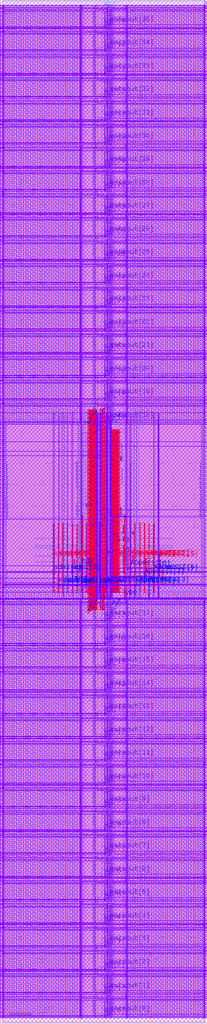
<source format=lef>
VERSION 5.8 ;
BUSBITCHARS "[]" ;
DIVIDERCHAR "/" ;

PROPERTYDEFINITIONS
  MACRO CatenaDesignType STRING ;
END PROPERTYDEFINITIONS

MACRO srambank_64x4x36_6t122
  CLASS BLOCK ;
  ORIGIN 0 0 ;
  FOREIGN srambank_64x4x36_6t122 0 0 ;
  SIZE 9.612 BY 47.52 ;
  SYMMETRY X Y ;
  SITE coreSite ;
  PIN VDD
    DIRECTION INOUT ;
    USE POWER ;
    PORT
      LAYER M4  ;
        RECT 0.1010 1.1720 9.5090 1.2200 ;
        RECT 0.1010 2.2520 9.5090 2.3000 ;
        RECT 0.1010 3.3320 9.5090 3.3800 ;
        RECT 0.1010 4.4120 9.5090 4.4600 ;
        RECT 0.1010 5.4920 9.5090 5.5400 ;
        RECT 0.1010 6.5720 9.5090 6.6200 ;
        RECT 0.1010 7.6520 9.5090 7.7000 ;
        RECT 0.1010 8.7320 9.5090 8.7800 ;
        RECT 0.1010 9.8120 9.5090 9.8600 ;
        RECT 0.1010 10.8920 9.5090 10.9400 ;
        RECT 0.1010 11.9720 9.5090 12.0200 ;
        RECT 0.1010 13.0520 9.5090 13.1000 ;
        RECT 0.1010 14.1320 9.5090 14.1800 ;
        RECT 0.1010 15.2120 9.5090 15.2600 ;
        RECT 0.1010 16.2920 9.5090 16.3400 ;
        RECT 0.1010 17.3720 9.5090 17.4200 ;
        RECT 0.1010 18.4520 9.5090 18.5000 ;
        RECT 0.1010 19.5320 9.5090 19.5800 ;
        RECT 0.1080 20.0190 9.5040 20.2350 ;
        RECT 5.6100 19.7390 5.8730 19.7630 ;
        RECT 5.7410 23.5230 5.8530 23.5470 ;
        RECT 3.9420 23.1870 5.6700 23.4030 ;
        RECT 3.9420 26.3550 5.6700 26.5710 ;
        RECT 0.1010 28.7390 9.5090 28.7870 ;
        RECT 0.1010 29.8190 9.5090 29.8670 ;
        RECT 0.1010 30.8990 9.5090 30.9470 ;
        RECT 0.1010 31.9790 9.5090 32.0270 ;
        RECT 0.1010 33.0590 9.5090 33.1070 ;
        RECT 0.1010 34.1390 9.5090 34.1870 ;
        RECT 0.1010 35.2190 9.5090 35.2670 ;
        RECT 0.1010 36.2990 9.5090 36.3470 ;
        RECT 0.1010 37.3790 9.5090 37.4270 ;
        RECT 0.1010 38.4590 9.5090 38.5070 ;
        RECT 0.1010 39.5390 9.5090 39.5870 ;
        RECT 0.1010 40.6190 9.5090 40.6670 ;
        RECT 0.1010 41.6990 9.5090 41.7470 ;
        RECT 0.1010 42.7790 9.5090 42.8270 ;
        RECT 0.1010 43.8590 9.5090 43.9070 ;
        RECT 0.1010 44.9390 9.5090 44.9870 ;
        RECT 0.1010 46.0190 9.5090 46.0670 ;
        RECT 0.1010 47.0990 9.5090 47.1470 ;
      LAYER M3  ;
        RECT 9.4770 0.2165 9.4950 1.3765 ;
        RECT 5.8230 0.2170 5.8410 1.3760 ;
        RECT 4.4190 0.2530 4.5090 1.3670 ;
        RECT 3.7710 0.2170 3.7890 1.3760 ;
        RECT 0.1170 0.2165 0.1350 1.3765 ;
        RECT 9.4770 1.2965 9.4950 2.4565 ;
        RECT 5.8230 1.2970 5.8410 2.4560 ;
        RECT 4.4190 1.3330 4.5090 2.4470 ;
        RECT 3.7710 1.2970 3.7890 2.4560 ;
        RECT 0.1170 1.2965 0.1350 2.4565 ;
        RECT 9.4770 2.3765 9.4950 3.5365 ;
        RECT 5.8230 2.3770 5.8410 3.5360 ;
        RECT 4.4190 2.4130 4.5090 3.5270 ;
        RECT 3.7710 2.3770 3.7890 3.5360 ;
        RECT 0.1170 2.3765 0.1350 3.5365 ;
        RECT 9.4770 3.4565 9.4950 4.6165 ;
        RECT 5.8230 3.4570 5.8410 4.6160 ;
        RECT 4.4190 3.4930 4.5090 4.6070 ;
        RECT 3.7710 3.4570 3.7890 4.6160 ;
        RECT 0.1170 3.4565 0.1350 4.6165 ;
        RECT 9.4770 4.5365 9.4950 5.6965 ;
        RECT 5.8230 4.5370 5.8410 5.6960 ;
        RECT 4.4190 4.5730 4.5090 5.6870 ;
        RECT 3.7710 4.5370 3.7890 5.6960 ;
        RECT 0.1170 4.5365 0.1350 5.6965 ;
        RECT 9.4770 5.6165 9.4950 6.7765 ;
        RECT 5.8230 5.6170 5.8410 6.7760 ;
        RECT 4.4190 5.6530 4.5090 6.7670 ;
        RECT 3.7710 5.6170 3.7890 6.7760 ;
        RECT 0.1170 5.6165 0.1350 6.7765 ;
        RECT 9.4770 6.6965 9.4950 7.8565 ;
        RECT 5.8230 6.6970 5.8410 7.8560 ;
        RECT 4.4190 6.7330 4.5090 7.8470 ;
        RECT 3.7710 6.6970 3.7890 7.8560 ;
        RECT 0.1170 6.6965 0.1350 7.8565 ;
        RECT 9.4770 7.7765 9.4950 8.9365 ;
        RECT 5.8230 7.7770 5.8410 8.9360 ;
        RECT 4.4190 7.8130 4.5090 8.9270 ;
        RECT 3.7710 7.7770 3.7890 8.9360 ;
        RECT 0.1170 7.7765 0.1350 8.9365 ;
        RECT 9.4770 8.8565 9.4950 10.0165 ;
        RECT 5.8230 8.8570 5.8410 10.0160 ;
        RECT 4.4190 8.8930 4.5090 10.0070 ;
        RECT 3.7710 8.8570 3.7890 10.0160 ;
        RECT 0.1170 8.8565 0.1350 10.0165 ;
        RECT 9.4770 9.9365 9.4950 11.0965 ;
        RECT 5.8230 9.9370 5.8410 11.0960 ;
        RECT 4.4190 9.9730 4.5090 11.0870 ;
        RECT 3.7710 9.9370 3.7890 11.0960 ;
        RECT 0.1170 9.9365 0.1350 11.0965 ;
        RECT 9.4770 11.0165 9.4950 12.1765 ;
        RECT 5.8230 11.0170 5.8410 12.1760 ;
        RECT 4.4190 11.0530 4.5090 12.1670 ;
        RECT 3.7710 11.0170 3.7890 12.1760 ;
        RECT 0.1170 11.0165 0.1350 12.1765 ;
        RECT 9.4770 12.0965 9.4950 13.2565 ;
        RECT 5.8230 12.0970 5.8410 13.2560 ;
        RECT 4.4190 12.1330 4.5090 13.2470 ;
        RECT 3.7710 12.0970 3.7890 13.2560 ;
        RECT 0.1170 12.0965 0.1350 13.2565 ;
        RECT 9.4770 13.1765 9.4950 14.3365 ;
        RECT 5.8230 13.1770 5.8410 14.3360 ;
        RECT 4.4190 13.2130 4.5090 14.3270 ;
        RECT 3.7710 13.1770 3.7890 14.3360 ;
        RECT 0.1170 13.1765 0.1350 14.3365 ;
        RECT 9.4770 14.2565 9.4950 15.4165 ;
        RECT 5.8230 14.2570 5.8410 15.4160 ;
        RECT 4.4190 14.2930 4.5090 15.4070 ;
        RECT 3.7710 14.2570 3.7890 15.4160 ;
        RECT 0.1170 14.2565 0.1350 15.4165 ;
        RECT 9.4770 15.3365 9.4950 16.4965 ;
        RECT 5.8230 15.3370 5.8410 16.4960 ;
        RECT 4.4190 15.3730 4.5090 16.4870 ;
        RECT 3.7710 15.3370 3.7890 16.4960 ;
        RECT 0.1170 15.3365 0.1350 16.4965 ;
        RECT 9.4770 16.4165 9.4950 17.5765 ;
        RECT 5.8230 16.4170 5.8410 17.5760 ;
        RECT 4.4190 16.4530 4.5090 17.5670 ;
        RECT 3.7710 16.4170 3.7890 17.5760 ;
        RECT 0.1170 16.4165 0.1350 17.5765 ;
        RECT 9.4770 17.4965 9.4950 18.6565 ;
        RECT 5.8230 17.4970 5.8410 18.6560 ;
        RECT 4.4190 17.5330 4.5090 18.6470 ;
        RECT 3.7710 17.4970 3.7890 18.6560 ;
        RECT 0.1170 17.4965 0.1350 18.6565 ;
        RECT 9.4770 18.5765 9.4950 19.7365 ;
        RECT 5.8230 18.5770 5.8410 19.7360 ;
        RECT 4.4190 18.6130 4.5090 19.7270 ;
        RECT 3.7710 18.5770 3.7890 19.7360 ;
        RECT 0.1170 18.5765 0.1350 19.7365 ;
        RECT 9.4770 19.6565 9.4950 27.8635 ;
        RECT 5.8230 19.7360 5.8410 19.8275 ;
        RECT 5.8230 23.4760 5.8410 27.8360 ;
        RECT 4.4550 19.9800 4.6890 27.5630 ;
        RECT 4.4190 27.4770 4.5090 28.0120 ;
        RECT 4.4190 19.7000 4.5090 20.2350 ;
        RECT 0.1170 19.6565 0.1350 27.8635 ;
        RECT 9.4770 27.7835 9.4950 28.9435 ;
        RECT 5.8230 27.7840 5.8410 28.9430 ;
        RECT 4.4190 27.8200 4.5090 28.9340 ;
        RECT 3.7710 27.7840 3.7890 28.9430 ;
        RECT 0.1170 27.7835 0.1350 28.9435 ;
        RECT 9.4770 28.8635 9.4950 30.0235 ;
        RECT 5.8230 28.8640 5.8410 30.0230 ;
        RECT 4.4190 28.9000 4.5090 30.0140 ;
        RECT 3.7710 28.8640 3.7890 30.0230 ;
        RECT 0.1170 28.8635 0.1350 30.0235 ;
        RECT 9.4770 29.9435 9.4950 31.1035 ;
        RECT 5.8230 29.9440 5.8410 31.1030 ;
        RECT 4.4190 29.9800 4.5090 31.0940 ;
        RECT 3.7710 29.9440 3.7890 31.1030 ;
        RECT 0.1170 29.9435 0.1350 31.1035 ;
        RECT 9.4770 31.0235 9.4950 32.1835 ;
        RECT 5.8230 31.0240 5.8410 32.1830 ;
        RECT 4.4190 31.0600 4.5090 32.1740 ;
        RECT 3.7710 31.0240 3.7890 32.1830 ;
        RECT 0.1170 31.0235 0.1350 32.1835 ;
        RECT 9.4770 32.1035 9.4950 33.2635 ;
        RECT 5.8230 32.1040 5.8410 33.2630 ;
        RECT 4.4190 32.1400 4.5090 33.2540 ;
        RECT 3.7710 32.1040 3.7890 33.2630 ;
        RECT 0.1170 32.1035 0.1350 33.2635 ;
        RECT 9.4770 33.1835 9.4950 34.3435 ;
        RECT 5.8230 33.1840 5.8410 34.3430 ;
        RECT 4.4190 33.2200 4.5090 34.3340 ;
        RECT 3.7710 33.1840 3.7890 34.3430 ;
        RECT 0.1170 33.1835 0.1350 34.3435 ;
        RECT 9.4770 34.2635 9.4950 35.4235 ;
        RECT 5.8230 34.2640 5.8410 35.4230 ;
        RECT 4.4190 34.3000 4.5090 35.4140 ;
        RECT 3.7710 34.2640 3.7890 35.4230 ;
        RECT 0.1170 34.2635 0.1350 35.4235 ;
        RECT 9.4770 35.3435 9.4950 36.5035 ;
        RECT 5.8230 35.3440 5.8410 36.5030 ;
        RECT 4.4190 35.3800 4.5090 36.4940 ;
        RECT 3.7710 35.3440 3.7890 36.5030 ;
        RECT 0.1170 35.3435 0.1350 36.5035 ;
        RECT 9.4770 36.4235 9.4950 37.5835 ;
        RECT 5.8230 36.4240 5.8410 37.5830 ;
        RECT 4.4190 36.4600 4.5090 37.5740 ;
        RECT 3.7710 36.4240 3.7890 37.5830 ;
        RECT 0.1170 36.4235 0.1350 37.5835 ;
        RECT 9.4770 37.5035 9.4950 38.6635 ;
        RECT 5.8230 37.5040 5.8410 38.6630 ;
        RECT 4.4190 37.5400 4.5090 38.6540 ;
        RECT 3.7710 37.5040 3.7890 38.6630 ;
        RECT 0.1170 37.5035 0.1350 38.6635 ;
        RECT 9.4770 38.5835 9.4950 39.7435 ;
        RECT 5.8230 38.5840 5.8410 39.7430 ;
        RECT 4.4190 38.6200 4.5090 39.7340 ;
        RECT 3.7710 38.5840 3.7890 39.7430 ;
        RECT 0.1170 38.5835 0.1350 39.7435 ;
        RECT 9.4770 39.6635 9.4950 40.8235 ;
        RECT 5.8230 39.6640 5.8410 40.8230 ;
        RECT 4.4190 39.7000 4.5090 40.8140 ;
        RECT 3.7710 39.6640 3.7890 40.8230 ;
        RECT 0.1170 39.6635 0.1350 40.8235 ;
        RECT 9.4770 40.7435 9.4950 41.9035 ;
        RECT 5.8230 40.7440 5.8410 41.9030 ;
        RECT 4.4190 40.7800 4.5090 41.8940 ;
        RECT 3.7710 40.7440 3.7890 41.9030 ;
        RECT 0.1170 40.7435 0.1350 41.9035 ;
        RECT 9.4770 41.8235 9.4950 42.9835 ;
        RECT 5.8230 41.8240 5.8410 42.9830 ;
        RECT 4.4190 41.8600 4.5090 42.9740 ;
        RECT 3.7710 41.8240 3.7890 42.9830 ;
        RECT 0.1170 41.8235 0.1350 42.9835 ;
        RECT 9.4770 42.9035 9.4950 44.0635 ;
        RECT 5.8230 42.9040 5.8410 44.0630 ;
        RECT 4.4190 42.9400 4.5090 44.0540 ;
        RECT 3.7710 42.9040 3.7890 44.0630 ;
        RECT 0.1170 42.9035 0.1350 44.0635 ;
        RECT 9.4770 43.9835 9.4950 45.1435 ;
        RECT 5.8230 43.9840 5.8410 45.1430 ;
        RECT 4.4190 44.0200 4.5090 45.1340 ;
        RECT 3.7710 43.9840 3.7890 45.1430 ;
        RECT 0.1170 43.9835 0.1350 45.1435 ;
        RECT 9.4770 45.0635 9.4950 46.2235 ;
        RECT 5.8230 45.0640 5.8410 46.2230 ;
        RECT 4.4190 45.1000 4.5090 46.2140 ;
        RECT 3.7710 45.0640 3.7890 46.2230 ;
        RECT 0.1170 45.0635 0.1350 46.2235 ;
        RECT 9.4770 46.1435 9.4950 47.3035 ;
        RECT 5.8230 46.1440 5.8410 47.3030 ;
        RECT 4.4190 46.1800 4.5090 47.2940 ;
        RECT 3.7710 46.1440 3.7890 47.3030 ;
        RECT 0.1170 46.1435 0.1350 47.3035 ;
      LAYER V3  ;
        RECT 0.1170 1.1720 0.1350 1.2200 ;
        RECT 3.7710 1.1720 3.7890 1.2200 ;
        RECT 4.4190 1.1720 4.5090 1.2200 ;
        RECT 5.8230 1.1720 5.8410 1.2200 ;
        RECT 9.4770 1.1720 9.4950 1.2200 ;
        RECT 0.1170 2.2520 0.1350 2.3000 ;
        RECT 3.7710 2.2520 3.7890 2.3000 ;
        RECT 4.4190 2.2520 4.5090 2.3000 ;
        RECT 5.8230 2.2520 5.8410 2.3000 ;
        RECT 9.4770 2.2520 9.4950 2.3000 ;
        RECT 0.1170 3.3320 0.1350 3.3800 ;
        RECT 3.7710 3.3320 3.7890 3.3800 ;
        RECT 4.4190 3.3320 4.5090 3.3800 ;
        RECT 5.8230 3.3320 5.8410 3.3800 ;
        RECT 9.4770 3.3320 9.4950 3.3800 ;
        RECT 0.1170 4.4120 0.1350 4.4600 ;
        RECT 3.7710 4.4120 3.7890 4.4600 ;
        RECT 4.4190 4.4120 4.5090 4.4600 ;
        RECT 5.8230 4.4120 5.8410 4.4600 ;
        RECT 9.4770 4.4120 9.4950 4.4600 ;
        RECT 0.1170 5.4920 0.1350 5.5400 ;
        RECT 3.7710 5.4920 3.7890 5.5400 ;
        RECT 4.4190 5.4920 4.5090 5.5400 ;
        RECT 5.8230 5.4920 5.8410 5.5400 ;
        RECT 9.4770 5.4920 9.4950 5.5400 ;
        RECT 0.1170 6.5720 0.1350 6.6200 ;
        RECT 3.7710 6.5720 3.7890 6.6200 ;
        RECT 4.4190 6.5720 4.5090 6.6200 ;
        RECT 5.8230 6.5720 5.8410 6.6200 ;
        RECT 9.4770 6.5720 9.4950 6.6200 ;
        RECT 0.1170 7.6520 0.1350 7.7000 ;
        RECT 3.7710 7.6520 3.7890 7.7000 ;
        RECT 4.4190 7.6520 4.5090 7.7000 ;
        RECT 5.8230 7.6520 5.8410 7.7000 ;
        RECT 9.4770 7.6520 9.4950 7.7000 ;
        RECT 0.1170 8.7320 0.1350 8.7800 ;
        RECT 3.7710 8.7320 3.7890 8.7800 ;
        RECT 4.4190 8.7320 4.5090 8.7800 ;
        RECT 5.8230 8.7320 5.8410 8.7800 ;
        RECT 9.4770 8.7320 9.4950 8.7800 ;
        RECT 0.1170 9.8120 0.1350 9.8600 ;
        RECT 3.7710 9.8120 3.7890 9.8600 ;
        RECT 4.4190 9.8120 4.5090 9.8600 ;
        RECT 5.8230 9.8120 5.8410 9.8600 ;
        RECT 9.4770 9.8120 9.4950 9.8600 ;
        RECT 0.1170 10.8920 0.1350 10.9400 ;
        RECT 3.7710 10.8920 3.7890 10.9400 ;
        RECT 4.4190 10.8920 4.5090 10.9400 ;
        RECT 5.8230 10.8920 5.8410 10.9400 ;
        RECT 9.4770 10.8920 9.4950 10.9400 ;
        RECT 0.1170 11.9720 0.1350 12.0200 ;
        RECT 3.7710 11.9720 3.7890 12.0200 ;
        RECT 4.4190 11.9720 4.5090 12.0200 ;
        RECT 5.8230 11.9720 5.8410 12.0200 ;
        RECT 9.4770 11.9720 9.4950 12.0200 ;
        RECT 0.1170 13.0520 0.1350 13.1000 ;
        RECT 3.7710 13.0520 3.7890 13.1000 ;
        RECT 4.4190 13.0520 4.5090 13.1000 ;
        RECT 5.8230 13.0520 5.8410 13.1000 ;
        RECT 9.4770 13.0520 9.4950 13.1000 ;
        RECT 0.1170 14.1320 0.1350 14.1800 ;
        RECT 3.7710 14.1320 3.7890 14.1800 ;
        RECT 4.4190 14.1320 4.5090 14.1800 ;
        RECT 5.8230 14.1320 5.8410 14.1800 ;
        RECT 9.4770 14.1320 9.4950 14.1800 ;
        RECT 0.1170 15.2120 0.1350 15.2600 ;
        RECT 3.7710 15.2120 3.7890 15.2600 ;
        RECT 4.4190 15.2120 4.5090 15.2600 ;
        RECT 5.8230 15.2120 5.8410 15.2600 ;
        RECT 9.4770 15.2120 9.4950 15.2600 ;
        RECT 0.1170 16.2920 0.1350 16.3400 ;
        RECT 3.7710 16.2920 3.7890 16.3400 ;
        RECT 4.4190 16.2920 4.5090 16.3400 ;
        RECT 5.8230 16.2920 5.8410 16.3400 ;
        RECT 9.4770 16.2920 9.4950 16.3400 ;
        RECT 0.1170 17.3720 0.1350 17.4200 ;
        RECT 3.7710 17.3720 3.7890 17.4200 ;
        RECT 4.4190 17.3720 4.5090 17.4200 ;
        RECT 5.8230 17.3720 5.8410 17.4200 ;
        RECT 9.4770 17.3720 9.4950 17.4200 ;
        RECT 0.1170 18.4520 0.1350 18.5000 ;
        RECT 3.7710 18.4520 3.7890 18.5000 ;
        RECT 4.4190 18.4520 4.5090 18.5000 ;
        RECT 5.8230 18.4520 5.8410 18.5000 ;
        RECT 9.4770 18.4520 9.4950 18.5000 ;
        RECT 0.1170 19.5320 0.1350 19.5800 ;
        RECT 3.7710 19.5320 3.7890 19.5800 ;
        RECT 4.4190 19.5320 4.5090 19.5800 ;
        RECT 5.8230 19.5320 5.8410 19.5800 ;
        RECT 9.4770 19.5320 9.4950 19.5800 ;
        RECT 0.1170 20.0190 0.1350 20.2350 ;
        RECT 4.4590 26.3550 4.4770 26.5710 ;
        RECT 4.4590 23.1870 4.4770 23.4030 ;
        RECT 4.4590 20.0190 4.4770 20.2350 ;
        RECT 4.5110 26.3550 4.5290 26.5710 ;
        RECT 4.5110 23.1870 4.5290 23.4030 ;
        RECT 4.5110 20.0190 4.5290 20.2350 ;
        RECT 4.5630 26.3550 4.5810 26.5710 ;
        RECT 4.5630 23.1870 4.5810 23.4030 ;
        RECT 4.5630 20.0190 4.5810 20.2350 ;
        RECT 4.6150 26.3550 4.6330 26.5710 ;
        RECT 4.6150 23.1870 4.6330 23.4030 ;
        RECT 4.6150 20.0190 4.6330 20.2350 ;
        RECT 4.6670 26.3550 4.6850 26.5710 ;
        RECT 4.6670 23.1870 4.6850 23.4030 ;
        RECT 4.6670 20.0190 4.6850 20.2350 ;
        RECT 5.8230 23.5230 5.8410 23.5470 ;
        RECT 5.8230 19.7390 5.8410 19.7630 ;
        RECT 0.1170 28.7390 0.1350 28.7870 ;
        RECT 3.7710 28.7390 3.7890 28.7870 ;
        RECT 4.4190 28.7390 4.5090 28.7870 ;
        RECT 5.8230 28.7390 5.8410 28.7870 ;
        RECT 9.4770 28.7390 9.4950 28.7870 ;
        RECT 0.1170 29.8190 0.1350 29.8670 ;
        RECT 3.7710 29.8190 3.7890 29.8670 ;
        RECT 4.4190 29.8190 4.5090 29.8670 ;
        RECT 5.8230 29.8190 5.8410 29.8670 ;
        RECT 9.4770 29.8190 9.4950 29.8670 ;
        RECT 0.1170 30.8990 0.1350 30.9470 ;
        RECT 3.7710 30.8990 3.7890 30.9470 ;
        RECT 4.4190 30.8990 4.5090 30.9470 ;
        RECT 5.8230 30.8990 5.8410 30.9470 ;
        RECT 9.4770 30.8990 9.4950 30.9470 ;
        RECT 0.1170 31.9790 0.1350 32.0270 ;
        RECT 3.7710 31.9790 3.7890 32.0270 ;
        RECT 4.4190 31.9790 4.5090 32.0270 ;
        RECT 5.8230 31.9790 5.8410 32.0270 ;
        RECT 9.4770 31.9790 9.4950 32.0270 ;
        RECT 0.1170 33.0590 0.1350 33.1070 ;
        RECT 3.7710 33.0590 3.7890 33.1070 ;
        RECT 4.4190 33.0590 4.5090 33.1070 ;
        RECT 5.8230 33.0590 5.8410 33.1070 ;
        RECT 9.4770 33.0590 9.4950 33.1070 ;
        RECT 0.1170 34.1390 0.1350 34.1870 ;
        RECT 3.7710 34.1390 3.7890 34.1870 ;
        RECT 4.4190 34.1390 4.5090 34.1870 ;
        RECT 5.8230 34.1390 5.8410 34.1870 ;
        RECT 9.4770 34.1390 9.4950 34.1870 ;
        RECT 0.1170 35.2190 0.1350 35.2670 ;
        RECT 3.7710 35.2190 3.7890 35.2670 ;
        RECT 4.4190 35.2190 4.5090 35.2670 ;
        RECT 5.8230 35.2190 5.8410 35.2670 ;
        RECT 9.4770 35.2190 9.4950 35.2670 ;
        RECT 0.1170 36.2990 0.1350 36.3470 ;
        RECT 3.7710 36.2990 3.7890 36.3470 ;
        RECT 4.4190 36.2990 4.5090 36.3470 ;
        RECT 5.8230 36.2990 5.8410 36.3470 ;
        RECT 9.4770 36.2990 9.4950 36.3470 ;
        RECT 0.1170 37.3790 0.1350 37.4270 ;
        RECT 3.7710 37.3790 3.7890 37.4270 ;
        RECT 4.4190 37.3790 4.5090 37.4270 ;
        RECT 5.8230 37.3790 5.8410 37.4270 ;
        RECT 9.4770 37.3790 9.4950 37.4270 ;
        RECT 0.1170 38.4590 0.1350 38.5070 ;
        RECT 3.7710 38.4590 3.7890 38.5070 ;
        RECT 4.4190 38.4590 4.5090 38.5070 ;
        RECT 5.8230 38.4590 5.8410 38.5070 ;
        RECT 9.4770 38.4590 9.4950 38.5070 ;
        RECT 0.1170 39.5390 0.1350 39.5870 ;
        RECT 3.7710 39.5390 3.7890 39.5870 ;
        RECT 4.4190 39.5390 4.5090 39.5870 ;
        RECT 5.8230 39.5390 5.8410 39.5870 ;
        RECT 9.4770 39.5390 9.4950 39.5870 ;
        RECT 0.1170 40.6190 0.1350 40.6670 ;
        RECT 3.7710 40.6190 3.7890 40.6670 ;
        RECT 4.4190 40.6190 4.5090 40.6670 ;
        RECT 5.8230 40.6190 5.8410 40.6670 ;
        RECT 9.4770 40.6190 9.4950 40.6670 ;
        RECT 0.1170 41.6990 0.1350 41.7470 ;
        RECT 3.7710 41.6990 3.7890 41.7470 ;
        RECT 4.4190 41.6990 4.5090 41.7470 ;
        RECT 5.8230 41.6990 5.8410 41.7470 ;
        RECT 9.4770 41.6990 9.4950 41.7470 ;
        RECT 0.1170 42.7790 0.1350 42.8270 ;
        RECT 3.7710 42.7790 3.7890 42.8270 ;
        RECT 4.4190 42.7790 4.5090 42.8270 ;
        RECT 5.8230 42.7790 5.8410 42.8270 ;
        RECT 9.4770 42.7790 9.4950 42.8270 ;
        RECT 0.1170 43.8590 0.1350 43.9070 ;
        RECT 3.7710 43.8590 3.7890 43.9070 ;
        RECT 4.4190 43.8590 4.5090 43.9070 ;
        RECT 5.8230 43.8590 5.8410 43.9070 ;
        RECT 9.4770 43.8590 9.4950 43.9070 ;
        RECT 0.1170 44.9390 0.1350 44.9870 ;
        RECT 3.7710 44.9390 3.7890 44.9870 ;
        RECT 4.4190 44.9390 4.5090 44.9870 ;
        RECT 5.8230 44.9390 5.8410 44.9870 ;
        RECT 9.4770 44.9390 9.4950 44.9870 ;
        RECT 0.1170 46.0190 0.1350 46.0670 ;
        RECT 3.7710 46.0190 3.7890 46.0670 ;
        RECT 4.4190 46.0190 4.5090 46.0670 ;
        RECT 5.8230 46.0190 5.8410 46.0670 ;
        RECT 9.4770 46.0190 9.4950 46.0670 ;
        RECT 0.1170 47.0990 0.1350 47.1470 ;
        RECT 3.7710 47.0990 3.7890 47.1470 ;
        RECT 4.4190 47.0990 4.5090 47.1470 ;
        RECT 5.8230 47.0990 5.8410 47.1470 ;
        RECT 9.4770 47.0990 9.4950 47.1470 ;
      LAYER M5  ;
        RECT 5.7590 19.7210 5.7830 23.5650 ;
      LAYER V4  ;
        RECT 5.7590 23.5230 5.7830 23.5470 ;
        RECT 5.7590 19.7390 5.7830 19.7630 ;
    END
  END VDD
  PIN VSS
    DIRECTION INOUT ;
    USE POWER ;
    PORT
      LAYER M4  ;
        RECT 0.1010 1.0760 9.5040 1.1240 ;
        RECT 0.1010 2.1560 9.5040 2.2040 ;
        RECT 0.1010 3.2360 9.5040 3.2840 ;
        RECT 0.1010 4.3160 9.5040 4.3640 ;
        RECT 0.1010 5.3960 9.5040 5.4440 ;
        RECT 0.1010 6.4760 9.5040 6.5240 ;
        RECT 0.1010 7.5560 9.5040 7.6040 ;
        RECT 0.1010 8.6360 9.5040 8.6840 ;
        RECT 0.1010 9.7160 9.5040 9.7640 ;
        RECT 0.1010 10.7960 9.5040 10.8440 ;
        RECT 0.1010 11.8760 9.5040 11.9240 ;
        RECT 0.1010 12.9560 9.5040 13.0040 ;
        RECT 0.1010 14.0360 9.5040 14.0840 ;
        RECT 0.1010 15.1160 9.5040 15.1640 ;
        RECT 0.1010 16.1960 9.5040 16.2440 ;
        RECT 0.1010 17.2760 9.5040 17.3240 ;
        RECT 0.1010 18.3560 9.5040 18.4040 ;
        RECT 0.1010 19.4360 9.5040 19.4840 ;
        RECT 0.1080 20.4510 9.5040 20.6670 ;
        RECT 3.9420 23.6190 5.6700 23.8350 ;
        RECT 3.9420 26.7870 5.6700 27.0030 ;
        RECT 0.1010 28.6430 9.5040 28.6910 ;
        RECT 0.1010 29.7230 9.5040 29.7710 ;
        RECT 0.1010 30.8030 9.5040 30.8510 ;
        RECT 0.1010 31.8830 9.5040 31.9310 ;
        RECT 0.1010 32.9630 9.5040 33.0110 ;
        RECT 0.1010 34.0430 9.5040 34.0910 ;
        RECT 0.1010 35.1230 9.5040 35.1710 ;
        RECT 0.1010 36.2030 9.5040 36.2510 ;
        RECT 0.1010 37.2830 9.5040 37.3310 ;
        RECT 0.1010 38.3630 9.5040 38.4110 ;
        RECT 0.1010 39.4430 9.5040 39.4910 ;
        RECT 0.1010 40.5230 9.5040 40.5710 ;
        RECT 0.1010 41.6030 9.5040 41.6510 ;
        RECT 0.1010 42.6830 9.5040 42.7310 ;
        RECT 0.1010 43.7630 9.5040 43.8110 ;
        RECT 0.1010 44.8430 9.5040 44.8910 ;
        RECT 0.1010 45.9230 9.5040 45.9710 ;
        RECT 0.1010 47.0030 9.5040 47.0510 ;
      LAYER M3  ;
        RECT 9.4410 0.2165 9.4590 1.3765 ;
        RECT 5.8770 0.2165 5.8950 1.3765 ;
        RECT 5.1120 0.2530 5.1480 1.3670 ;
        RECT 4.9590 0.2530 4.9860 1.3670 ;
        RECT 3.7170 0.2165 3.7350 1.3765 ;
        RECT 0.1530 0.2165 0.1710 1.3765 ;
        RECT 9.4410 1.2965 9.4590 2.4565 ;
        RECT 5.8770 1.2965 5.8950 2.4565 ;
        RECT 5.1120 1.3330 5.1480 2.4470 ;
        RECT 4.9590 1.3330 4.9860 2.4470 ;
        RECT 3.7170 1.2965 3.7350 2.4565 ;
        RECT 0.1530 1.2965 0.1710 2.4565 ;
        RECT 9.4410 2.3765 9.4590 3.5365 ;
        RECT 5.8770 2.3765 5.8950 3.5365 ;
        RECT 5.1120 2.4130 5.1480 3.5270 ;
        RECT 4.9590 2.4130 4.9860 3.5270 ;
        RECT 3.7170 2.3765 3.7350 3.5365 ;
        RECT 0.1530 2.3765 0.1710 3.5365 ;
        RECT 9.4410 3.4565 9.4590 4.6165 ;
        RECT 5.8770 3.4565 5.8950 4.6165 ;
        RECT 5.1120 3.4930 5.1480 4.6070 ;
        RECT 4.9590 3.4930 4.9860 4.6070 ;
        RECT 3.7170 3.4565 3.7350 4.6165 ;
        RECT 0.1530 3.4565 0.1710 4.6165 ;
        RECT 9.4410 4.5365 9.4590 5.6965 ;
        RECT 5.8770 4.5365 5.8950 5.6965 ;
        RECT 5.1120 4.5730 5.1480 5.6870 ;
        RECT 4.9590 4.5730 4.9860 5.6870 ;
        RECT 3.7170 4.5365 3.7350 5.6965 ;
        RECT 0.1530 4.5365 0.1710 5.6965 ;
        RECT 9.4410 5.6165 9.4590 6.7765 ;
        RECT 5.8770 5.6165 5.8950 6.7765 ;
        RECT 5.1120 5.6530 5.1480 6.7670 ;
        RECT 4.9590 5.6530 4.9860 6.7670 ;
        RECT 3.7170 5.6165 3.7350 6.7765 ;
        RECT 0.1530 5.6165 0.1710 6.7765 ;
        RECT 9.4410 6.6965 9.4590 7.8565 ;
        RECT 5.8770 6.6965 5.8950 7.8565 ;
        RECT 5.1120 6.7330 5.1480 7.8470 ;
        RECT 4.9590 6.7330 4.9860 7.8470 ;
        RECT 3.7170 6.6965 3.7350 7.8565 ;
        RECT 0.1530 6.6965 0.1710 7.8565 ;
        RECT 9.4410 7.7765 9.4590 8.9365 ;
        RECT 5.8770 7.7765 5.8950 8.9365 ;
        RECT 5.1120 7.8130 5.1480 8.9270 ;
        RECT 4.9590 7.8130 4.9860 8.9270 ;
        RECT 3.7170 7.7765 3.7350 8.9365 ;
        RECT 0.1530 7.7765 0.1710 8.9365 ;
        RECT 9.4410 8.8565 9.4590 10.0165 ;
        RECT 5.8770 8.8565 5.8950 10.0165 ;
        RECT 5.1120 8.8930 5.1480 10.0070 ;
        RECT 4.9590 8.8930 4.9860 10.0070 ;
        RECT 3.7170 8.8565 3.7350 10.0165 ;
        RECT 0.1530 8.8565 0.1710 10.0165 ;
        RECT 9.4410 9.9365 9.4590 11.0965 ;
        RECT 5.8770 9.9365 5.8950 11.0965 ;
        RECT 5.1120 9.9730 5.1480 11.0870 ;
        RECT 4.9590 9.9730 4.9860 11.0870 ;
        RECT 3.7170 9.9365 3.7350 11.0965 ;
        RECT 0.1530 9.9365 0.1710 11.0965 ;
        RECT 9.4410 11.0165 9.4590 12.1765 ;
        RECT 5.8770 11.0165 5.8950 12.1765 ;
        RECT 5.1120 11.0530 5.1480 12.1670 ;
        RECT 4.9590 11.0530 4.9860 12.1670 ;
        RECT 3.7170 11.0165 3.7350 12.1765 ;
        RECT 0.1530 11.0165 0.1710 12.1765 ;
        RECT 9.4410 12.0965 9.4590 13.2565 ;
        RECT 5.8770 12.0965 5.8950 13.2565 ;
        RECT 5.1120 12.1330 5.1480 13.2470 ;
        RECT 4.9590 12.1330 4.9860 13.2470 ;
        RECT 3.7170 12.0965 3.7350 13.2565 ;
        RECT 0.1530 12.0965 0.1710 13.2565 ;
        RECT 9.4410 13.1765 9.4590 14.3365 ;
        RECT 5.8770 13.1765 5.8950 14.3365 ;
        RECT 5.1120 13.2130 5.1480 14.3270 ;
        RECT 4.9590 13.2130 4.9860 14.3270 ;
        RECT 3.7170 13.1765 3.7350 14.3365 ;
        RECT 0.1530 13.1765 0.1710 14.3365 ;
        RECT 9.4410 14.2565 9.4590 15.4165 ;
        RECT 5.8770 14.2565 5.8950 15.4165 ;
        RECT 5.1120 14.2930 5.1480 15.4070 ;
        RECT 4.9590 14.2930 4.9860 15.4070 ;
        RECT 3.7170 14.2565 3.7350 15.4165 ;
        RECT 0.1530 14.2565 0.1710 15.4165 ;
        RECT 9.4410 15.3365 9.4590 16.4965 ;
        RECT 5.8770 15.3365 5.8950 16.4965 ;
        RECT 5.1120 15.3730 5.1480 16.4870 ;
        RECT 4.9590 15.3730 4.9860 16.4870 ;
        RECT 3.7170 15.3365 3.7350 16.4965 ;
        RECT 0.1530 15.3365 0.1710 16.4965 ;
        RECT 9.4410 16.4165 9.4590 17.5765 ;
        RECT 5.8770 16.4165 5.8950 17.5765 ;
        RECT 5.1120 16.4530 5.1480 17.5670 ;
        RECT 4.9590 16.4530 4.9860 17.5670 ;
        RECT 3.7170 16.4165 3.7350 17.5765 ;
        RECT 0.1530 16.4165 0.1710 17.5765 ;
        RECT 9.4410 17.4965 9.4590 18.6565 ;
        RECT 5.8770 17.4965 5.8950 18.6565 ;
        RECT 5.1120 17.5330 5.1480 18.6470 ;
        RECT 4.9590 17.5330 4.9860 18.6470 ;
        RECT 3.7170 17.4965 3.7350 18.6565 ;
        RECT 0.1530 17.4965 0.1710 18.6565 ;
        RECT 9.4410 18.5765 9.4590 19.7365 ;
        RECT 5.8770 18.5765 5.8950 19.7365 ;
        RECT 5.1120 18.6130 5.1480 19.7270 ;
        RECT 4.9590 18.6130 4.9860 19.7270 ;
        RECT 3.7170 18.5765 3.7350 19.7365 ;
        RECT 0.1530 18.5765 0.1710 19.7365 ;
        RECT 9.4410 19.6565 9.4590 27.8635 ;
        RECT 5.8770 19.6565 5.8950 27.8635 ;
        RECT 4.9230 19.8800 5.1570 27.5630 ;
        RECT 5.1120 19.7000 5.1480 27.8370 ;
        RECT 4.9590 19.7000 4.9860 27.8340 ;
        RECT 3.7170 19.6565 3.7350 27.8635 ;
        RECT 0.1530 19.6565 0.1710 27.8635 ;
        RECT 9.4410 27.7835 9.4590 28.9435 ;
        RECT 5.8770 27.7835 5.8950 28.9435 ;
        RECT 5.1120 27.8200 5.1480 28.9340 ;
        RECT 4.9590 27.8200 4.9860 28.9340 ;
        RECT 3.7170 27.7835 3.7350 28.9435 ;
        RECT 0.1530 27.7835 0.1710 28.9435 ;
        RECT 9.4410 28.8635 9.4590 30.0235 ;
        RECT 5.8770 28.8635 5.8950 30.0235 ;
        RECT 5.1120 28.9000 5.1480 30.0140 ;
        RECT 4.9590 28.9000 4.9860 30.0140 ;
        RECT 3.7170 28.8635 3.7350 30.0235 ;
        RECT 0.1530 28.8635 0.1710 30.0235 ;
        RECT 9.4410 29.9435 9.4590 31.1035 ;
        RECT 5.8770 29.9435 5.8950 31.1035 ;
        RECT 5.1120 29.9800 5.1480 31.0940 ;
        RECT 4.9590 29.9800 4.9860 31.0940 ;
        RECT 3.7170 29.9435 3.7350 31.1035 ;
        RECT 0.1530 29.9435 0.1710 31.1035 ;
        RECT 9.4410 31.0235 9.4590 32.1835 ;
        RECT 5.8770 31.0235 5.8950 32.1835 ;
        RECT 5.1120 31.0600 5.1480 32.1740 ;
        RECT 4.9590 31.0600 4.9860 32.1740 ;
        RECT 3.7170 31.0235 3.7350 32.1835 ;
        RECT 0.1530 31.0235 0.1710 32.1835 ;
        RECT 9.4410 32.1035 9.4590 33.2635 ;
        RECT 5.8770 32.1035 5.8950 33.2635 ;
        RECT 5.1120 32.1400 5.1480 33.2540 ;
        RECT 4.9590 32.1400 4.9860 33.2540 ;
        RECT 3.7170 32.1035 3.7350 33.2635 ;
        RECT 0.1530 32.1035 0.1710 33.2635 ;
        RECT 9.4410 33.1835 9.4590 34.3435 ;
        RECT 5.8770 33.1835 5.8950 34.3435 ;
        RECT 5.1120 33.2200 5.1480 34.3340 ;
        RECT 4.9590 33.2200 4.9860 34.3340 ;
        RECT 3.7170 33.1835 3.7350 34.3435 ;
        RECT 0.1530 33.1835 0.1710 34.3435 ;
        RECT 9.4410 34.2635 9.4590 35.4235 ;
        RECT 5.8770 34.2635 5.8950 35.4235 ;
        RECT 5.1120 34.3000 5.1480 35.4140 ;
        RECT 4.9590 34.3000 4.9860 35.4140 ;
        RECT 3.7170 34.2635 3.7350 35.4235 ;
        RECT 0.1530 34.2635 0.1710 35.4235 ;
        RECT 9.4410 35.3435 9.4590 36.5035 ;
        RECT 5.8770 35.3435 5.8950 36.5035 ;
        RECT 5.1120 35.3800 5.1480 36.4940 ;
        RECT 4.9590 35.3800 4.9860 36.4940 ;
        RECT 3.7170 35.3435 3.7350 36.5035 ;
        RECT 0.1530 35.3435 0.1710 36.5035 ;
        RECT 9.4410 36.4235 9.4590 37.5835 ;
        RECT 5.8770 36.4235 5.8950 37.5835 ;
        RECT 5.1120 36.4600 5.1480 37.5740 ;
        RECT 4.9590 36.4600 4.9860 37.5740 ;
        RECT 3.7170 36.4235 3.7350 37.5835 ;
        RECT 0.1530 36.4235 0.1710 37.5835 ;
        RECT 9.4410 37.5035 9.4590 38.6635 ;
        RECT 5.8770 37.5035 5.8950 38.6635 ;
        RECT 5.1120 37.5400 5.1480 38.6540 ;
        RECT 4.9590 37.5400 4.9860 38.6540 ;
        RECT 3.7170 37.5035 3.7350 38.6635 ;
        RECT 0.1530 37.5035 0.1710 38.6635 ;
        RECT 9.4410 38.5835 9.4590 39.7435 ;
        RECT 5.8770 38.5835 5.8950 39.7435 ;
        RECT 5.1120 38.6200 5.1480 39.7340 ;
        RECT 4.9590 38.6200 4.9860 39.7340 ;
        RECT 3.7170 38.5835 3.7350 39.7435 ;
        RECT 0.1530 38.5835 0.1710 39.7435 ;
        RECT 9.4410 39.6635 9.4590 40.8235 ;
        RECT 5.8770 39.6635 5.8950 40.8235 ;
        RECT 5.1120 39.7000 5.1480 40.8140 ;
        RECT 4.9590 39.7000 4.9860 40.8140 ;
        RECT 3.7170 39.6635 3.7350 40.8235 ;
        RECT 0.1530 39.6635 0.1710 40.8235 ;
        RECT 9.4410 40.7435 9.4590 41.9035 ;
        RECT 5.8770 40.7435 5.8950 41.9035 ;
        RECT 5.1120 40.7800 5.1480 41.8940 ;
        RECT 4.9590 40.7800 4.9860 41.8940 ;
        RECT 3.7170 40.7435 3.7350 41.9035 ;
        RECT 0.1530 40.7435 0.1710 41.9035 ;
        RECT 9.4410 41.8235 9.4590 42.9835 ;
        RECT 5.8770 41.8235 5.8950 42.9835 ;
        RECT 5.1120 41.8600 5.1480 42.9740 ;
        RECT 4.9590 41.8600 4.9860 42.9740 ;
        RECT 3.7170 41.8235 3.7350 42.9835 ;
        RECT 0.1530 41.8235 0.1710 42.9835 ;
        RECT 9.4410 42.9035 9.4590 44.0635 ;
        RECT 5.8770 42.9035 5.8950 44.0635 ;
        RECT 5.1120 42.9400 5.1480 44.0540 ;
        RECT 4.9590 42.9400 4.9860 44.0540 ;
        RECT 3.7170 42.9035 3.7350 44.0635 ;
        RECT 0.1530 42.9035 0.1710 44.0635 ;
        RECT 9.4410 43.9835 9.4590 45.1435 ;
        RECT 5.8770 43.9835 5.8950 45.1435 ;
        RECT 5.1120 44.0200 5.1480 45.1340 ;
        RECT 4.9590 44.0200 4.9860 45.1340 ;
        RECT 3.7170 43.9835 3.7350 45.1435 ;
        RECT 0.1530 43.9835 0.1710 45.1435 ;
        RECT 9.4410 45.0635 9.4590 46.2235 ;
        RECT 5.8770 45.0635 5.8950 46.2235 ;
        RECT 5.1120 45.1000 5.1480 46.2140 ;
        RECT 4.9590 45.1000 4.9860 46.2140 ;
        RECT 3.7170 45.0635 3.7350 46.2235 ;
        RECT 0.1530 45.0635 0.1710 46.2235 ;
        RECT 9.4410 46.1435 9.4590 47.3035 ;
        RECT 5.8770 46.1435 5.8950 47.3035 ;
        RECT 5.1120 46.1800 5.1480 47.2940 ;
        RECT 4.9590 46.1800 4.9860 47.2940 ;
        RECT 3.7170 46.1435 3.7350 47.3035 ;
        RECT 0.1530 46.1435 0.1710 47.3035 ;
      LAYER V3  ;
        RECT 0.1530 1.0760 0.1710 1.1240 ;
        RECT 3.7170 1.0760 3.7350 1.1240 ;
        RECT 4.9590 1.0760 4.9860 1.1240 ;
        RECT 5.1120 1.0760 5.1480 1.1240 ;
        RECT 5.8770 1.0760 5.8950 1.1240 ;
        RECT 9.4410 1.0760 9.4590 1.1240 ;
        RECT 0.1530 2.1560 0.1710 2.2040 ;
        RECT 3.7170 2.1560 3.7350 2.2040 ;
        RECT 4.9590 2.1560 4.9860 2.2040 ;
        RECT 5.1120 2.1560 5.1480 2.2040 ;
        RECT 5.8770 2.1560 5.8950 2.2040 ;
        RECT 9.4410 2.1560 9.4590 2.2040 ;
        RECT 0.1530 3.2360 0.1710 3.2840 ;
        RECT 3.7170 3.2360 3.7350 3.2840 ;
        RECT 4.9590 3.2360 4.9860 3.2840 ;
        RECT 5.1120 3.2360 5.1480 3.2840 ;
        RECT 5.8770 3.2360 5.8950 3.2840 ;
        RECT 9.4410 3.2360 9.4590 3.2840 ;
        RECT 0.1530 4.3160 0.1710 4.3640 ;
        RECT 3.7170 4.3160 3.7350 4.3640 ;
        RECT 4.9590 4.3160 4.9860 4.3640 ;
        RECT 5.1120 4.3160 5.1480 4.3640 ;
        RECT 5.8770 4.3160 5.8950 4.3640 ;
        RECT 9.4410 4.3160 9.4590 4.3640 ;
        RECT 0.1530 5.3960 0.1710 5.4440 ;
        RECT 3.7170 5.3960 3.7350 5.4440 ;
        RECT 4.9590 5.3960 4.9860 5.4440 ;
        RECT 5.1120 5.3960 5.1480 5.4440 ;
        RECT 5.8770 5.3960 5.8950 5.4440 ;
        RECT 9.4410 5.3960 9.4590 5.4440 ;
        RECT 0.1530 6.4760 0.1710 6.5240 ;
        RECT 3.7170 6.4760 3.7350 6.5240 ;
        RECT 4.9590 6.4760 4.9860 6.5240 ;
        RECT 5.1120 6.4760 5.1480 6.5240 ;
        RECT 5.8770 6.4760 5.8950 6.5240 ;
        RECT 9.4410 6.4760 9.4590 6.5240 ;
        RECT 0.1530 7.5560 0.1710 7.6040 ;
        RECT 3.7170 7.5560 3.7350 7.6040 ;
        RECT 4.9590 7.5560 4.9860 7.6040 ;
        RECT 5.1120 7.5560 5.1480 7.6040 ;
        RECT 5.8770 7.5560 5.8950 7.6040 ;
        RECT 9.4410 7.5560 9.4590 7.6040 ;
        RECT 0.1530 8.6360 0.1710 8.6840 ;
        RECT 3.7170 8.6360 3.7350 8.6840 ;
        RECT 4.9590 8.6360 4.9860 8.6840 ;
        RECT 5.1120 8.6360 5.1480 8.6840 ;
        RECT 5.8770 8.6360 5.8950 8.6840 ;
        RECT 9.4410 8.6360 9.4590 8.6840 ;
        RECT 0.1530 9.7160 0.1710 9.7640 ;
        RECT 3.7170 9.7160 3.7350 9.7640 ;
        RECT 4.9590 9.7160 4.9860 9.7640 ;
        RECT 5.1120 9.7160 5.1480 9.7640 ;
        RECT 5.8770 9.7160 5.8950 9.7640 ;
        RECT 9.4410 9.7160 9.4590 9.7640 ;
        RECT 0.1530 10.7960 0.1710 10.8440 ;
        RECT 3.7170 10.7960 3.7350 10.8440 ;
        RECT 4.9590 10.7960 4.9860 10.8440 ;
        RECT 5.1120 10.7960 5.1480 10.8440 ;
        RECT 5.8770 10.7960 5.8950 10.8440 ;
        RECT 9.4410 10.7960 9.4590 10.8440 ;
        RECT 0.1530 11.8760 0.1710 11.9240 ;
        RECT 3.7170 11.8760 3.7350 11.9240 ;
        RECT 4.9590 11.8760 4.9860 11.9240 ;
        RECT 5.1120 11.8760 5.1480 11.9240 ;
        RECT 5.8770 11.8760 5.8950 11.9240 ;
        RECT 9.4410 11.8760 9.4590 11.9240 ;
        RECT 0.1530 12.9560 0.1710 13.0040 ;
        RECT 3.7170 12.9560 3.7350 13.0040 ;
        RECT 4.9590 12.9560 4.9860 13.0040 ;
        RECT 5.1120 12.9560 5.1480 13.0040 ;
        RECT 5.8770 12.9560 5.8950 13.0040 ;
        RECT 9.4410 12.9560 9.4590 13.0040 ;
        RECT 0.1530 14.0360 0.1710 14.0840 ;
        RECT 3.7170 14.0360 3.7350 14.0840 ;
        RECT 4.9590 14.0360 4.9860 14.0840 ;
        RECT 5.1120 14.0360 5.1480 14.0840 ;
        RECT 5.8770 14.0360 5.8950 14.0840 ;
        RECT 9.4410 14.0360 9.4590 14.0840 ;
        RECT 0.1530 15.1160 0.1710 15.1640 ;
        RECT 3.7170 15.1160 3.7350 15.1640 ;
        RECT 4.9590 15.1160 4.9860 15.1640 ;
        RECT 5.1120 15.1160 5.1480 15.1640 ;
        RECT 5.8770 15.1160 5.8950 15.1640 ;
        RECT 9.4410 15.1160 9.4590 15.1640 ;
        RECT 0.1530 16.1960 0.1710 16.2440 ;
        RECT 3.7170 16.1960 3.7350 16.2440 ;
        RECT 4.9590 16.1960 4.9860 16.2440 ;
        RECT 5.1120 16.1960 5.1480 16.2440 ;
        RECT 5.8770 16.1960 5.8950 16.2440 ;
        RECT 9.4410 16.1960 9.4590 16.2440 ;
        RECT 0.1530 17.2760 0.1710 17.3240 ;
        RECT 3.7170 17.2760 3.7350 17.3240 ;
        RECT 4.9590 17.2760 4.9860 17.3240 ;
        RECT 5.1120 17.2760 5.1480 17.3240 ;
        RECT 5.8770 17.2760 5.8950 17.3240 ;
        RECT 9.4410 17.2760 9.4590 17.3240 ;
        RECT 0.1530 18.3560 0.1710 18.4040 ;
        RECT 3.7170 18.3560 3.7350 18.4040 ;
        RECT 4.9590 18.3560 4.9860 18.4040 ;
        RECT 5.1120 18.3560 5.1480 18.4040 ;
        RECT 5.8770 18.3560 5.8950 18.4040 ;
        RECT 9.4410 18.3560 9.4590 18.4040 ;
        RECT 0.1530 19.4360 0.1710 19.4840 ;
        RECT 3.7170 19.4360 3.7350 19.4840 ;
        RECT 4.9590 19.4360 4.9860 19.4840 ;
        RECT 5.1120 19.4360 5.1480 19.4840 ;
        RECT 5.8770 19.4360 5.8950 19.4840 ;
        RECT 9.4410 19.4360 9.4590 19.4840 ;
        RECT 0.1530 20.4510 0.1710 20.6670 ;
        RECT 4.9270 26.7870 4.9450 27.0030 ;
        RECT 4.9270 23.6190 4.9450 23.8350 ;
        RECT 4.9270 20.4510 4.9450 20.6670 ;
        RECT 4.9790 26.7870 4.9970 27.0030 ;
        RECT 4.9790 23.6190 4.9970 23.8350 ;
        RECT 4.9790 20.4510 4.9970 20.6670 ;
        RECT 5.0310 26.7870 5.0490 27.0030 ;
        RECT 5.0310 23.6190 5.0490 23.8350 ;
        RECT 5.0310 20.4510 5.0490 20.6670 ;
        RECT 5.0830 26.7870 5.1010 27.0030 ;
        RECT 5.0830 23.6190 5.1010 23.8350 ;
        RECT 5.0830 20.4510 5.1010 20.6670 ;
        RECT 5.1350 26.7870 5.1530 27.0030 ;
        RECT 5.1350 23.6190 5.1530 23.8350 ;
        RECT 5.1350 20.4510 5.1530 20.6670 ;
        RECT 0.1530 28.6430 0.1710 28.6910 ;
        RECT 3.7170 28.6430 3.7350 28.6910 ;
        RECT 4.9590 28.6430 4.9860 28.6910 ;
        RECT 5.1120 28.6430 5.1480 28.6910 ;
        RECT 5.8770 28.6430 5.8950 28.6910 ;
        RECT 9.4410 28.6430 9.4590 28.6910 ;
        RECT 0.1530 29.7230 0.1710 29.7710 ;
        RECT 3.7170 29.7230 3.7350 29.7710 ;
        RECT 4.9590 29.7230 4.9860 29.7710 ;
        RECT 5.1120 29.7230 5.1480 29.7710 ;
        RECT 5.8770 29.7230 5.8950 29.7710 ;
        RECT 9.4410 29.7230 9.4590 29.7710 ;
        RECT 0.1530 30.8030 0.1710 30.8510 ;
        RECT 3.7170 30.8030 3.7350 30.8510 ;
        RECT 4.9590 30.8030 4.9860 30.8510 ;
        RECT 5.1120 30.8030 5.1480 30.8510 ;
        RECT 5.8770 30.8030 5.8950 30.8510 ;
        RECT 9.4410 30.8030 9.4590 30.8510 ;
        RECT 0.1530 31.8830 0.1710 31.9310 ;
        RECT 3.7170 31.8830 3.7350 31.9310 ;
        RECT 4.9590 31.8830 4.9860 31.9310 ;
        RECT 5.1120 31.8830 5.1480 31.9310 ;
        RECT 5.8770 31.8830 5.8950 31.9310 ;
        RECT 9.4410 31.8830 9.4590 31.9310 ;
        RECT 0.1530 32.9630 0.1710 33.0110 ;
        RECT 3.7170 32.9630 3.7350 33.0110 ;
        RECT 4.9590 32.9630 4.9860 33.0110 ;
        RECT 5.1120 32.9630 5.1480 33.0110 ;
        RECT 5.8770 32.9630 5.8950 33.0110 ;
        RECT 9.4410 32.9630 9.4590 33.0110 ;
        RECT 0.1530 34.0430 0.1710 34.0910 ;
        RECT 3.7170 34.0430 3.7350 34.0910 ;
        RECT 4.9590 34.0430 4.9860 34.0910 ;
        RECT 5.1120 34.0430 5.1480 34.0910 ;
        RECT 5.8770 34.0430 5.8950 34.0910 ;
        RECT 9.4410 34.0430 9.4590 34.0910 ;
        RECT 0.1530 35.1230 0.1710 35.1710 ;
        RECT 3.7170 35.1230 3.7350 35.1710 ;
        RECT 4.9590 35.1230 4.9860 35.1710 ;
        RECT 5.1120 35.1230 5.1480 35.1710 ;
        RECT 5.8770 35.1230 5.8950 35.1710 ;
        RECT 9.4410 35.1230 9.4590 35.1710 ;
        RECT 0.1530 36.2030 0.1710 36.2510 ;
        RECT 3.7170 36.2030 3.7350 36.2510 ;
        RECT 4.9590 36.2030 4.9860 36.2510 ;
        RECT 5.1120 36.2030 5.1480 36.2510 ;
        RECT 5.8770 36.2030 5.8950 36.2510 ;
        RECT 9.4410 36.2030 9.4590 36.2510 ;
        RECT 0.1530 37.2830 0.1710 37.3310 ;
        RECT 3.7170 37.2830 3.7350 37.3310 ;
        RECT 4.9590 37.2830 4.9860 37.3310 ;
        RECT 5.1120 37.2830 5.1480 37.3310 ;
        RECT 5.8770 37.2830 5.8950 37.3310 ;
        RECT 9.4410 37.2830 9.4590 37.3310 ;
        RECT 0.1530 38.3630 0.1710 38.4110 ;
        RECT 3.7170 38.3630 3.7350 38.4110 ;
        RECT 4.9590 38.3630 4.9860 38.4110 ;
        RECT 5.1120 38.3630 5.1480 38.4110 ;
        RECT 5.8770 38.3630 5.8950 38.4110 ;
        RECT 9.4410 38.3630 9.4590 38.4110 ;
        RECT 0.1530 39.4430 0.1710 39.4910 ;
        RECT 3.7170 39.4430 3.7350 39.4910 ;
        RECT 4.9590 39.4430 4.9860 39.4910 ;
        RECT 5.1120 39.4430 5.1480 39.4910 ;
        RECT 5.8770 39.4430 5.8950 39.4910 ;
        RECT 9.4410 39.4430 9.4590 39.4910 ;
        RECT 0.1530 40.5230 0.1710 40.5710 ;
        RECT 3.7170 40.5230 3.7350 40.5710 ;
        RECT 4.9590 40.5230 4.9860 40.5710 ;
        RECT 5.1120 40.5230 5.1480 40.5710 ;
        RECT 5.8770 40.5230 5.8950 40.5710 ;
        RECT 9.4410 40.5230 9.4590 40.5710 ;
        RECT 0.1530 41.6030 0.1710 41.6510 ;
        RECT 3.7170 41.6030 3.7350 41.6510 ;
        RECT 4.9590 41.6030 4.9860 41.6510 ;
        RECT 5.1120 41.6030 5.1480 41.6510 ;
        RECT 5.8770 41.6030 5.8950 41.6510 ;
        RECT 9.4410 41.6030 9.4590 41.6510 ;
        RECT 0.1530 42.6830 0.1710 42.7310 ;
        RECT 3.7170 42.6830 3.7350 42.7310 ;
        RECT 4.9590 42.6830 4.9860 42.7310 ;
        RECT 5.1120 42.6830 5.1480 42.7310 ;
        RECT 5.8770 42.6830 5.8950 42.7310 ;
        RECT 9.4410 42.6830 9.4590 42.7310 ;
        RECT 0.1530 43.7630 0.1710 43.8110 ;
        RECT 3.7170 43.7630 3.7350 43.8110 ;
        RECT 4.9590 43.7630 4.9860 43.8110 ;
        RECT 5.1120 43.7630 5.1480 43.8110 ;
        RECT 5.8770 43.7630 5.8950 43.8110 ;
        RECT 9.4410 43.7630 9.4590 43.8110 ;
        RECT 0.1530 44.8430 0.1710 44.8910 ;
        RECT 3.7170 44.8430 3.7350 44.8910 ;
        RECT 4.9590 44.8430 4.9860 44.8910 ;
        RECT 5.1120 44.8430 5.1480 44.8910 ;
        RECT 5.8770 44.8430 5.8950 44.8910 ;
        RECT 9.4410 44.8430 9.4590 44.8910 ;
        RECT 0.1530 45.9230 0.1710 45.9710 ;
        RECT 3.7170 45.9230 3.7350 45.9710 ;
        RECT 4.9590 45.9230 4.9860 45.9710 ;
        RECT 5.1120 45.9230 5.1480 45.9710 ;
        RECT 5.8770 45.9230 5.8950 45.9710 ;
        RECT 9.4410 45.9230 9.4590 45.9710 ;
        RECT 0.1530 47.0030 0.1710 47.0510 ;
        RECT 3.7170 47.0030 3.7350 47.0510 ;
        RECT 4.9590 47.0030 4.9860 47.0510 ;
        RECT 5.1120 47.0030 5.1480 47.0510 ;
        RECT 5.8770 47.0030 5.8950 47.0510 ;
        RECT 9.4410 47.0030 9.4590 47.0510 ;
    END
  END VSS
  PIN ADDRESS[0]
    DIRECTION INPUT ;
    USE SIGNAL ;
    PORT
      LAYER M3  ;
        RECT 7.3350 20.9230 7.3530 20.9600 ;
      LAYER M4  ;
        RECT 7.2830 20.9310 7.3670 20.9550 ;
      LAYER M5  ;
        RECT 7.3320 19.9800 7.3560 23.2200 ;
      LAYER V3  ;
        RECT 7.3350 20.9310 7.3530 20.9550 ;
      LAYER V4  ;
        RECT 7.3320 20.9310 7.3560 20.9550 ;
    END
  END ADDRESS[0]
  PIN ADDRESS[1]
    DIRECTION INPUT ;
    USE SIGNAL ;
    PORT
      LAYER M3  ;
        RECT 7.1190 20.9260 7.1370 20.9630 ;
      LAYER M4  ;
        RECT 7.0670 20.9310 7.1510 20.9550 ;
      LAYER M5  ;
        RECT 7.1160 19.9800 7.1400 23.2200 ;
      LAYER V3  ;
        RECT 7.1190 20.9310 7.1370 20.9550 ;
      LAYER V4  ;
        RECT 7.1160 20.9310 7.1400 20.9550 ;
    END
  END ADDRESS[1]
  PIN ADDRESS[2]
    DIRECTION INPUT ;
    USE SIGNAL ;
    PORT
      LAYER M3  ;
        RECT 6.9030 20.3470 6.9210 20.3840 ;
      LAYER M4  ;
        RECT 6.8510 20.3550 6.9350 20.3790 ;
      LAYER M5  ;
        RECT 6.9000 19.9800 6.9240 23.2200 ;
      LAYER V3  ;
        RECT 6.9030 20.3550 6.9210 20.3790 ;
      LAYER V4  ;
        RECT 6.9000 20.3550 6.9240 20.3790 ;
    END
  END ADDRESS[2]
  PIN ADDRESS[3]
    DIRECTION INPUT ;
    USE SIGNAL ;
    PORT
      LAYER M3  ;
        RECT 6.6870 20.5870 6.7050 20.7680 ;
      LAYER M4  ;
        RECT 6.6350 20.7390 6.7190 20.7630 ;
      LAYER M5  ;
        RECT 6.6840 19.9800 6.7080 23.2200 ;
      LAYER V3  ;
        RECT 6.6870 20.7390 6.7050 20.7630 ;
      LAYER V4  ;
        RECT 6.6840 20.7390 6.7080 20.7630 ;
    END
  END ADDRESS[3]
  PIN ADDRESS[4]
    DIRECTION INPUT ;
    USE SIGNAL ;
    PORT
      LAYER M3  ;
        RECT 6.4710 20.3500 6.4890 20.4170 ;
      LAYER M4  ;
        RECT 6.4190 20.3550 6.5030 20.3790 ;
      LAYER M5  ;
        RECT 6.4680 19.9800 6.4920 23.2200 ;
      LAYER V3  ;
        RECT 6.4710 20.3550 6.4890 20.3790 ;
      LAYER V4  ;
        RECT 6.4680 20.3550 6.4920 20.3790 ;
    END
  END ADDRESS[4]
  PIN ADDRESS[5]
    DIRECTION INPUT ;
    USE SIGNAL ;
    PORT
      LAYER M3  ;
        RECT 6.2550 20.0830 6.2730 20.3360 ;
      LAYER M4  ;
        RECT 6.2030 20.3070 6.2870 20.3310 ;
      LAYER M5  ;
        RECT 6.2520 19.9800 6.2760 23.2200 ;
      LAYER V3  ;
        RECT 6.2550 20.3070 6.2730 20.3310 ;
      LAYER V4  ;
        RECT 6.2520 20.3070 6.2760 20.3310 ;
    END
  END ADDRESS[5]
  PIN ADDRESS[6]
    DIRECTION INPUT ;
    USE SIGNAL ;
    PORT
      LAYER M3  ;
        RECT 6.0390 21.1180 6.0570 21.1550 ;
      LAYER M4  ;
        RECT 5.9870 21.1230 6.0710 21.1470 ;
      LAYER M5  ;
        RECT 6.0360 19.9800 6.0600 23.2200 ;
      LAYER V3  ;
        RECT 6.0390 21.1230 6.0570 21.1470 ;
      LAYER V4  ;
        RECT 6.0360 21.1230 6.0600 21.1470 ;
    END
  END ADDRESS[6]
  PIN ADDRESS[7]
    DIRECTION INPUT ;
    USE SIGNAL ;
    PORT
      LAYER M3  ;
        RECT 5.1750 20.3500 5.1930 20.4170 ;
      LAYER M4  ;
        RECT 4.8910 20.3550 5.2040 20.3790 ;
      LAYER M5  ;
        RECT 4.9020 19.9800 4.9260 23.2200 ;
      LAYER V3  ;
        RECT 5.1750 20.3550 5.1930 20.3790 ;
      LAYER V4  ;
        RECT 4.9020 20.3550 4.9260 20.3790 ;
    END
  END ADDRESS[7]
  PIN banksel
    DIRECTION INPUT ;
    USE SIGNAL ;
    PORT
      LAYER M3  ;
        RECT 4.7790 20.0830 4.7970 20.3360 ;
      LAYER M4  ;
        RECT 4.5670 20.3070 4.8080 20.3310 ;
      LAYER M5  ;
        RECT 4.5780 19.9800 4.6020 23.2200 ;
      LAYER V3  ;
        RECT 4.7790 20.3070 4.7970 20.3310 ;
      LAYER V4  ;
        RECT 4.5780 20.3070 4.6020 20.3310 ;
    END
  END banksel
  PIN write
    DIRECTION INPUT ;
    USE SIGNAL ;
    PORT
      LAYER M3  ;
        RECT 3.9870 20.3500 4.0050 20.4170 ;
      LAYER M4  ;
        RECT 3.9350 20.3550 4.0190 20.3790 ;
      LAYER M5  ;
        RECT 3.9840 19.9800 4.0080 23.2200 ;
      LAYER V3  ;
        RECT 3.9870 20.3550 4.0050 20.3790 ;
      LAYER V4  ;
        RECT 3.9840 20.3550 4.0080 20.3790 ;
    END
  END write
  PIN clk
    DIRECTION INPUT ;
    USE SIGNAL ;
    PORT
      LAYER M3  ;
        RECT 3.7710 21.2140 3.7890 21.2630 ;
      LAYER M4  ;
        RECT 3.7190 21.2190 3.8030 21.2430 ;
      LAYER M5  ;
        RECT 3.7680 19.9800 3.7920 23.2200 ;
      LAYER V3  ;
        RECT 3.7710 21.2190 3.7890 21.2430 ;
      LAYER V4  ;
        RECT 3.7680 21.2190 3.7920 21.2430 ;
    END
  END clk
  PIN read
    DIRECTION INPUT ;
    USE SIGNAL ;
    PORT
      LAYER M3  ;
        RECT 3.8070 20.0830 3.8250 20.3360 ;
      LAYER M4  ;
        RECT 3.5410 20.3070 3.8360 20.3310 ;
      LAYER M5  ;
        RECT 3.5520 19.9800 3.5760 23.2200 ;
      LAYER V3  ;
        RECT 3.8070 20.3070 3.8250 20.3310 ;
      LAYER V4  ;
        RECT 3.5520 20.3070 3.5760 20.3310 ;
    END
  END read
  PIN sdel[0]
    DIRECTION INPUT ;
    USE SIGNAL ;
    PORT
      LAYER M3  ;
        RECT 3.3390 20.9230 3.3570 20.9600 ;
      LAYER M4  ;
        RECT 3.2870 20.9310 3.3710 20.9550 ;
      LAYER M5  ;
        RECT 3.3360 19.9800 3.3600 23.2200 ;
      LAYER V3  ;
        RECT 3.3390 20.9310 3.3570 20.9550 ;
      LAYER V4  ;
        RECT 3.3360 20.9310 3.3600 20.9550 ;
    END
  END sdel[0]
  PIN sdel[1]
    DIRECTION INPUT ;
    USE SIGNAL ;
    PORT
      LAYER M3  ;
        RECT 3.1230 20.3500 3.1410 20.5790 ;
      LAYER M4  ;
        RECT 3.0710 20.3550 3.1550 20.3790 ;
      LAYER M5  ;
        RECT 3.1200 19.9800 3.1440 23.2200 ;
      LAYER V3  ;
        RECT 3.1230 20.3550 3.1410 20.3790 ;
      LAYER V4  ;
        RECT 3.1200 20.3550 3.1440 20.3790 ;
    END
  END sdel[1]
  PIN sdel[2]
    DIRECTION INPUT ;
    USE SIGNAL ;
    PORT
      LAYER M3  ;
        RECT 2.9070 20.0830 2.9250 20.3360 ;
      LAYER M4  ;
        RECT 2.8550 20.3070 2.9390 20.3310 ;
      LAYER M5  ;
        RECT 2.9040 19.9800 2.9280 23.2200 ;
      LAYER V3  ;
        RECT 2.9070 20.3070 2.9250 20.3310 ;
      LAYER V4  ;
        RECT 2.9040 20.3070 2.9280 20.3310 ;
    END
  END sdel[2]
  PIN sdel[3]
    DIRECTION INPUT ;
    USE SIGNAL ;
    PORT
      LAYER M3  ;
        RECT 2.6910 20.3470 2.7090 20.3840 ;
      LAYER M4  ;
        RECT 2.6390 20.3550 2.7230 20.3790 ;
      LAYER M5  ;
        RECT 2.6880 19.9800 2.7120 23.2200 ;
      LAYER V3  ;
        RECT 2.6910 20.3550 2.7090 20.3790 ;
      LAYER V4  ;
        RECT 2.6880 20.3550 2.7120 20.3790 ;
    END
  END sdel[3]
  PIN sdel[4]
    DIRECTION INPUT ;
    USE SIGNAL ;
    PORT
      LAYER M3  ;
        RECT 2.4750 20.9230 2.4930 20.9600 ;
      LAYER M4  ;
        RECT 2.4230 20.9310 2.5070 20.9550 ;
      LAYER M5  ;
        RECT 2.4720 19.9800 2.4960 23.2200 ;
      LAYER V3  ;
        RECT 2.4750 20.9310 2.4930 20.9550 ;
      LAYER V4  ;
        RECT 2.4720 20.9310 2.4960 20.9550 ;
    END
  END sdel[4]
  PIN dataout[0]
    DIRECTION OUTPUT ;
    USE SIGNAL ;
    PORT
      LAYER M4  ;
        RECT 4.4880 0.4280 5.1360 0.4520 ;
      LAYER M3  ;
        RECT 5.0760 0.3775 5.0940 0.6170 ;
      LAYER V3  ;
        RECT 5.0760 0.4280 5.0940 0.4520 ;
    END
  END dataout[0]
  PIN wd[0]
    DIRECTION INPUT ;
    USE SIGNAL ;
    PORT
      LAYER M4  ;
        RECT 4.4880 0.3320 5.2040 0.3560 ;
      LAYER M3  ;
        RECT 4.8510 0.2700 4.8690 0.6750 ;
      LAYER V3  ;
        RECT 4.8510 0.3320 4.8690 0.3560 ;
    END
  END wd[0]
  PIN dataout[1]
    DIRECTION OUTPUT ;
    USE SIGNAL ;
    PORT
      LAYER M4  ;
        RECT 4.4880 1.5080 5.1360 1.5320 ;
      LAYER M3  ;
        RECT 5.0760 1.4575 5.0940 1.6970 ;
      LAYER V3  ;
        RECT 5.0760 1.5080 5.0940 1.5320 ;
    END
  END dataout[1]
  PIN wd[1]
    DIRECTION INPUT ;
    USE SIGNAL ;
    PORT
      LAYER M4  ;
        RECT 4.4880 1.4120 5.2040 1.4360 ;
      LAYER M3  ;
        RECT 4.8510 1.3500 4.8690 1.7550 ;
      LAYER V3  ;
        RECT 4.8510 1.4120 4.8690 1.4360 ;
    END
  END wd[1]
  PIN dataout[2]
    DIRECTION OUTPUT ;
    USE SIGNAL ;
    PORT
      LAYER M4  ;
        RECT 4.4880 2.5880 5.1360 2.6120 ;
      LAYER M3  ;
        RECT 5.0760 2.5375 5.0940 2.7770 ;
      LAYER V3  ;
        RECT 5.0760 2.5880 5.0940 2.6120 ;
    END
  END dataout[2]
  PIN wd[2]
    DIRECTION INPUT ;
    USE SIGNAL ;
    PORT
      LAYER M4  ;
        RECT 4.4880 2.4920 5.2040 2.5160 ;
      LAYER M3  ;
        RECT 4.8510 2.4300 4.8690 2.8350 ;
      LAYER V3  ;
        RECT 4.8510 2.4920 4.8690 2.5160 ;
    END
  END wd[2]
  PIN dataout[3]
    DIRECTION OUTPUT ;
    USE SIGNAL ;
    PORT
      LAYER M4  ;
        RECT 4.4880 3.6680 5.1360 3.6920 ;
      LAYER M3  ;
        RECT 5.0760 3.6175 5.0940 3.8570 ;
      LAYER V3  ;
        RECT 5.0760 3.6680 5.0940 3.6920 ;
    END
  END dataout[3]
  PIN wd[3]
    DIRECTION INPUT ;
    USE SIGNAL ;
    PORT
      LAYER M4  ;
        RECT 4.4880 3.5720 5.2040 3.5960 ;
      LAYER M3  ;
        RECT 4.8510 3.5100 4.8690 3.9150 ;
      LAYER V3  ;
        RECT 4.8510 3.5720 4.8690 3.5960 ;
    END
  END wd[3]
  PIN dataout[4]
    DIRECTION OUTPUT ;
    USE SIGNAL ;
    PORT
      LAYER M4  ;
        RECT 4.4880 4.7480 5.1360 4.7720 ;
      LAYER M3  ;
        RECT 5.0760 4.6975 5.0940 4.9370 ;
      LAYER V3  ;
        RECT 5.0760 4.7480 5.0940 4.7720 ;
    END
  END dataout[4]
  PIN wd[4]
    DIRECTION INPUT ;
    USE SIGNAL ;
    PORT
      LAYER M4  ;
        RECT 4.4880 4.6520 5.2040 4.6760 ;
      LAYER M3  ;
        RECT 4.8510 4.5900 4.8690 4.9950 ;
      LAYER V3  ;
        RECT 4.8510 4.6520 4.8690 4.6760 ;
    END
  END wd[4]
  PIN dataout[5]
    DIRECTION OUTPUT ;
    USE SIGNAL ;
    PORT
      LAYER M4  ;
        RECT 4.4880 5.8280 5.1360 5.8520 ;
      LAYER M3  ;
        RECT 5.0760 5.7775 5.0940 6.0170 ;
      LAYER V3  ;
        RECT 5.0760 5.8280 5.0940 5.8520 ;
    END
  END dataout[5]
  PIN wd[5]
    DIRECTION INPUT ;
    USE SIGNAL ;
    PORT
      LAYER M4  ;
        RECT 4.4880 5.7320 5.2040 5.7560 ;
      LAYER M3  ;
        RECT 4.8510 5.6700 4.8690 6.0750 ;
      LAYER V3  ;
        RECT 4.8510 5.7320 4.8690 5.7560 ;
    END
  END wd[5]
  PIN dataout[6]
    DIRECTION OUTPUT ;
    USE SIGNAL ;
    PORT
      LAYER M4  ;
        RECT 4.4880 6.9080 5.1360 6.9320 ;
      LAYER M3  ;
        RECT 5.0760 6.8575 5.0940 7.0970 ;
      LAYER V3  ;
        RECT 5.0760 6.9080 5.0940 6.9320 ;
    END
  END dataout[6]
  PIN wd[6]
    DIRECTION INPUT ;
    USE SIGNAL ;
    PORT
      LAYER M4  ;
        RECT 4.4880 6.8120 5.2040 6.8360 ;
      LAYER M3  ;
        RECT 4.8510 6.7500 4.8690 7.1550 ;
      LAYER V3  ;
        RECT 4.8510 6.8120 4.8690 6.8360 ;
    END
  END wd[6]
  PIN dataout[7]
    DIRECTION OUTPUT ;
    USE SIGNAL ;
    PORT
      LAYER M4  ;
        RECT 4.4880 7.9880 5.1360 8.0120 ;
      LAYER M3  ;
        RECT 5.0760 7.9375 5.0940 8.1770 ;
      LAYER V3  ;
        RECT 5.0760 7.9880 5.0940 8.0120 ;
    END
  END dataout[7]
  PIN wd[7]
    DIRECTION INPUT ;
    USE SIGNAL ;
    PORT
      LAYER M4  ;
        RECT 4.4880 7.8920 5.2040 7.9160 ;
      LAYER M3  ;
        RECT 4.8510 7.8300 4.8690 8.2350 ;
      LAYER V3  ;
        RECT 4.8510 7.8920 4.8690 7.9160 ;
    END
  END wd[7]
  PIN dataout[8]
    DIRECTION OUTPUT ;
    USE SIGNAL ;
    PORT
      LAYER M4  ;
        RECT 4.4880 9.0680 5.1360 9.0920 ;
      LAYER M3  ;
        RECT 5.0760 9.0175 5.0940 9.2570 ;
      LAYER V3  ;
        RECT 5.0760 9.0680 5.0940 9.0920 ;
    END
  END dataout[8]
  PIN wd[8]
    DIRECTION INPUT ;
    USE SIGNAL ;
    PORT
      LAYER M4  ;
        RECT 4.4880 8.9720 5.2040 8.9960 ;
      LAYER M3  ;
        RECT 4.8510 8.9100 4.8690 9.3150 ;
      LAYER V3  ;
        RECT 4.8510 8.9720 4.8690 8.9960 ;
    END
  END wd[8]
  PIN dataout[9]
    DIRECTION OUTPUT ;
    USE SIGNAL ;
    PORT
      LAYER M4  ;
        RECT 4.4880 10.1480 5.1360 10.1720 ;
      LAYER M3  ;
        RECT 5.0760 10.0975 5.0940 10.3370 ;
      LAYER V3  ;
        RECT 5.0760 10.1480 5.0940 10.1720 ;
    END
  END dataout[9]
  PIN wd[9]
    DIRECTION INPUT ;
    USE SIGNAL ;
    PORT
      LAYER M4  ;
        RECT 4.4880 10.0520 5.2040 10.0760 ;
      LAYER M3  ;
        RECT 4.8510 9.9900 4.8690 10.3950 ;
      LAYER V3  ;
        RECT 4.8510 10.0520 4.8690 10.0760 ;
    END
  END wd[9]
  PIN dataout[10]
    DIRECTION OUTPUT ;
    USE SIGNAL ;
    PORT
      LAYER M4  ;
        RECT 4.4880 11.2280 5.1360 11.2520 ;
      LAYER M3  ;
        RECT 5.0760 11.1775 5.0940 11.4170 ;
      LAYER V3  ;
        RECT 5.0760 11.2280 5.0940 11.2520 ;
    END
  END dataout[10]
  PIN wd[10]
    DIRECTION INPUT ;
    USE SIGNAL ;
    PORT
      LAYER M4  ;
        RECT 4.4880 11.1320 5.2040 11.1560 ;
      LAYER M3  ;
        RECT 4.8510 11.0700 4.8690 11.4750 ;
      LAYER V3  ;
        RECT 4.8510 11.1320 4.8690 11.1560 ;
    END
  END wd[10]
  PIN dataout[11]
    DIRECTION OUTPUT ;
    USE SIGNAL ;
    PORT
      LAYER M4  ;
        RECT 4.4880 12.3080 5.1360 12.3320 ;
      LAYER M3  ;
        RECT 5.0760 12.2575 5.0940 12.4970 ;
      LAYER V3  ;
        RECT 5.0760 12.3080 5.0940 12.3320 ;
    END
  END dataout[11]
  PIN wd[11]
    DIRECTION INPUT ;
    USE SIGNAL ;
    PORT
      LAYER M4  ;
        RECT 4.4880 12.2120 5.2040 12.2360 ;
      LAYER M3  ;
        RECT 4.8510 12.1500 4.8690 12.5550 ;
      LAYER V3  ;
        RECT 4.8510 12.2120 4.8690 12.2360 ;
    END
  END wd[11]
  PIN dataout[12]
    DIRECTION OUTPUT ;
    USE SIGNAL ;
    PORT
      LAYER M4  ;
        RECT 4.4880 13.3880 5.1360 13.4120 ;
      LAYER M3  ;
        RECT 5.0760 13.3375 5.0940 13.5770 ;
      LAYER V3  ;
        RECT 5.0760 13.3880 5.0940 13.4120 ;
    END
  END dataout[12]
  PIN wd[12]
    DIRECTION INPUT ;
    USE SIGNAL ;
    PORT
      LAYER M4  ;
        RECT 4.4880 13.2920 5.2040 13.3160 ;
      LAYER M3  ;
        RECT 4.8510 13.2300 4.8690 13.6350 ;
      LAYER V3  ;
        RECT 4.8510 13.2920 4.8690 13.3160 ;
    END
  END wd[12]
  PIN dataout[13]
    DIRECTION OUTPUT ;
    USE SIGNAL ;
    PORT
      LAYER M4  ;
        RECT 4.4880 14.4680 5.1360 14.4920 ;
      LAYER M3  ;
        RECT 5.0760 14.4175 5.0940 14.6570 ;
      LAYER V3  ;
        RECT 5.0760 14.4680 5.0940 14.4920 ;
    END
  END dataout[13]
  PIN wd[13]
    DIRECTION INPUT ;
    USE SIGNAL ;
    PORT
      LAYER M4  ;
        RECT 4.4880 14.3720 5.2040 14.3960 ;
      LAYER M3  ;
        RECT 4.8510 14.3100 4.8690 14.7150 ;
      LAYER V3  ;
        RECT 4.8510 14.3720 4.8690 14.3960 ;
    END
  END wd[13]
  PIN dataout[14]
    DIRECTION OUTPUT ;
    USE SIGNAL ;
    PORT
      LAYER M4  ;
        RECT 4.4880 15.5480 5.1360 15.5720 ;
      LAYER M3  ;
        RECT 5.0760 15.4975 5.0940 15.7370 ;
      LAYER V3  ;
        RECT 5.0760 15.5480 5.0940 15.5720 ;
    END
  END dataout[14]
  PIN wd[14]
    DIRECTION INPUT ;
    USE SIGNAL ;
    PORT
      LAYER M4  ;
        RECT 4.4880 15.4520 5.2040 15.4760 ;
      LAYER M3  ;
        RECT 4.8510 15.3900 4.8690 15.7950 ;
      LAYER V3  ;
        RECT 4.8510 15.4520 4.8690 15.4760 ;
    END
  END wd[14]
  PIN dataout[15]
    DIRECTION OUTPUT ;
    USE SIGNAL ;
    PORT
      LAYER M4  ;
        RECT 4.4880 16.6280 5.1360 16.6520 ;
      LAYER M3  ;
        RECT 5.0760 16.5775 5.0940 16.8170 ;
      LAYER V3  ;
        RECT 5.0760 16.6280 5.0940 16.6520 ;
    END
  END dataout[15]
  PIN wd[15]
    DIRECTION INPUT ;
    USE SIGNAL ;
    PORT
      LAYER M4  ;
        RECT 4.4880 16.5320 5.2040 16.5560 ;
      LAYER M3  ;
        RECT 4.8510 16.4700 4.8690 16.8750 ;
      LAYER V3  ;
        RECT 4.8510 16.5320 4.8690 16.5560 ;
    END
  END wd[15]
  PIN dataout[16]
    DIRECTION OUTPUT ;
    USE SIGNAL ;
    PORT
      LAYER M4  ;
        RECT 4.4880 17.7080 5.1360 17.7320 ;
      LAYER M3  ;
        RECT 5.0760 17.6575 5.0940 17.8970 ;
      LAYER V3  ;
        RECT 5.0760 17.7080 5.0940 17.7320 ;
    END
  END dataout[16]
  PIN wd[16]
    DIRECTION INPUT ;
    USE SIGNAL ;
    PORT
      LAYER M4  ;
        RECT 4.4880 17.6120 5.2040 17.6360 ;
      LAYER M3  ;
        RECT 4.8510 17.5500 4.8690 17.9550 ;
      LAYER V3  ;
        RECT 4.8510 17.6120 4.8690 17.6360 ;
    END
  END wd[16]
  PIN dataout[17]
    DIRECTION OUTPUT ;
    USE SIGNAL ;
    PORT
      LAYER M4  ;
        RECT 4.4880 18.7880 5.1360 18.8120 ;
      LAYER M3  ;
        RECT 5.0760 18.7375 5.0940 18.9770 ;
      LAYER V3  ;
        RECT 5.0760 18.7880 5.0940 18.8120 ;
    END
  END dataout[17]
  PIN wd[17]
    DIRECTION INPUT ;
    USE SIGNAL ;
    PORT
      LAYER M4  ;
        RECT 4.4880 18.6920 5.2040 18.7160 ;
      LAYER M3  ;
        RECT 4.8510 18.6300 4.8690 19.0350 ;
      LAYER V3  ;
        RECT 4.8510 18.6920 4.8690 18.7160 ;
    END
  END wd[17]
  PIN dataout[18]
    DIRECTION OUTPUT ;
    USE SIGNAL ;
    PORT
      LAYER M4  ;
        RECT 4.4880 27.9950 5.1360 28.0190 ;
      LAYER M3  ;
        RECT 5.0760 27.9445 5.0940 28.1840 ;
      LAYER V3  ;
        RECT 5.0760 27.9950 5.0940 28.0190 ;
    END
  END dataout[18]
  PIN wd[18]
    DIRECTION INPUT ;
    USE SIGNAL ;
    PORT
      LAYER M4  ;
        RECT 4.4880 27.8990 5.2040 27.9230 ;
      LAYER M3  ;
        RECT 4.8510 27.8370 4.8690 28.2420 ;
      LAYER V3  ;
        RECT 4.8510 27.8990 4.8690 27.9230 ;
    END
  END wd[18]
  PIN dataout[19]
    DIRECTION OUTPUT ;
    USE SIGNAL ;
    PORT
      LAYER M4  ;
        RECT 4.4880 29.0750 5.1360 29.0990 ;
      LAYER M3  ;
        RECT 5.0760 29.0245 5.0940 29.2640 ;
      LAYER V3  ;
        RECT 5.0760 29.0750 5.0940 29.0990 ;
    END
  END dataout[19]
  PIN wd[19]
    DIRECTION INPUT ;
    USE SIGNAL ;
    PORT
      LAYER M4  ;
        RECT 4.4880 28.9790 5.2040 29.0030 ;
      LAYER M3  ;
        RECT 4.8510 28.9170 4.8690 29.3220 ;
      LAYER V3  ;
        RECT 4.8510 28.9790 4.8690 29.0030 ;
    END
  END wd[19]
  PIN dataout[20]
    DIRECTION OUTPUT ;
    USE SIGNAL ;
    PORT
      LAYER M4  ;
        RECT 4.4880 30.1550 5.1360 30.1790 ;
      LAYER M3  ;
        RECT 5.0760 30.1045 5.0940 30.3440 ;
      LAYER V3  ;
        RECT 5.0760 30.1550 5.0940 30.1790 ;
    END
  END dataout[20]
  PIN wd[20]
    DIRECTION INPUT ;
    USE SIGNAL ;
    PORT
      LAYER M4  ;
        RECT 4.4880 30.0590 5.2040 30.0830 ;
      LAYER M3  ;
        RECT 4.8510 29.9970 4.8690 30.4020 ;
      LAYER V3  ;
        RECT 4.8510 30.0590 4.8690 30.0830 ;
    END
  END wd[20]
  PIN dataout[21]
    DIRECTION OUTPUT ;
    USE SIGNAL ;
    PORT
      LAYER M4  ;
        RECT 4.4880 31.2350 5.1360 31.2590 ;
      LAYER M3  ;
        RECT 5.0760 31.1845 5.0940 31.4240 ;
      LAYER V3  ;
        RECT 5.0760 31.2350 5.0940 31.2590 ;
    END
  END dataout[21]
  PIN wd[21]
    DIRECTION INPUT ;
    USE SIGNAL ;
    PORT
      LAYER M4  ;
        RECT 4.4880 31.1390 5.2040 31.1630 ;
      LAYER M3  ;
        RECT 4.8510 31.0770 4.8690 31.4820 ;
      LAYER V3  ;
        RECT 4.8510 31.1390 4.8690 31.1630 ;
    END
  END wd[21]
  PIN dataout[22]
    DIRECTION OUTPUT ;
    USE SIGNAL ;
    PORT
      LAYER M4  ;
        RECT 4.4880 32.3150 5.1360 32.3390 ;
      LAYER M3  ;
        RECT 5.0760 32.2645 5.0940 32.5040 ;
      LAYER V3  ;
        RECT 5.0760 32.3150 5.0940 32.3390 ;
    END
  END dataout[22]
  PIN wd[22]
    DIRECTION INPUT ;
    USE SIGNAL ;
    PORT
      LAYER M4  ;
        RECT 4.4880 32.2190 5.2040 32.2430 ;
      LAYER M3  ;
        RECT 4.8510 32.1570 4.8690 32.5620 ;
      LAYER V3  ;
        RECT 4.8510 32.2190 4.8690 32.2430 ;
    END
  END wd[22]
  PIN dataout[23]
    DIRECTION OUTPUT ;
    USE SIGNAL ;
    PORT
      LAYER M4  ;
        RECT 4.4880 33.3950 5.1360 33.4190 ;
      LAYER M3  ;
        RECT 5.0760 33.3445 5.0940 33.5840 ;
      LAYER V3  ;
        RECT 5.0760 33.3950 5.0940 33.4190 ;
    END
  END dataout[23]
  PIN wd[23]
    DIRECTION INPUT ;
    USE SIGNAL ;
    PORT
      LAYER M4  ;
        RECT 4.4880 33.2990 5.2040 33.3230 ;
      LAYER M3  ;
        RECT 4.8510 33.2370 4.8690 33.6420 ;
      LAYER V3  ;
        RECT 4.8510 33.2990 4.8690 33.3230 ;
    END
  END wd[23]
  PIN dataout[24]
    DIRECTION OUTPUT ;
    USE SIGNAL ;
    PORT
      LAYER M4  ;
        RECT 4.4880 34.4750 5.1360 34.4990 ;
      LAYER M3  ;
        RECT 5.0760 34.4245 5.0940 34.6640 ;
      LAYER V3  ;
        RECT 5.0760 34.4750 5.0940 34.4990 ;
    END
  END dataout[24]
  PIN wd[24]
    DIRECTION INPUT ;
    USE SIGNAL ;
    PORT
      LAYER M4  ;
        RECT 4.4880 34.3790 5.2040 34.4030 ;
      LAYER M3  ;
        RECT 4.8510 34.3170 4.8690 34.7220 ;
      LAYER V3  ;
        RECT 4.8510 34.3790 4.8690 34.4030 ;
    END
  END wd[24]
  PIN dataout[25]
    DIRECTION OUTPUT ;
    USE SIGNAL ;
    PORT
      LAYER M4  ;
        RECT 4.4880 35.5550 5.1360 35.5790 ;
      LAYER M3  ;
        RECT 5.0760 35.5045 5.0940 35.7440 ;
      LAYER V3  ;
        RECT 5.0760 35.5550 5.0940 35.5790 ;
    END
  END dataout[25]
  PIN wd[25]
    DIRECTION INPUT ;
    USE SIGNAL ;
    PORT
      LAYER M4  ;
        RECT 4.4880 35.4590 5.2040 35.4830 ;
      LAYER M3  ;
        RECT 4.8510 35.3970 4.8690 35.8020 ;
      LAYER V3  ;
        RECT 4.8510 35.4590 4.8690 35.4830 ;
    END
  END wd[25]
  PIN dataout[26]
    DIRECTION OUTPUT ;
    USE SIGNAL ;
    PORT
      LAYER M4  ;
        RECT 4.4880 36.6350 5.1360 36.6590 ;
      LAYER M3  ;
        RECT 5.0760 36.5845 5.0940 36.8240 ;
      LAYER V3  ;
        RECT 5.0760 36.6350 5.0940 36.6590 ;
    END
  END dataout[26]
  PIN wd[26]
    DIRECTION INPUT ;
    USE SIGNAL ;
    PORT
      LAYER M4  ;
        RECT 4.4880 36.5390 5.2040 36.5630 ;
      LAYER M3  ;
        RECT 4.8510 36.4770 4.8690 36.8820 ;
      LAYER V3  ;
        RECT 4.8510 36.5390 4.8690 36.5630 ;
    END
  END wd[26]
  PIN dataout[27]
    DIRECTION OUTPUT ;
    USE SIGNAL ;
    PORT
      LAYER M4  ;
        RECT 4.4880 37.7150 5.1360 37.7390 ;
      LAYER M3  ;
        RECT 5.0760 37.6645 5.0940 37.9040 ;
      LAYER V3  ;
        RECT 5.0760 37.7150 5.0940 37.7390 ;
    END
  END dataout[27]
  PIN wd[27]
    DIRECTION INPUT ;
    USE SIGNAL ;
    PORT
      LAYER M4  ;
        RECT 4.4880 37.6190 5.2040 37.6430 ;
      LAYER M3  ;
        RECT 4.8510 37.5570 4.8690 37.9620 ;
      LAYER V3  ;
        RECT 4.8510 37.6190 4.8690 37.6430 ;
    END
  END wd[27]
  PIN dataout[28]
    DIRECTION OUTPUT ;
    USE SIGNAL ;
    PORT
      LAYER M4  ;
        RECT 4.4880 38.7950 5.1360 38.8190 ;
      LAYER M3  ;
        RECT 5.0760 38.7445 5.0940 38.9840 ;
      LAYER V3  ;
        RECT 5.0760 38.7950 5.0940 38.8190 ;
    END
  END dataout[28]
  PIN wd[28]
    DIRECTION INPUT ;
    USE SIGNAL ;
    PORT
      LAYER M4  ;
        RECT 4.4880 38.6990 5.2040 38.7230 ;
      LAYER M3  ;
        RECT 4.8510 38.6370 4.8690 39.0420 ;
      LAYER V3  ;
        RECT 4.8510 38.6990 4.8690 38.7230 ;
    END
  END wd[28]
  PIN dataout[29]
    DIRECTION OUTPUT ;
    USE SIGNAL ;
    PORT
      LAYER M4  ;
        RECT 4.4880 39.8750 5.1360 39.8990 ;
      LAYER M3  ;
        RECT 5.0760 39.8245 5.0940 40.0640 ;
      LAYER V3  ;
        RECT 5.0760 39.8750 5.0940 39.8990 ;
    END
  END dataout[29]
  PIN wd[29]
    DIRECTION INPUT ;
    USE SIGNAL ;
    PORT
      LAYER M4  ;
        RECT 4.4880 39.7790 5.2040 39.8030 ;
      LAYER M3  ;
        RECT 4.8510 39.7170 4.8690 40.1220 ;
      LAYER V3  ;
        RECT 4.8510 39.7790 4.8690 39.8030 ;
    END
  END wd[29]
  PIN dataout[30]
    DIRECTION OUTPUT ;
    USE SIGNAL ;
    PORT
      LAYER M4  ;
        RECT 4.4880 40.9550 5.1360 40.9790 ;
      LAYER M3  ;
        RECT 5.0760 40.9045 5.0940 41.1440 ;
      LAYER V3  ;
        RECT 5.0760 40.9550 5.0940 40.9790 ;
    END
  END dataout[30]
  PIN wd[30]
    DIRECTION INPUT ;
    USE SIGNAL ;
    PORT
      LAYER M4  ;
        RECT 4.4880 40.8590 5.2040 40.8830 ;
      LAYER M3  ;
        RECT 4.8510 40.7970 4.8690 41.2020 ;
      LAYER V3  ;
        RECT 4.8510 40.8590 4.8690 40.8830 ;
    END
  END wd[30]
  PIN dataout[31]
    DIRECTION OUTPUT ;
    USE SIGNAL ;
    PORT
      LAYER M4  ;
        RECT 4.4880 42.0350 5.1360 42.0590 ;
      LAYER M3  ;
        RECT 5.0760 41.9845 5.0940 42.2240 ;
      LAYER V3  ;
        RECT 5.0760 42.0350 5.0940 42.0590 ;
    END
  END dataout[31]
  PIN wd[31]
    DIRECTION INPUT ;
    USE SIGNAL ;
    PORT
      LAYER M4  ;
        RECT 4.4880 41.9390 5.2040 41.9630 ;
      LAYER M3  ;
        RECT 4.8510 41.8770 4.8690 42.2820 ;
      LAYER V3  ;
        RECT 4.8510 41.9390 4.8690 41.9630 ;
    END
  END wd[31]
  PIN dataout[32]
    DIRECTION OUTPUT ;
    USE SIGNAL ;
    PORT
      LAYER M4  ;
        RECT 4.4880 43.1150 5.1360 43.1390 ;
      LAYER M3  ;
        RECT 5.0760 43.0645 5.0940 43.3040 ;
      LAYER V3  ;
        RECT 5.0760 43.1150 5.0940 43.1390 ;
    END
  END dataout[32]
  PIN wd[32]
    DIRECTION INPUT ;
    USE SIGNAL ;
    PORT
      LAYER M4  ;
        RECT 4.4880 43.0190 5.2040 43.0430 ;
      LAYER M3  ;
        RECT 4.8510 42.9570 4.8690 43.3620 ;
      LAYER V3  ;
        RECT 4.8510 43.0190 4.8690 43.0430 ;
    END
  END wd[32]
  PIN dataout[33]
    DIRECTION OUTPUT ;
    USE SIGNAL ;
    PORT
      LAYER M4  ;
        RECT 4.4880 44.1950 5.1360 44.2190 ;
      LAYER M3  ;
        RECT 5.0760 44.1445 5.0940 44.3840 ;
      LAYER V3  ;
        RECT 5.0760 44.1950 5.0940 44.2190 ;
    END
  END dataout[33]
  PIN wd[33]
    DIRECTION INPUT ;
    USE SIGNAL ;
    PORT
      LAYER M4  ;
        RECT 4.4880 44.0990 5.2040 44.1230 ;
      LAYER M3  ;
        RECT 4.8510 44.0370 4.8690 44.4420 ;
      LAYER V3  ;
        RECT 4.8510 44.0990 4.8690 44.1230 ;
    END
  END wd[33]
  PIN dataout[34]
    DIRECTION OUTPUT ;
    USE SIGNAL ;
    PORT
      LAYER M4  ;
        RECT 4.4880 45.2750 5.1360 45.2990 ;
      LAYER M3  ;
        RECT 5.0760 45.2245 5.0940 45.4640 ;
      LAYER V3  ;
        RECT 5.0760 45.2750 5.0940 45.2990 ;
    END
  END dataout[34]
  PIN wd[34]
    DIRECTION INPUT ;
    USE SIGNAL ;
    PORT
      LAYER M4  ;
        RECT 4.4880 45.1790 5.2040 45.2030 ;
      LAYER M3  ;
        RECT 4.8510 45.1170 4.8690 45.5220 ;
      LAYER V3  ;
        RECT 4.8510 45.1790 4.8690 45.2030 ;
    END
  END wd[34]
  PIN dataout[35]
    DIRECTION OUTPUT ;
    USE SIGNAL ;
    PORT
      LAYER M4  ;
        RECT 4.4880 46.3550 5.1360 46.3790 ;
      LAYER M3  ;
        RECT 5.0760 46.3045 5.0940 46.5440 ;
      LAYER V3  ;
        RECT 5.0760 46.3550 5.0940 46.3790 ;
    END
  END dataout[35]
  PIN wd[35]
    DIRECTION INPUT ;
    USE SIGNAL ;
    PORT
      LAYER M4  ;
        RECT 4.4880 46.2590 5.2040 46.2830 ;
      LAYER M3  ;
        RECT 4.8510 46.1970 4.8690 46.6020 ;
      LAYER V3  ;
        RECT 4.8510 46.2590 4.8690 46.2830 ;
    END
  END wd[35]
OBS
  LAYER M1 SPACING 0.018  ;
      RECT 0.0000 0.2565 9.6120 1.3500 ;
      RECT 0.0000 1.3365 9.6120 2.4300 ;
      RECT 0.0000 2.4165 9.6120 3.5100 ;
      RECT 0.0000 3.4965 9.6120 4.5900 ;
      RECT 0.0000 4.5765 9.6120 5.6700 ;
      RECT 0.0000 5.6565 9.6120 6.7500 ;
      RECT 0.0000 6.7365 9.6120 7.8300 ;
      RECT 0.0000 7.8165 9.6120 8.9100 ;
      RECT 0.0000 8.8965 9.6120 9.9900 ;
      RECT 0.0000 9.9765 9.6120 11.0700 ;
      RECT 0.0000 11.0565 9.6120 12.1500 ;
      RECT 0.0000 12.1365 9.6120 13.2300 ;
      RECT 0.0000 13.2165 9.6120 14.3100 ;
      RECT 0.0000 14.2965 9.6120 15.3900 ;
      RECT 0.0000 15.3765 9.6120 16.4700 ;
      RECT 0.0000 16.4565 9.6120 17.5500 ;
      RECT 0.0000 17.5365 9.6120 18.6300 ;
      RECT 0.0000 18.6165 9.6120 19.7100 ;
      RECT 0.0000 19.6830 9.6120 28.3365 ;
        RECT 0.0000 27.8235 9.6120 28.9170 ;
        RECT 0.0000 28.9035 9.6120 29.9970 ;
        RECT 0.0000 29.9835 9.6120 31.0770 ;
        RECT 0.0000 31.0635 9.6120 32.1570 ;
        RECT 0.0000 32.1435 9.6120 33.2370 ;
        RECT 0.0000 33.2235 9.6120 34.3170 ;
        RECT 0.0000 34.3035 9.6120 35.3970 ;
        RECT 0.0000 35.3835 9.6120 36.4770 ;
        RECT 0.0000 36.4635 9.6120 37.5570 ;
        RECT 0.0000 37.5435 9.6120 38.6370 ;
        RECT 0.0000 38.6235 9.6120 39.7170 ;
        RECT 0.0000 39.7035 9.6120 40.7970 ;
        RECT 0.0000 40.7835 9.6120 41.8770 ;
        RECT 0.0000 41.8635 9.6120 42.9570 ;
        RECT 0.0000 42.9435 9.6120 44.0370 ;
        RECT 0.0000 44.0235 9.6120 45.1170 ;
        RECT 0.0000 45.1035 9.6120 46.1970 ;
        RECT 0.0000 46.1835 9.6120 47.2770 ;
  LAYER M2 SPACING 0.018  ;
      RECT 0.0000 0.2565 9.6120 1.3500 ;
      RECT 0.0000 1.3365 9.6120 2.4300 ;
      RECT 0.0000 2.4165 9.6120 3.5100 ;
      RECT 0.0000 3.4965 9.6120 4.5900 ;
      RECT 0.0000 4.5765 9.6120 5.6700 ;
      RECT 0.0000 5.6565 9.6120 6.7500 ;
      RECT 0.0000 6.7365 9.6120 7.8300 ;
      RECT 0.0000 7.8165 9.6120 8.9100 ;
      RECT 0.0000 8.8965 9.6120 9.9900 ;
      RECT 0.0000 9.9765 9.6120 11.0700 ;
      RECT 0.0000 11.0565 9.6120 12.1500 ;
      RECT 0.0000 12.1365 9.6120 13.2300 ;
      RECT 0.0000 13.2165 9.6120 14.3100 ;
      RECT 0.0000 14.2965 9.6120 15.3900 ;
      RECT 0.0000 15.3765 9.6120 16.4700 ;
      RECT 0.0000 16.4565 9.6120 17.5500 ;
      RECT 0.0000 17.5365 9.6120 18.6300 ;
      RECT 0.0000 18.6165 9.6120 19.7100 ;
      RECT 0.0000 19.6830 9.6120 28.3365 ;
        RECT 0.0000 27.8235 9.6120 28.9170 ;
        RECT 0.0000 28.9035 9.6120 29.9970 ;
        RECT 0.0000 29.9835 9.6120 31.0770 ;
        RECT 0.0000 31.0635 9.6120 32.1570 ;
        RECT 0.0000 32.1435 9.6120 33.2370 ;
        RECT 0.0000 33.2235 9.6120 34.3170 ;
        RECT 0.0000 34.3035 9.6120 35.3970 ;
        RECT 0.0000 35.3835 9.6120 36.4770 ;
        RECT 0.0000 36.4635 9.6120 37.5570 ;
        RECT 0.0000 37.5435 9.6120 38.6370 ;
        RECT 0.0000 38.6235 9.6120 39.7170 ;
        RECT 0.0000 39.7035 9.6120 40.7970 ;
        RECT 0.0000 40.7835 9.6120 41.8770 ;
        RECT 0.0000 41.8635 9.6120 42.9570 ;
        RECT 0.0000 42.9435 9.6120 44.0370 ;
        RECT 0.0000 44.0235 9.6120 45.1170 ;
        RECT 0.0000 45.1035 9.6120 46.1970 ;
        RECT 0.0000 46.1835 9.6120 47.2770 ;
  LAYER V1  ;
      RECT 0.0000 0.2565 9.6120 1.3500 ;
      RECT 0.0000 1.3365 9.6120 2.4300 ;
      RECT 0.0000 2.4165 9.6120 3.5100 ;
      RECT 0.0000 3.4965 9.6120 4.5900 ;
      RECT 0.0000 4.5765 9.6120 5.6700 ;
      RECT 0.0000 5.6565 9.6120 6.7500 ;
      RECT 0.0000 6.7365 9.6120 7.8300 ;
      RECT 0.0000 7.8165 9.6120 8.9100 ;
      RECT 0.0000 8.8965 9.6120 9.9900 ;
      RECT 0.0000 9.9765 9.6120 11.0700 ;
      RECT 0.0000 11.0565 9.6120 12.1500 ;
      RECT 0.0000 12.1365 9.6120 13.2300 ;
      RECT 0.0000 13.2165 9.6120 14.3100 ;
      RECT 0.0000 14.2965 9.6120 15.3900 ;
      RECT 0.0000 15.3765 9.6120 16.4700 ;
      RECT 0.0000 16.4565 9.6120 17.5500 ;
      RECT 0.0000 17.5365 9.6120 18.6300 ;
      RECT 0.0000 18.6165 9.6120 19.7100 ;
      RECT 0.0000 19.6830 9.6120 28.3365 ;
        RECT 0.0000 27.8235 9.6120 28.9170 ;
        RECT 0.0000 28.9035 9.6120 29.9970 ;
        RECT 0.0000 29.9835 9.6120 31.0770 ;
        RECT 0.0000 31.0635 9.6120 32.1570 ;
        RECT 0.0000 32.1435 9.6120 33.2370 ;
        RECT 0.0000 33.2235 9.6120 34.3170 ;
        RECT 0.0000 34.3035 9.6120 35.3970 ;
        RECT 0.0000 35.3835 9.6120 36.4770 ;
        RECT 0.0000 36.4635 9.6120 37.5570 ;
        RECT 0.0000 37.5435 9.6120 38.6370 ;
        RECT 0.0000 38.6235 9.6120 39.7170 ;
        RECT 0.0000 39.7035 9.6120 40.7970 ;
        RECT 0.0000 40.7835 9.6120 41.8770 ;
        RECT 0.0000 41.8635 9.6120 42.9570 ;
        RECT 0.0000 42.9435 9.6120 44.0370 ;
        RECT 0.0000 44.0235 9.6120 45.1170 ;
        RECT 0.0000 45.1035 9.6120 46.1970 ;
        RECT 0.0000 46.1835 9.6120 47.2770 ;
  LAYER V2  ;
      RECT 0.0000 0.2565 9.6120 1.3500 ;
      RECT 0.0000 1.3365 9.6120 2.4300 ;
      RECT 0.0000 2.4165 9.6120 3.5100 ;
      RECT 0.0000 3.4965 9.6120 4.5900 ;
      RECT 0.0000 4.5765 9.6120 5.6700 ;
      RECT 0.0000 5.6565 9.6120 6.7500 ;
      RECT 0.0000 6.7365 9.6120 7.8300 ;
      RECT 0.0000 7.8165 9.6120 8.9100 ;
      RECT 0.0000 8.8965 9.6120 9.9900 ;
      RECT 0.0000 9.9765 9.6120 11.0700 ;
      RECT 0.0000 11.0565 9.6120 12.1500 ;
      RECT 0.0000 12.1365 9.6120 13.2300 ;
      RECT 0.0000 13.2165 9.6120 14.3100 ;
      RECT 0.0000 14.2965 9.6120 15.3900 ;
      RECT 0.0000 15.3765 9.6120 16.4700 ;
      RECT 0.0000 16.4565 9.6120 17.5500 ;
      RECT 0.0000 17.5365 9.6120 18.6300 ;
      RECT 0.0000 18.6165 9.6120 19.7100 ;
      RECT 0.0000 19.6830 9.6120 28.3365 ;
        RECT 0.0000 27.8235 9.6120 28.9170 ;
        RECT 0.0000 28.9035 9.6120 29.9970 ;
        RECT 0.0000 29.9835 9.6120 31.0770 ;
        RECT 0.0000 31.0635 9.6120 32.1570 ;
        RECT 0.0000 32.1435 9.6120 33.2370 ;
        RECT 0.0000 33.2235 9.6120 34.3170 ;
        RECT 0.0000 34.3035 9.6120 35.3970 ;
        RECT 0.0000 35.3835 9.6120 36.4770 ;
        RECT 0.0000 36.4635 9.6120 37.5570 ;
        RECT 0.0000 37.5435 9.6120 38.6370 ;
        RECT 0.0000 38.6235 9.6120 39.7170 ;
        RECT 0.0000 39.7035 9.6120 40.7970 ;
        RECT 0.0000 40.7835 9.6120 41.8770 ;
        RECT 0.0000 41.8635 9.6120 42.9570 ;
        RECT 0.0000 42.9435 9.6120 44.0370 ;
        RECT 0.0000 44.0235 9.6120 45.1170 ;
        RECT 0.0000 45.1035 9.6120 46.1970 ;
        RECT 0.0000 46.1835 9.6120 47.2770 ;
  LAYER M3  ;
      RECT 5.2380 0.3450 5.2560 1.2805 ;
      RECT 5.2020 0.3450 5.2200 1.2805 ;
      RECT 5.1660 0.9220 5.1840 1.2445 ;
      RECT 5.0490 1.1190 5.0670 1.2285 ;
      RECT 5.0400 0.3775 5.0580 0.6170 ;
      RECT 5.0040 0.9585 5.0220 1.1120 ;
      RECT 4.9230 0.9840 4.9410 1.2420 ;
      RECT 4.3830 0.3450 4.4010 1.2805 ;
      RECT 4.3470 0.3450 4.3650 1.2805 ;
      RECT 4.3110 0.5260 4.3290 1.0940 ;
      RECT 5.2380 1.4250 5.2560 2.3605 ;
      RECT 5.2020 1.4250 5.2200 2.3605 ;
      RECT 5.1660 2.0020 5.1840 2.3245 ;
      RECT 5.0490 2.1990 5.0670 2.3085 ;
      RECT 5.0400 1.4575 5.0580 1.6970 ;
      RECT 5.0040 2.0385 5.0220 2.1920 ;
      RECT 4.9230 2.0640 4.9410 2.3220 ;
      RECT 4.3830 1.4250 4.4010 2.3605 ;
      RECT 4.3470 1.4250 4.3650 2.3605 ;
      RECT 4.3110 1.6060 4.3290 2.1740 ;
      RECT 5.2380 2.5050 5.2560 3.4405 ;
      RECT 5.2020 2.5050 5.2200 3.4405 ;
      RECT 5.1660 3.0820 5.1840 3.4045 ;
      RECT 5.0490 3.2790 5.0670 3.3885 ;
      RECT 5.0400 2.5375 5.0580 2.7770 ;
      RECT 5.0040 3.1185 5.0220 3.2720 ;
      RECT 4.9230 3.1440 4.9410 3.4020 ;
      RECT 4.3830 2.5050 4.4010 3.4405 ;
      RECT 4.3470 2.5050 4.3650 3.4405 ;
      RECT 4.3110 2.6860 4.3290 3.2540 ;
      RECT 5.2380 3.5850 5.2560 4.5205 ;
      RECT 5.2020 3.5850 5.2200 4.5205 ;
      RECT 5.1660 4.1620 5.1840 4.4845 ;
      RECT 5.0490 4.3590 5.0670 4.4685 ;
      RECT 5.0400 3.6175 5.0580 3.8570 ;
      RECT 5.0040 4.1985 5.0220 4.3520 ;
      RECT 4.9230 4.2240 4.9410 4.4820 ;
      RECT 4.3830 3.5850 4.4010 4.5205 ;
      RECT 4.3470 3.5850 4.3650 4.5205 ;
      RECT 4.3110 3.7660 4.3290 4.3340 ;
      RECT 5.2380 4.6650 5.2560 5.6005 ;
      RECT 5.2020 4.6650 5.2200 5.6005 ;
      RECT 5.1660 5.2420 5.1840 5.5645 ;
      RECT 5.0490 5.4390 5.0670 5.5485 ;
      RECT 5.0400 4.6975 5.0580 4.9370 ;
      RECT 5.0040 5.2785 5.0220 5.4320 ;
      RECT 4.9230 5.3040 4.9410 5.5620 ;
      RECT 4.3830 4.6650 4.4010 5.6005 ;
      RECT 4.3470 4.6650 4.3650 5.6005 ;
      RECT 4.3110 4.8460 4.3290 5.4140 ;
      RECT 5.2380 5.7450 5.2560 6.6805 ;
      RECT 5.2020 5.7450 5.2200 6.6805 ;
      RECT 5.1660 6.3220 5.1840 6.6445 ;
      RECT 5.0490 6.5190 5.0670 6.6285 ;
      RECT 5.0400 5.7775 5.0580 6.0170 ;
      RECT 5.0040 6.3585 5.0220 6.5120 ;
      RECT 4.9230 6.3840 4.9410 6.6420 ;
      RECT 4.3830 5.7450 4.4010 6.6805 ;
      RECT 4.3470 5.7450 4.3650 6.6805 ;
      RECT 4.3110 5.9260 4.3290 6.4940 ;
      RECT 5.2380 6.8250 5.2560 7.7605 ;
      RECT 5.2020 6.8250 5.2200 7.7605 ;
      RECT 5.1660 7.4020 5.1840 7.7245 ;
      RECT 5.0490 7.5990 5.0670 7.7085 ;
      RECT 5.0400 6.8575 5.0580 7.0970 ;
      RECT 5.0040 7.4385 5.0220 7.5920 ;
      RECT 4.9230 7.4640 4.9410 7.7220 ;
      RECT 4.3830 6.8250 4.4010 7.7605 ;
      RECT 4.3470 6.8250 4.3650 7.7605 ;
      RECT 4.3110 7.0060 4.3290 7.5740 ;
      RECT 5.2380 7.9050 5.2560 8.8405 ;
      RECT 5.2020 7.9050 5.2200 8.8405 ;
      RECT 5.1660 8.4820 5.1840 8.8045 ;
      RECT 5.0490 8.6790 5.0670 8.7885 ;
      RECT 5.0400 7.9375 5.0580 8.1770 ;
      RECT 5.0040 8.5185 5.0220 8.6720 ;
      RECT 4.9230 8.5440 4.9410 8.8020 ;
      RECT 4.3830 7.9050 4.4010 8.8405 ;
      RECT 4.3470 7.9050 4.3650 8.8405 ;
      RECT 4.3110 8.0860 4.3290 8.6540 ;
      RECT 5.2380 8.9850 5.2560 9.9205 ;
      RECT 5.2020 8.9850 5.2200 9.9205 ;
      RECT 5.1660 9.5620 5.1840 9.8845 ;
      RECT 5.0490 9.7590 5.0670 9.8685 ;
      RECT 5.0400 9.0175 5.0580 9.2570 ;
      RECT 5.0040 9.5985 5.0220 9.7520 ;
      RECT 4.9230 9.6240 4.9410 9.8820 ;
      RECT 4.3830 8.9850 4.4010 9.9205 ;
      RECT 4.3470 8.9850 4.3650 9.9205 ;
      RECT 4.3110 9.1660 4.3290 9.7340 ;
      RECT 5.2380 10.0650 5.2560 11.0005 ;
      RECT 5.2020 10.0650 5.2200 11.0005 ;
      RECT 5.1660 10.6420 5.1840 10.9645 ;
      RECT 5.0490 10.8390 5.0670 10.9485 ;
      RECT 5.0400 10.0975 5.0580 10.3370 ;
      RECT 5.0040 10.6785 5.0220 10.8320 ;
      RECT 4.9230 10.7040 4.9410 10.9620 ;
      RECT 4.3830 10.0650 4.4010 11.0005 ;
      RECT 4.3470 10.0650 4.3650 11.0005 ;
      RECT 4.3110 10.2460 4.3290 10.8140 ;
      RECT 5.2380 11.1450 5.2560 12.0805 ;
      RECT 5.2020 11.1450 5.2200 12.0805 ;
      RECT 5.1660 11.7220 5.1840 12.0445 ;
      RECT 5.0490 11.9190 5.0670 12.0285 ;
      RECT 5.0400 11.1775 5.0580 11.4170 ;
      RECT 5.0040 11.7585 5.0220 11.9120 ;
      RECT 4.9230 11.7840 4.9410 12.0420 ;
      RECT 4.3830 11.1450 4.4010 12.0805 ;
      RECT 4.3470 11.1450 4.3650 12.0805 ;
      RECT 4.3110 11.3260 4.3290 11.8940 ;
      RECT 5.2380 12.2250 5.2560 13.1605 ;
      RECT 5.2020 12.2250 5.2200 13.1605 ;
      RECT 5.1660 12.8020 5.1840 13.1245 ;
      RECT 5.0490 12.9990 5.0670 13.1085 ;
      RECT 5.0400 12.2575 5.0580 12.4970 ;
      RECT 5.0040 12.8385 5.0220 12.9920 ;
      RECT 4.9230 12.8640 4.9410 13.1220 ;
      RECT 4.3830 12.2250 4.4010 13.1605 ;
      RECT 4.3470 12.2250 4.3650 13.1605 ;
      RECT 4.3110 12.4060 4.3290 12.9740 ;
      RECT 5.2380 13.3050 5.2560 14.2405 ;
      RECT 5.2020 13.3050 5.2200 14.2405 ;
      RECT 5.1660 13.8820 5.1840 14.2045 ;
      RECT 5.0490 14.0790 5.0670 14.1885 ;
      RECT 5.0400 13.3375 5.0580 13.5770 ;
      RECT 5.0040 13.9185 5.0220 14.0720 ;
      RECT 4.9230 13.9440 4.9410 14.2020 ;
      RECT 4.3830 13.3050 4.4010 14.2405 ;
      RECT 4.3470 13.3050 4.3650 14.2405 ;
      RECT 4.3110 13.4860 4.3290 14.0540 ;
      RECT 5.2380 14.3850 5.2560 15.3205 ;
      RECT 5.2020 14.3850 5.2200 15.3205 ;
      RECT 5.1660 14.9620 5.1840 15.2845 ;
      RECT 5.0490 15.1590 5.0670 15.2685 ;
      RECT 5.0400 14.4175 5.0580 14.6570 ;
      RECT 5.0040 14.9985 5.0220 15.1520 ;
      RECT 4.9230 15.0240 4.9410 15.2820 ;
      RECT 4.3830 14.3850 4.4010 15.3205 ;
      RECT 4.3470 14.3850 4.3650 15.3205 ;
      RECT 4.3110 14.5660 4.3290 15.1340 ;
      RECT 5.2380 15.4650 5.2560 16.4005 ;
      RECT 5.2020 15.4650 5.2200 16.4005 ;
      RECT 5.1660 16.0420 5.1840 16.3645 ;
      RECT 5.0490 16.2390 5.0670 16.3485 ;
      RECT 5.0400 15.4975 5.0580 15.7370 ;
      RECT 5.0040 16.0785 5.0220 16.2320 ;
      RECT 4.9230 16.1040 4.9410 16.3620 ;
      RECT 4.3830 15.4650 4.4010 16.4005 ;
      RECT 4.3470 15.4650 4.3650 16.4005 ;
      RECT 4.3110 15.6460 4.3290 16.2140 ;
      RECT 5.2380 16.5450 5.2560 17.4805 ;
      RECT 5.2020 16.5450 5.2200 17.4805 ;
      RECT 5.1660 17.1220 5.1840 17.4445 ;
      RECT 5.0490 17.3190 5.0670 17.4285 ;
      RECT 5.0400 16.5775 5.0580 16.8170 ;
      RECT 5.0040 17.1585 5.0220 17.3120 ;
      RECT 4.9230 17.1840 4.9410 17.4420 ;
      RECT 4.3830 16.5450 4.4010 17.4805 ;
      RECT 4.3470 16.5450 4.3650 17.4805 ;
      RECT 4.3110 16.7260 4.3290 17.2940 ;
      RECT 5.2380 17.6250 5.2560 18.5605 ;
      RECT 5.2020 17.6250 5.2200 18.5605 ;
      RECT 5.1660 18.2020 5.1840 18.5245 ;
      RECT 5.0490 18.3990 5.0670 18.5085 ;
      RECT 5.0400 17.6575 5.0580 17.8970 ;
      RECT 5.0040 18.2385 5.0220 18.3920 ;
      RECT 4.9230 18.2640 4.9410 18.5220 ;
      RECT 4.3830 17.6250 4.4010 18.5605 ;
      RECT 4.3470 17.6250 4.3650 18.5605 ;
      RECT 4.3110 17.8060 4.3290 18.3740 ;
      RECT 5.2380 18.7050 5.2560 19.6405 ;
      RECT 5.2020 18.7050 5.2200 19.6405 ;
      RECT 5.1660 19.2820 5.1840 19.6045 ;
      RECT 5.0490 19.4790 5.0670 19.5885 ;
      RECT 5.0400 18.7375 5.0580 18.9770 ;
      RECT 5.0040 19.3185 5.0220 19.4720 ;
      RECT 4.9230 19.3440 4.9410 19.6020 ;
      RECT 4.3830 18.7050 4.4010 19.6405 ;
      RECT 4.3470 18.7050 4.3650 19.6405 ;
      RECT 4.3110 18.8860 4.3290 19.4540 ;
      RECT 9.4050 23.4760 9.4230 27.8315 ;
      RECT 9.3690 22.1610 9.3870 22.2300 ;
      RECT 9.3690 23.9690 9.3870 24.4335 ;
      RECT 9.3330 19.6565 9.3510 27.8635 ;
      RECT 9.2970 23.4260 9.3150 24.1985 ;
      RECT 9.2970 24.2497 9.3150 24.7410 ;
      RECT 9.2970 24.7910 9.3150 25.1625 ;
      RECT 9.2970 25.2255 9.3150 26.0370 ;
      RECT 9.2610 23.5115 9.2790 24.1535 ;
      RECT 9.2610 24.8310 9.2790 25.3630 ;
      RECT 9.2250 19.6565 9.2430 20.0065 ;
      RECT 9.1170 19.6565 9.1350 20.0065 ;
      RECT 9.0090 19.6565 9.0270 20.0065 ;
      RECT 8.9010 19.6565 8.9190 20.0065 ;
      RECT 8.7930 19.6565 8.8110 20.0065 ;
      RECT 8.6850 19.6565 8.7030 20.0065 ;
      RECT 8.5770 19.6565 8.5950 20.0065 ;
      RECT 8.4690 19.6565 8.4870 20.0065 ;
      RECT 8.3610 19.6565 8.3790 20.0065 ;
      RECT 8.2530 19.6565 8.2710 20.0065 ;
      RECT 8.1450 19.6565 8.1630 20.0065 ;
      RECT 8.0370 19.6565 8.0550 20.0065 ;
      RECT 7.9290 19.6565 7.9470 20.0065 ;
      RECT 7.8210 19.6565 7.8390 20.0065 ;
      RECT 7.7130 19.6565 7.7310 20.0065 ;
      RECT 7.6050 19.6565 7.6230 20.0065 ;
      RECT 7.4970 19.6565 7.5150 20.0065 ;
      RECT 7.3890 19.6565 7.4070 20.0065 ;
      RECT 7.2810 19.6565 7.2990 20.0065 ;
      RECT 7.1730 19.6565 7.1910 20.0065 ;
      RECT 7.0650 19.6565 7.0830 20.0065 ;
      RECT 6.9570 19.6565 6.9750 20.0065 ;
      RECT 6.8490 19.6565 6.8670 20.0065 ;
      RECT 6.7410 19.6565 6.7590 20.0065 ;
      RECT 6.6330 19.6565 6.6510 20.0065 ;
      RECT 6.5250 19.6565 6.5430 20.0065 ;
      RECT 6.4170 19.6565 6.4350 20.0065 ;
      RECT 6.3090 19.6565 6.3270 20.0065 ;
      RECT 6.2010 19.6565 6.2190 20.0065 ;
      RECT 6.0930 19.6565 6.1110 20.0065 ;
      RECT 6.0570 23.4450 6.0750 24.1497 ;
      RECT 6.0570 24.8920 6.0750 26.0730 ;
      RECT 6.0390 20.3170 6.0570 20.9930 ;
      RECT 6.0390 21.7390 6.0570 22.0370 ;
      RECT 6.0210 23.5085 6.0390 24.1985 ;
      RECT 6.0210 24.2495 6.0390 25.2410 ;
      RECT 6.0210 25.2710 6.0390 26.0550 ;
      RECT 5.9850 19.6565 6.0030 27.8635 ;
      RECT 5.9490 23.7810 5.9670 23.8640 ;
      RECT 5.9310 20.4250 5.9490 21.0560 ;
      RECT 5.9310 21.4690 5.9490 21.6590 ;
      RECT 5.9310 22.3510 5.9490 22.4000 ;
      RECT 5.9130 23.4760 5.9310 27.8360 ;
      RECT 5.8230 20.0470 5.8410 20.8490 ;
      RECT 5.8230 21.3970 5.8410 21.9650 ;
      RECT 5.7870 21.4690 5.8050 21.8390 ;
      RECT 5.7510 20.8210 5.7690 20.9570 ;
      RECT 5.7510 21.8110 5.7690 22.0370 ;
      RECT 5.7510 23.0530 5.7690 23.1170 ;
      RECT 5.7150 20.9230 5.7330 20.9600 ;
      RECT 5.7150 22.5490 5.7330 22.5920 ;
      RECT 5.7150 23.0830 5.7330 23.1200 ;
      RECT 5.6790 21.2350 5.6970 21.7310 ;
      RECT 5.6790 21.7750 5.6970 21.9650 ;
      RECT 5.6790 22.7350 5.6970 23.0450 ;
      RECT 5.6430 25.0150 5.6610 25.7450 ;
      RECT 5.6430 26.0950 5.6610 26.8250 ;
      RECT 5.3190 20.8570 5.3370 21.1550 ;
      RECT 5.3190 22.0450 5.3370 22.1090 ;
      RECT 5.3190 22.3150 5.3370 22.7750 ;
      RECT 5.3190 23.5150 5.3370 23.5520 ;
      RECT 5.3190 25.5550 5.3370 25.8530 ;
      RECT 5.2830 20.9290 5.3010 21.4340 ;
      RECT 5.2830 21.7030 5.3010 22.5050 ;
      RECT 5.2830 23.5480 5.3010 23.8190 ;
      RECT 5.2830 23.8990 5.3010 24.1250 ;
      RECT 5.2470 20.8570 5.2650 21.5330 ;
      RECT 5.2470 21.6310 5.2650 21.9650 ;
      RECT 5.2470 22.1710 5.2650 22.3070 ;
      RECT 5.2470 22.8550 5.2650 23.6570 ;
      RECT 5.2470 24.0910 5.2650 24.1280 ;
      RECT 5.2470 26.2570 5.2650 26.5910 ;
      RECT 5.2110 21.0910 5.2290 21.2270 ;
      RECT 5.2110 22.9810 5.2290 23.9630 ;
      RECT 5.2110 24.4030 5.2290 24.7010 ;
      RECT 5.2110 26.0950 5.2290 26.3570 ;
      RECT 5.1750 20.1550 5.1930 20.3090 ;
      RECT 5.1750 20.9650 5.1930 22.7510 ;
      RECT 5.1750 23.7910 5.1930 26.1230 ;
      RECT 5.1750 26.3290 5.1930 27.4370 ;
      RECT 4.8870 20.4250 4.9050 20.6870 ;
      RECT 4.8870 20.8210 4.9050 20.8850 ;
      RECT 4.8870 20.9650 4.9050 21.1910 ;
      RECT 4.8870 21.2350 4.9050 21.4250 ;
      RECT 4.8870 21.5050 4.9050 24.1250 ;
      RECT 4.8870 24.1690 4.9050 25.4750 ;
      RECT 4.8870 26.5630 4.9050 26.8250 ;
      RECT 4.8510 21.4240 4.8690 21.6950 ;
      RECT 4.8510 21.7750 4.8690 22.6130 ;
      RECT 4.8510 22.7830 4.8690 23.6210 ;
      RECT 4.8510 23.6650 4.8690 24.9350 ;
      RECT 4.8510 25.1410 4.8690 25.3130 ;
      RECT 4.8510 26.0230 4.8690 27.0950 ;
      RECT 4.8150 21.5050 4.8330 21.7760 ;
      RECT 4.8150 21.9310 4.8330 21.9680 ;
      RECT 4.8150 22.7110 4.8330 23.6930 ;
      RECT 4.8150 23.9350 4.8330 24.3950 ;
      RECT 4.8150 24.7450 4.8330 25.4840 ;
      RECT 4.7790 20.6230 4.7970 21.6950 ;
      RECT 4.7790 23.2870 4.7970 23.5040 ;
      RECT 4.7790 24.6730 4.7970 24.9710 ;
      RECT 4.7430 21.2710 4.7610 21.7310 ;
      RECT 4.7430 22.8550 4.7610 23.0450 ;
      RECT 4.7430 23.0860 4.7610 23.1230 ;
      RECT 4.7430 23.3590 4.7610 23.6930 ;
      RECT 4.7430 23.8270 4.7610 25.1690 ;
      RECT 4.7430 25.2760 4.7610 26.3930 ;
      RECT 4.7070 20.6950 4.7250 20.8850 ;
      RECT 4.7070 21.0910 4.7250 21.2270 ;
      RECT 4.7070 21.5050 4.7250 24.6650 ;
      RECT 4.7070 24.7450 4.7250 25.2050 ;
      RECT 4.7070 25.8250 4.7250 26.2850 ;
      RECT 4.7070 27.1390 4.7250 27.3650 ;
      RECT 4.6710 19.6830 4.6890 19.8370 ;
      RECT 4.6710 27.6940 4.6890 27.8480 ;
      RECT 4.6350 19.6830 4.6530 19.7330 ;
      RECT 4.5630 19.6830 4.5810 19.7545 ;
      RECT 4.5630 27.7635 4.5810 27.8635 ;
      RECT 4.4190 21.1990 4.4370 21.3890 ;
      RECT 4.4190 21.9370 4.4370 22.3070 ;
      RECT 4.4190 23.8990 4.4370 24.1250 ;
      RECT 4.4190 24.4390 4.4370 25.5830 ;
      RECT 4.4190 26.3650 4.4370 26.8250 ;
      RECT 4.4190 27.4030 4.4370 27.4400 ;
      RECT 4.3830 20.1550 4.4010 20.6510 ;
      RECT 4.3830 24.2350 4.4010 24.2720 ;
      RECT 4.3830 25.3120 4.4010 26.1230 ;
      RECT 4.3470 20.6230 4.3650 20.8850 ;
      RECT 4.3470 21.1630 4.3650 21.4970 ;
      RECT 4.3470 21.7030 4.3650 21.8030 ;
      RECT 4.3470 22.5850 4.3650 25.3490 ;
      RECT 4.3470 25.4830 4.3650 25.7090 ;
      RECT 4.3110 20.2810 4.3290 21.4250 ;
      RECT 4.3110 25.0150 4.3290 25.2050 ;
      RECT 4.3110 25.8190 4.3290 25.8560 ;
      RECT 4.3110 26.0950 4.3290 26.8970 ;
      RECT 4.2750 21.2350 4.2930 22.2350 ;
      RECT 4.2750 25.6750 4.2930 25.7120 ;
      RECT 4.2390 20.4250 4.2570 20.4530 ;
      RECT 3.9150 20.8210 3.9330 21.2270 ;
      RECT 3.8430 20.8570 3.8610 21.4610 ;
      RECT 3.8070 20.6950 3.8250 20.7590 ;
      RECT 3.7710 19.7360 3.7890 19.7870 ;
      RECT 3.7710 22.8550 3.7890 23.0450 ;
      RECT 3.7710 23.4760 3.7890 27.8360 ;
      RECT 3.6810 23.4760 3.6990 27.8360 ;
      RECT 3.6630 20.1550 3.6810 20.3450 ;
      RECT 3.6630 20.9290 3.6810 23.1890 ;
      RECT 3.6450 23.7810 3.6630 23.8640 ;
      RECT 3.6090 19.6565 3.6270 27.8635 ;
      RECT 3.5730 23.5085 3.5910 24.1985 ;
      RECT 3.5730 24.2495 3.5910 25.2410 ;
      RECT 3.5730 25.2710 3.5910 26.0550 ;
      RECT 3.5550 20.1550 3.5730 20.6510 ;
      RECT 3.5550 21.4330 3.5730 22.0010 ;
      RECT 3.5550 22.3150 3.5730 23.0450 ;
      RECT 3.5370 23.4450 3.5550 24.1497 ;
      RECT 3.5370 24.8920 3.5550 26.0730 ;
      RECT 3.5010 19.6565 3.5190 20.0065 ;
      RECT 3.3930 19.6565 3.4110 20.0065 ;
      RECT 3.2850 19.6565 3.3030 20.0065 ;
      RECT 3.1770 19.6565 3.1950 20.0065 ;
      RECT 3.0690 19.6565 3.0870 20.0065 ;
      RECT 2.9610 19.6565 2.9790 20.0065 ;
      RECT 2.8530 19.6565 2.8710 20.0065 ;
      RECT 2.7450 19.6565 2.7630 20.0065 ;
      RECT 2.6370 19.6565 2.6550 20.0065 ;
      RECT 2.5290 19.6565 2.5470 20.0065 ;
      RECT 2.4210 19.6565 2.4390 20.0065 ;
      RECT 2.3130 19.6565 2.3310 20.0065 ;
      RECT 2.2050 19.6565 2.2230 20.0065 ;
      RECT 2.0970 19.6565 2.1150 20.0065 ;
      RECT 1.9890 19.6565 2.0070 20.0065 ;
      RECT 1.8810 19.6565 1.8990 20.0065 ;
      RECT 1.7730 19.6565 1.7910 20.0065 ;
      RECT 1.6650 19.6565 1.6830 20.0065 ;
      RECT 1.5570 19.6565 1.5750 20.0065 ;
      RECT 1.4490 19.6565 1.4670 20.0065 ;
      RECT 1.3410 19.6565 1.3590 20.0065 ;
      RECT 1.2330 19.6565 1.2510 20.0065 ;
      RECT 1.1250 19.6565 1.1430 20.0065 ;
      RECT 1.0170 19.6565 1.0350 20.0065 ;
      RECT 0.9090 19.6565 0.9270 20.0065 ;
      RECT 0.8010 19.6565 0.8190 20.0065 ;
      RECT 0.6930 19.6565 0.7110 20.0065 ;
      RECT 0.5850 19.6565 0.6030 20.0065 ;
      RECT 0.4770 19.6565 0.4950 20.0065 ;
      RECT 0.3690 19.6565 0.3870 20.0065 ;
      RECT 0.3330 23.5115 0.3510 24.1535 ;
      RECT 0.3330 24.8310 0.3510 25.3630 ;
      RECT 0.3150 20.6950 0.3330 20.9210 ;
      RECT 0.2970 23.4260 0.3150 24.1985 ;
      RECT 0.2970 24.2497 0.3150 24.7410 ;
      RECT 0.2970 24.7910 0.3150 25.1625 ;
      RECT 0.2970 25.2255 0.3150 26.0370 ;
      RECT 0.2610 19.6565 0.2790 27.8635 ;
      RECT 0.2250 22.1610 0.2430 22.2300 ;
      RECT 0.2250 23.9690 0.2430 24.4335 ;
      RECT 0.1890 23.4760 0.2070 27.8315 ;
        RECT 5.2380 27.9120 5.2560 28.8475 ;
        RECT 5.2020 27.9120 5.2200 28.8475 ;
        RECT 5.1660 28.4890 5.1840 28.8115 ;
        RECT 5.0490 28.6860 5.0670 28.7955 ;
        RECT 5.0400 27.9445 5.0580 28.1840 ;
        RECT 5.0040 28.5255 5.0220 28.6790 ;
        RECT 4.9230 28.5510 4.9410 28.8090 ;
        RECT 4.3830 27.9120 4.4010 28.8475 ;
        RECT 4.3470 27.9120 4.3650 28.8475 ;
        RECT 4.3110 28.0930 4.3290 28.6610 ;
        RECT 5.2380 28.9920 5.2560 29.9275 ;
        RECT 5.2020 28.9920 5.2200 29.9275 ;
        RECT 5.1660 29.5690 5.1840 29.8915 ;
        RECT 5.0490 29.7660 5.0670 29.8755 ;
        RECT 5.0400 29.0245 5.0580 29.2640 ;
        RECT 5.0040 29.6055 5.0220 29.7590 ;
        RECT 4.9230 29.6310 4.9410 29.8890 ;
        RECT 4.3830 28.9920 4.4010 29.9275 ;
        RECT 4.3470 28.9920 4.3650 29.9275 ;
        RECT 4.3110 29.1730 4.3290 29.7410 ;
        RECT 5.2380 30.0720 5.2560 31.0075 ;
        RECT 5.2020 30.0720 5.2200 31.0075 ;
        RECT 5.1660 30.6490 5.1840 30.9715 ;
        RECT 5.0490 30.8460 5.0670 30.9555 ;
        RECT 5.0400 30.1045 5.0580 30.3440 ;
        RECT 5.0040 30.6855 5.0220 30.8390 ;
        RECT 4.9230 30.7110 4.9410 30.9690 ;
        RECT 4.3830 30.0720 4.4010 31.0075 ;
        RECT 4.3470 30.0720 4.3650 31.0075 ;
        RECT 4.3110 30.2530 4.3290 30.8210 ;
        RECT 5.2380 31.1520 5.2560 32.0875 ;
        RECT 5.2020 31.1520 5.2200 32.0875 ;
        RECT 5.1660 31.7290 5.1840 32.0515 ;
        RECT 5.0490 31.9260 5.0670 32.0355 ;
        RECT 5.0400 31.1845 5.0580 31.4240 ;
        RECT 5.0040 31.7655 5.0220 31.9190 ;
        RECT 4.9230 31.7910 4.9410 32.0490 ;
        RECT 4.3830 31.1520 4.4010 32.0875 ;
        RECT 4.3470 31.1520 4.3650 32.0875 ;
        RECT 4.3110 31.3330 4.3290 31.9010 ;
        RECT 5.2380 32.2320 5.2560 33.1675 ;
        RECT 5.2020 32.2320 5.2200 33.1675 ;
        RECT 5.1660 32.8090 5.1840 33.1315 ;
        RECT 5.0490 33.0060 5.0670 33.1155 ;
        RECT 5.0400 32.2645 5.0580 32.5040 ;
        RECT 5.0040 32.8455 5.0220 32.9990 ;
        RECT 4.9230 32.8710 4.9410 33.1290 ;
        RECT 4.3830 32.2320 4.4010 33.1675 ;
        RECT 4.3470 32.2320 4.3650 33.1675 ;
        RECT 4.3110 32.4130 4.3290 32.9810 ;
        RECT 5.2380 33.3120 5.2560 34.2475 ;
        RECT 5.2020 33.3120 5.2200 34.2475 ;
        RECT 5.1660 33.8890 5.1840 34.2115 ;
        RECT 5.0490 34.0860 5.0670 34.1955 ;
        RECT 5.0400 33.3445 5.0580 33.5840 ;
        RECT 5.0040 33.9255 5.0220 34.0790 ;
        RECT 4.9230 33.9510 4.9410 34.2090 ;
        RECT 4.3830 33.3120 4.4010 34.2475 ;
        RECT 4.3470 33.3120 4.3650 34.2475 ;
        RECT 4.3110 33.4930 4.3290 34.0610 ;
        RECT 5.2380 34.3920 5.2560 35.3275 ;
        RECT 5.2020 34.3920 5.2200 35.3275 ;
        RECT 5.1660 34.9690 5.1840 35.2915 ;
        RECT 5.0490 35.1660 5.0670 35.2755 ;
        RECT 5.0400 34.4245 5.0580 34.6640 ;
        RECT 5.0040 35.0055 5.0220 35.1590 ;
        RECT 4.9230 35.0310 4.9410 35.2890 ;
        RECT 4.3830 34.3920 4.4010 35.3275 ;
        RECT 4.3470 34.3920 4.3650 35.3275 ;
        RECT 4.3110 34.5730 4.3290 35.1410 ;
        RECT 5.2380 35.4720 5.2560 36.4075 ;
        RECT 5.2020 35.4720 5.2200 36.4075 ;
        RECT 5.1660 36.0490 5.1840 36.3715 ;
        RECT 5.0490 36.2460 5.0670 36.3555 ;
        RECT 5.0400 35.5045 5.0580 35.7440 ;
        RECT 5.0040 36.0855 5.0220 36.2390 ;
        RECT 4.9230 36.1110 4.9410 36.3690 ;
        RECT 4.3830 35.4720 4.4010 36.4075 ;
        RECT 4.3470 35.4720 4.3650 36.4075 ;
        RECT 4.3110 35.6530 4.3290 36.2210 ;
        RECT 5.2380 36.5520 5.2560 37.4875 ;
        RECT 5.2020 36.5520 5.2200 37.4875 ;
        RECT 5.1660 37.1290 5.1840 37.4515 ;
        RECT 5.0490 37.3260 5.0670 37.4355 ;
        RECT 5.0400 36.5845 5.0580 36.8240 ;
        RECT 5.0040 37.1655 5.0220 37.3190 ;
        RECT 4.9230 37.1910 4.9410 37.4490 ;
        RECT 4.3830 36.5520 4.4010 37.4875 ;
        RECT 4.3470 36.5520 4.3650 37.4875 ;
        RECT 4.3110 36.7330 4.3290 37.3010 ;
        RECT 5.2380 37.6320 5.2560 38.5675 ;
        RECT 5.2020 37.6320 5.2200 38.5675 ;
        RECT 5.1660 38.2090 5.1840 38.5315 ;
        RECT 5.0490 38.4060 5.0670 38.5155 ;
        RECT 5.0400 37.6645 5.0580 37.9040 ;
        RECT 5.0040 38.2455 5.0220 38.3990 ;
        RECT 4.9230 38.2710 4.9410 38.5290 ;
        RECT 4.3830 37.6320 4.4010 38.5675 ;
        RECT 4.3470 37.6320 4.3650 38.5675 ;
        RECT 4.3110 37.8130 4.3290 38.3810 ;
        RECT 5.2380 38.7120 5.2560 39.6475 ;
        RECT 5.2020 38.7120 5.2200 39.6475 ;
        RECT 5.1660 39.2890 5.1840 39.6115 ;
        RECT 5.0490 39.4860 5.0670 39.5955 ;
        RECT 5.0400 38.7445 5.0580 38.9840 ;
        RECT 5.0040 39.3255 5.0220 39.4790 ;
        RECT 4.9230 39.3510 4.9410 39.6090 ;
        RECT 4.3830 38.7120 4.4010 39.6475 ;
        RECT 4.3470 38.7120 4.3650 39.6475 ;
        RECT 4.3110 38.8930 4.3290 39.4610 ;
        RECT 5.2380 39.7920 5.2560 40.7275 ;
        RECT 5.2020 39.7920 5.2200 40.7275 ;
        RECT 5.1660 40.3690 5.1840 40.6915 ;
        RECT 5.0490 40.5660 5.0670 40.6755 ;
        RECT 5.0400 39.8245 5.0580 40.0640 ;
        RECT 5.0040 40.4055 5.0220 40.5590 ;
        RECT 4.9230 40.4310 4.9410 40.6890 ;
        RECT 4.3830 39.7920 4.4010 40.7275 ;
        RECT 4.3470 39.7920 4.3650 40.7275 ;
        RECT 4.3110 39.9730 4.3290 40.5410 ;
        RECT 5.2380 40.8720 5.2560 41.8075 ;
        RECT 5.2020 40.8720 5.2200 41.8075 ;
        RECT 5.1660 41.4490 5.1840 41.7715 ;
        RECT 5.0490 41.6460 5.0670 41.7555 ;
        RECT 5.0400 40.9045 5.0580 41.1440 ;
        RECT 5.0040 41.4855 5.0220 41.6390 ;
        RECT 4.9230 41.5110 4.9410 41.7690 ;
        RECT 4.3830 40.8720 4.4010 41.8075 ;
        RECT 4.3470 40.8720 4.3650 41.8075 ;
        RECT 4.3110 41.0530 4.3290 41.6210 ;
        RECT 5.2380 41.9520 5.2560 42.8875 ;
        RECT 5.2020 41.9520 5.2200 42.8875 ;
        RECT 5.1660 42.5290 5.1840 42.8515 ;
        RECT 5.0490 42.7260 5.0670 42.8355 ;
        RECT 5.0400 41.9845 5.0580 42.2240 ;
        RECT 5.0040 42.5655 5.0220 42.7190 ;
        RECT 4.9230 42.5910 4.9410 42.8490 ;
        RECT 4.3830 41.9520 4.4010 42.8875 ;
        RECT 4.3470 41.9520 4.3650 42.8875 ;
        RECT 4.3110 42.1330 4.3290 42.7010 ;
        RECT 5.2380 43.0320 5.2560 43.9675 ;
        RECT 5.2020 43.0320 5.2200 43.9675 ;
        RECT 5.1660 43.6090 5.1840 43.9315 ;
        RECT 5.0490 43.8060 5.0670 43.9155 ;
        RECT 5.0400 43.0645 5.0580 43.3040 ;
        RECT 5.0040 43.6455 5.0220 43.7990 ;
        RECT 4.9230 43.6710 4.9410 43.9290 ;
        RECT 4.3830 43.0320 4.4010 43.9675 ;
        RECT 4.3470 43.0320 4.3650 43.9675 ;
        RECT 4.3110 43.2130 4.3290 43.7810 ;
        RECT 5.2380 44.1120 5.2560 45.0475 ;
        RECT 5.2020 44.1120 5.2200 45.0475 ;
        RECT 5.1660 44.6890 5.1840 45.0115 ;
        RECT 5.0490 44.8860 5.0670 44.9955 ;
        RECT 5.0400 44.1445 5.0580 44.3840 ;
        RECT 5.0040 44.7255 5.0220 44.8790 ;
        RECT 4.9230 44.7510 4.9410 45.0090 ;
        RECT 4.3830 44.1120 4.4010 45.0475 ;
        RECT 4.3470 44.1120 4.3650 45.0475 ;
        RECT 4.3110 44.2930 4.3290 44.8610 ;
        RECT 5.2380 45.1920 5.2560 46.1275 ;
        RECT 5.2020 45.1920 5.2200 46.1275 ;
        RECT 5.1660 45.7690 5.1840 46.0915 ;
        RECT 5.0490 45.9660 5.0670 46.0755 ;
        RECT 5.0400 45.2245 5.0580 45.4640 ;
        RECT 5.0040 45.8055 5.0220 45.9590 ;
        RECT 4.9230 45.8310 4.9410 46.0890 ;
        RECT 4.3830 45.1920 4.4010 46.1275 ;
        RECT 4.3470 45.1920 4.3650 46.1275 ;
        RECT 4.3110 45.3730 4.3290 45.9410 ;
        RECT 5.2380 46.2720 5.2560 47.2075 ;
        RECT 5.2020 46.2720 5.2200 47.2075 ;
        RECT 5.1660 46.8490 5.1840 47.1715 ;
        RECT 5.0490 47.0460 5.0670 47.1555 ;
        RECT 5.0400 46.3045 5.0580 46.5440 ;
        RECT 5.0040 46.8855 5.0220 47.0390 ;
        RECT 4.9230 46.9110 4.9410 47.1690 ;
        RECT 4.3830 46.2720 4.4010 47.2075 ;
        RECT 4.3470 46.2720 4.3650 47.2075 ;
        RECT 4.3110 46.4530 4.3290 47.0210 ;
  LAYER M3 SPACING 0.018  ;
      RECT 5.1800 0.2565 5.3080 1.3500 ;
      RECT 5.1660 0.9220 5.3080 1.2445 ;
      RECT 5.0180 0.6490 5.0800 1.3500 ;
      RECT 5.0040 0.9585 5.0800 1.1120 ;
      RECT 5.0180 0.2565 5.0440 1.3500 ;
      RECT 5.0180 0.3775 5.0580 0.6170 ;
      RECT 5.0180 0.2565 5.0800 0.3455 ;
      RECT 4.7210 0.7070 4.9270 1.3500 ;
      RECT 4.9010 0.2565 4.9270 1.3500 ;
      RECT 4.7210 0.9840 4.9410 1.2420 ;
      RECT 4.7210 0.2565 4.8190 1.3500 ;
      RECT 4.3040 0.2565 4.3870 1.3500 ;
      RECT 4.3040 0.3450 4.4010 1.2805 ;
      RECT 9.5270 0.2565 9.6120 1.3500 ;
      RECT 9.3830 0.2565 9.4090 1.3500 ;
      RECT 9.2750 0.2565 9.3010 1.3500 ;
      RECT 9.1670 0.2565 9.1930 1.3500 ;
      RECT 9.0590 0.2565 9.0850 1.3500 ;
      RECT 8.9510 0.2565 8.9770 1.3500 ;
      RECT 8.8430 0.2565 8.8690 1.3500 ;
      RECT 8.7350 0.2565 8.7610 1.3500 ;
      RECT 8.6270 0.2565 8.6530 1.3500 ;
      RECT 8.5190 0.2565 8.5450 1.3500 ;
      RECT 8.4110 0.2565 8.4370 1.3500 ;
      RECT 8.3030 0.2565 8.3290 1.3500 ;
      RECT 8.1950 0.2565 8.2210 1.3500 ;
      RECT 8.0870 0.2565 8.1130 1.3500 ;
      RECT 7.9790 0.2565 8.0050 1.3500 ;
      RECT 7.8710 0.2565 7.8970 1.3500 ;
      RECT 7.7630 0.2565 7.7890 1.3500 ;
      RECT 7.6550 0.2565 7.6810 1.3500 ;
      RECT 7.5470 0.2565 7.5730 1.3500 ;
      RECT 7.4390 0.2565 7.4650 1.3500 ;
      RECT 7.3310 0.2565 7.3570 1.3500 ;
      RECT 7.2230 0.2565 7.2490 1.3500 ;
      RECT 7.1150 0.2565 7.1410 1.3500 ;
      RECT 7.0070 0.2565 7.0330 1.3500 ;
      RECT 6.8990 0.2565 6.9250 1.3500 ;
      RECT 6.7910 0.2565 6.8170 1.3500 ;
      RECT 6.6830 0.2565 6.7090 1.3500 ;
      RECT 6.5750 0.2565 6.6010 1.3500 ;
      RECT 6.4670 0.2565 6.4930 1.3500 ;
      RECT 6.3590 0.2565 6.3850 1.3500 ;
      RECT 6.2510 0.2565 6.2770 1.3500 ;
      RECT 6.1430 0.2565 6.1690 1.3500 ;
      RECT 6.0350 0.2565 6.0610 1.3500 ;
      RECT 5.9270 0.2565 5.9530 1.3500 ;
      RECT 5.7140 0.2565 5.7910 1.3500 ;
      RECT 3.8210 0.2565 3.8980 1.3500 ;
      RECT 3.6590 0.2565 3.6850 1.3500 ;
      RECT 3.5510 0.2565 3.5770 1.3500 ;
      RECT 3.4430 0.2565 3.4690 1.3500 ;
      RECT 3.3350 0.2565 3.3610 1.3500 ;
      RECT 3.2270 0.2565 3.2530 1.3500 ;
      RECT 3.1190 0.2565 3.1450 1.3500 ;
      RECT 3.0110 0.2565 3.0370 1.3500 ;
      RECT 2.9030 0.2565 2.9290 1.3500 ;
      RECT 2.7950 0.2565 2.8210 1.3500 ;
      RECT 2.6870 0.2565 2.7130 1.3500 ;
      RECT 2.5790 0.2565 2.6050 1.3500 ;
      RECT 2.4710 0.2565 2.4970 1.3500 ;
      RECT 2.3630 0.2565 2.3890 1.3500 ;
      RECT 2.2550 0.2565 2.2810 1.3500 ;
      RECT 2.1470 0.2565 2.1730 1.3500 ;
      RECT 2.0390 0.2565 2.0650 1.3500 ;
      RECT 1.9310 0.2565 1.9570 1.3500 ;
      RECT 1.8230 0.2565 1.8490 1.3500 ;
      RECT 1.7150 0.2565 1.7410 1.3500 ;
      RECT 1.6070 0.2565 1.6330 1.3500 ;
      RECT 1.4990 0.2565 1.5250 1.3500 ;
      RECT 1.3910 0.2565 1.4170 1.3500 ;
      RECT 1.2830 0.2565 1.3090 1.3500 ;
      RECT 1.1750 0.2565 1.2010 1.3500 ;
      RECT 1.0670 0.2565 1.0930 1.3500 ;
      RECT 0.9590 0.2565 0.9850 1.3500 ;
      RECT 0.8510 0.2565 0.8770 1.3500 ;
      RECT 0.7430 0.2565 0.7690 1.3500 ;
      RECT 0.6350 0.2565 0.6610 1.3500 ;
      RECT 0.5270 0.2565 0.5530 1.3500 ;
      RECT 0.4190 0.2565 0.4450 1.3500 ;
      RECT 0.3110 0.2565 0.3370 1.3500 ;
      RECT 0.2030 0.2565 0.2290 1.3500 ;
      RECT 0.0000 0.2565 0.0850 1.3500 ;
      RECT 5.1800 1.3365 5.3080 2.4300 ;
      RECT 5.1660 2.0020 5.3080 2.3245 ;
      RECT 5.0180 1.7290 5.0800 2.4300 ;
      RECT 5.0040 2.0385 5.0800 2.1920 ;
      RECT 5.0180 1.3365 5.0440 2.4300 ;
      RECT 5.0180 1.4575 5.0580 1.6970 ;
      RECT 5.0180 1.3365 5.0800 1.4255 ;
      RECT 4.7210 1.7870 4.9270 2.4300 ;
      RECT 4.9010 1.3365 4.9270 2.4300 ;
      RECT 4.7210 2.0640 4.9410 2.3220 ;
      RECT 4.7210 1.3365 4.8190 2.4300 ;
      RECT 4.3040 1.3365 4.3870 2.4300 ;
      RECT 4.3040 1.4250 4.4010 2.3605 ;
      RECT 9.5270 1.3365 9.6120 2.4300 ;
      RECT 9.3830 1.3365 9.4090 2.4300 ;
      RECT 9.2750 1.3365 9.3010 2.4300 ;
      RECT 9.1670 1.3365 9.1930 2.4300 ;
      RECT 9.0590 1.3365 9.0850 2.4300 ;
      RECT 8.9510 1.3365 8.9770 2.4300 ;
      RECT 8.8430 1.3365 8.8690 2.4300 ;
      RECT 8.7350 1.3365 8.7610 2.4300 ;
      RECT 8.6270 1.3365 8.6530 2.4300 ;
      RECT 8.5190 1.3365 8.5450 2.4300 ;
      RECT 8.4110 1.3365 8.4370 2.4300 ;
      RECT 8.3030 1.3365 8.3290 2.4300 ;
      RECT 8.1950 1.3365 8.2210 2.4300 ;
      RECT 8.0870 1.3365 8.1130 2.4300 ;
      RECT 7.9790 1.3365 8.0050 2.4300 ;
      RECT 7.8710 1.3365 7.8970 2.4300 ;
      RECT 7.7630 1.3365 7.7890 2.4300 ;
      RECT 7.6550 1.3365 7.6810 2.4300 ;
      RECT 7.5470 1.3365 7.5730 2.4300 ;
      RECT 7.4390 1.3365 7.4650 2.4300 ;
      RECT 7.3310 1.3365 7.3570 2.4300 ;
      RECT 7.2230 1.3365 7.2490 2.4300 ;
      RECT 7.1150 1.3365 7.1410 2.4300 ;
      RECT 7.0070 1.3365 7.0330 2.4300 ;
      RECT 6.8990 1.3365 6.9250 2.4300 ;
      RECT 6.7910 1.3365 6.8170 2.4300 ;
      RECT 6.6830 1.3365 6.7090 2.4300 ;
      RECT 6.5750 1.3365 6.6010 2.4300 ;
      RECT 6.4670 1.3365 6.4930 2.4300 ;
      RECT 6.3590 1.3365 6.3850 2.4300 ;
      RECT 6.2510 1.3365 6.2770 2.4300 ;
      RECT 6.1430 1.3365 6.1690 2.4300 ;
      RECT 6.0350 1.3365 6.0610 2.4300 ;
      RECT 5.9270 1.3365 5.9530 2.4300 ;
      RECT 5.7140 1.3365 5.7910 2.4300 ;
      RECT 3.8210 1.3365 3.8980 2.4300 ;
      RECT 3.6590 1.3365 3.6850 2.4300 ;
      RECT 3.5510 1.3365 3.5770 2.4300 ;
      RECT 3.4430 1.3365 3.4690 2.4300 ;
      RECT 3.3350 1.3365 3.3610 2.4300 ;
      RECT 3.2270 1.3365 3.2530 2.4300 ;
      RECT 3.1190 1.3365 3.1450 2.4300 ;
      RECT 3.0110 1.3365 3.0370 2.4300 ;
      RECT 2.9030 1.3365 2.9290 2.4300 ;
      RECT 2.7950 1.3365 2.8210 2.4300 ;
      RECT 2.6870 1.3365 2.7130 2.4300 ;
      RECT 2.5790 1.3365 2.6050 2.4300 ;
      RECT 2.4710 1.3365 2.4970 2.4300 ;
      RECT 2.3630 1.3365 2.3890 2.4300 ;
      RECT 2.2550 1.3365 2.2810 2.4300 ;
      RECT 2.1470 1.3365 2.1730 2.4300 ;
      RECT 2.0390 1.3365 2.0650 2.4300 ;
      RECT 1.9310 1.3365 1.9570 2.4300 ;
      RECT 1.8230 1.3365 1.8490 2.4300 ;
      RECT 1.7150 1.3365 1.7410 2.4300 ;
      RECT 1.6070 1.3365 1.6330 2.4300 ;
      RECT 1.4990 1.3365 1.5250 2.4300 ;
      RECT 1.3910 1.3365 1.4170 2.4300 ;
      RECT 1.2830 1.3365 1.3090 2.4300 ;
      RECT 1.1750 1.3365 1.2010 2.4300 ;
      RECT 1.0670 1.3365 1.0930 2.4300 ;
      RECT 0.9590 1.3365 0.9850 2.4300 ;
      RECT 0.8510 1.3365 0.8770 2.4300 ;
      RECT 0.7430 1.3365 0.7690 2.4300 ;
      RECT 0.6350 1.3365 0.6610 2.4300 ;
      RECT 0.5270 1.3365 0.5530 2.4300 ;
      RECT 0.4190 1.3365 0.4450 2.4300 ;
      RECT 0.3110 1.3365 0.3370 2.4300 ;
      RECT 0.2030 1.3365 0.2290 2.4300 ;
      RECT 0.0000 1.3365 0.0850 2.4300 ;
      RECT 5.1800 2.4165 5.3080 3.5100 ;
      RECT 5.1660 3.0820 5.3080 3.4045 ;
      RECT 5.0180 2.8090 5.0800 3.5100 ;
      RECT 5.0040 3.1185 5.0800 3.2720 ;
      RECT 5.0180 2.4165 5.0440 3.5100 ;
      RECT 5.0180 2.5375 5.0580 2.7770 ;
      RECT 5.0180 2.4165 5.0800 2.5055 ;
      RECT 4.7210 2.8670 4.9270 3.5100 ;
      RECT 4.9010 2.4165 4.9270 3.5100 ;
      RECT 4.7210 3.1440 4.9410 3.4020 ;
      RECT 4.7210 2.4165 4.8190 3.5100 ;
      RECT 4.3040 2.4165 4.3870 3.5100 ;
      RECT 4.3040 2.5050 4.4010 3.4405 ;
      RECT 9.5270 2.4165 9.6120 3.5100 ;
      RECT 9.3830 2.4165 9.4090 3.5100 ;
      RECT 9.2750 2.4165 9.3010 3.5100 ;
      RECT 9.1670 2.4165 9.1930 3.5100 ;
      RECT 9.0590 2.4165 9.0850 3.5100 ;
      RECT 8.9510 2.4165 8.9770 3.5100 ;
      RECT 8.8430 2.4165 8.8690 3.5100 ;
      RECT 8.7350 2.4165 8.7610 3.5100 ;
      RECT 8.6270 2.4165 8.6530 3.5100 ;
      RECT 8.5190 2.4165 8.5450 3.5100 ;
      RECT 8.4110 2.4165 8.4370 3.5100 ;
      RECT 8.3030 2.4165 8.3290 3.5100 ;
      RECT 8.1950 2.4165 8.2210 3.5100 ;
      RECT 8.0870 2.4165 8.1130 3.5100 ;
      RECT 7.9790 2.4165 8.0050 3.5100 ;
      RECT 7.8710 2.4165 7.8970 3.5100 ;
      RECT 7.7630 2.4165 7.7890 3.5100 ;
      RECT 7.6550 2.4165 7.6810 3.5100 ;
      RECT 7.5470 2.4165 7.5730 3.5100 ;
      RECT 7.4390 2.4165 7.4650 3.5100 ;
      RECT 7.3310 2.4165 7.3570 3.5100 ;
      RECT 7.2230 2.4165 7.2490 3.5100 ;
      RECT 7.1150 2.4165 7.1410 3.5100 ;
      RECT 7.0070 2.4165 7.0330 3.5100 ;
      RECT 6.8990 2.4165 6.9250 3.5100 ;
      RECT 6.7910 2.4165 6.8170 3.5100 ;
      RECT 6.6830 2.4165 6.7090 3.5100 ;
      RECT 6.5750 2.4165 6.6010 3.5100 ;
      RECT 6.4670 2.4165 6.4930 3.5100 ;
      RECT 6.3590 2.4165 6.3850 3.5100 ;
      RECT 6.2510 2.4165 6.2770 3.5100 ;
      RECT 6.1430 2.4165 6.1690 3.5100 ;
      RECT 6.0350 2.4165 6.0610 3.5100 ;
      RECT 5.9270 2.4165 5.9530 3.5100 ;
      RECT 5.7140 2.4165 5.7910 3.5100 ;
      RECT 3.8210 2.4165 3.8980 3.5100 ;
      RECT 3.6590 2.4165 3.6850 3.5100 ;
      RECT 3.5510 2.4165 3.5770 3.5100 ;
      RECT 3.4430 2.4165 3.4690 3.5100 ;
      RECT 3.3350 2.4165 3.3610 3.5100 ;
      RECT 3.2270 2.4165 3.2530 3.5100 ;
      RECT 3.1190 2.4165 3.1450 3.5100 ;
      RECT 3.0110 2.4165 3.0370 3.5100 ;
      RECT 2.9030 2.4165 2.9290 3.5100 ;
      RECT 2.7950 2.4165 2.8210 3.5100 ;
      RECT 2.6870 2.4165 2.7130 3.5100 ;
      RECT 2.5790 2.4165 2.6050 3.5100 ;
      RECT 2.4710 2.4165 2.4970 3.5100 ;
      RECT 2.3630 2.4165 2.3890 3.5100 ;
      RECT 2.2550 2.4165 2.2810 3.5100 ;
      RECT 2.1470 2.4165 2.1730 3.5100 ;
      RECT 2.0390 2.4165 2.0650 3.5100 ;
      RECT 1.9310 2.4165 1.9570 3.5100 ;
      RECT 1.8230 2.4165 1.8490 3.5100 ;
      RECT 1.7150 2.4165 1.7410 3.5100 ;
      RECT 1.6070 2.4165 1.6330 3.5100 ;
      RECT 1.4990 2.4165 1.5250 3.5100 ;
      RECT 1.3910 2.4165 1.4170 3.5100 ;
      RECT 1.2830 2.4165 1.3090 3.5100 ;
      RECT 1.1750 2.4165 1.2010 3.5100 ;
      RECT 1.0670 2.4165 1.0930 3.5100 ;
      RECT 0.9590 2.4165 0.9850 3.5100 ;
      RECT 0.8510 2.4165 0.8770 3.5100 ;
      RECT 0.7430 2.4165 0.7690 3.5100 ;
      RECT 0.6350 2.4165 0.6610 3.5100 ;
      RECT 0.5270 2.4165 0.5530 3.5100 ;
      RECT 0.4190 2.4165 0.4450 3.5100 ;
      RECT 0.3110 2.4165 0.3370 3.5100 ;
      RECT 0.2030 2.4165 0.2290 3.5100 ;
      RECT 0.0000 2.4165 0.0850 3.5100 ;
      RECT 5.1800 3.4965 5.3080 4.5900 ;
      RECT 5.1660 4.1620 5.3080 4.4845 ;
      RECT 5.0180 3.8890 5.0800 4.5900 ;
      RECT 5.0040 4.1985 5.0800 4.3520 ;
      RECT 5.0180 3.4965 5.0440 4.5900 ;
      RECT 5.0180 3.6175 5.0580 3.8570 ;
      RECT 5.0180 3.4965 5.0800 3.5855 ;
      RECT 4.7210 3.9470 4.9270 4.5900 ;
      RECT 4.9010 3.4965 4.9270 4.5900 ;
      RECT 4.7210 4.2240 4.9410 4.4820 ;
      RECT 4.7210 3.4965 4.8190 4.5900 ;
      RECT 4.3040 3.4965 4.3870 4.5900 ;
      RECT 4.3040 3.5850 4.4010 4.5205 ;
      RECT 9.5270 3.4965 9.6120 4.5900 ;
      RECT 9.3830 3.4965 9.4090 4.5900 ;
      RECT 9.2750 3.4965 9.3010 4.5900 ;
      RECT 9.1670 3.4965 9.1930 4.5900 ;
      RECT 9.0590 3.4965 9.0850 4.5900 ;
      RECT 8.9510 3.4965 8.9770 4.5900 ;
      RECT 8.8430 3.4965 8.8690 4.5900 ;
      RECT 8.7350 3.4965 8.7610 4.5900 ;
      RECT 8.6270 3.4965 8.6530 4.5900 ;
      RECT 8.5190 3.4965 8.5450 4.5900 ;
      RECT 8.4110 3.4965 8.4370 4.5900 ;
      RECT 8.3030 3.4965 8.3290 4.5900 ;
      RECT 8.1950 3.4965 8.2210 4.5900 ;
      RECT 8.0870 3.4965 8.1130 4.5900 ;
      RECT 7.9790 3.4965 8.0050 4.5900 ;
      RECT 7.8710 3.4965 7.8970 4.5900 ;
      RECT 7.7630 3.4965 7.7890 4.5900 ;
      RECT 7.6550 3.4965 7.6810 4.5900 ;
      RECT 7.5470 3.4965 7.5730 4.5900 ;
      RECT 7.4390 3.4965 7.4650 4.5900 ;
      RECT 7.3310 3.4965 7.3570 4.5900 ;
      RECT 7.2230 3.4965 7.2490 4.5900 ;
      RECT 7.1150 3.4965 7.1410 4.5900 ;
      RECT 7.0070 3.4965 7.0330 4.5900 ;
      RECT 6.8990 3.4965 6.9250 4.5900 ;
      RECT 6.7910 3.4965 6.8170 4.5900 ;
      RECT 6.6830 3.4965 6.7090 4.5900 ;
      RECT 6.5750 3.4965 6.6010 4.5900 ;
      RECT 6.4670 3.4965 6.4930 4.5900 ;
      RECT 6.3590 3.4965 6.3850 4.5900 ;
      RECT 6.2510 3.4965 6.2770 4.5900 ;
      RECT 6.1430 3.4965 6.1690 4.5900 ;
      RECT 6.0350 3.4965 6.0610 4.5900 ;
      RECT 5.9270 3.4965 5.9530 4.5900 ;
      RECT 5.7140 3.4965 5.7910 4.5900 ;
      RECT 3.8210 3.4965 3.8980 4.5900 ;
      RECT 3.6590 3.4965 3.6850 4.5900 ;
      RECT 3.5510 3.4965 3.5770 4.5900 ;
      RECT 3.4430 3.4965 3.4690 4.5900 ;
      RECT 3.3350 3.4965 3.3610 4.5900 ;
      RECT 3.2270 3.4965 3.2530 4.5900 ;
      RECT 3.1190 3.4965 3.1450 4.5900 ;
      RECT 3.0110 3.4965 3.0370 4.5900 ;
      RECT 2.9030 3.4965 2.9290 4.5900 ;
      RECT 2.7950 3.4965 2.8210 4.5900 ;
      RECT 2.6870 3.4965 2.7130 4.5900 ;
      RECT 2.5790 3.4965 2.6050 4.5900 ;
      RECT 2.4710 3.4965 2.4970 4.5900 ;
      RECT 2.3630 3.4965 2.3890 4.5900 ;
      RECT 2.2550 3.4965 2.2810 4.5900 ;
      RECT 2.1470 3.4965 2.1730 4.5900 ;
      RECT 2.0390 3.4965 2.0650 4.5900 ;
      RECT 1.9310 3.4965 1.9570 4.5900 ;
      RECT 1.8230 3.4965 1.8490 4.5900 ;
      RECT 1.7150 3.4965 1.7410 4.5900 ;
      RECT 1.6070 3.4965 1.6330 4.5900 ;
      RECT 1.4990 3.4965 1.5250 4.5900 ;
      RECT 1.3910 3.4965 1.4170 4.5900 ;
      RECT 1.2830 3.4965 1.3090 4.5900 ;
      RECT 1.1750 3.4965 1.2010 4.5900 ;
      RECT 1.0670 3.4965 1.0930 4.5900 ;
      RECT 0.9590 3.4965 0.9850 4.5900 ;
      RECT 0.8510 3.4965 0.8770 4.5900 ;
      RECT 0.7430 3.4965 0.7690 4.5900 ;
      RECT 0.6350 3.4965 0.6610 4.5900 ;
      RECT 0.5270 3.4965 0.5530 4.5900 ;
      RECT 0.4190 3.4965 0.4450 4.5900 ;
      RECT 0.3110 3.4965 0.3370 4.5900 ;
      RECT 0.2030 3.4965 0.2290 4.5900 ;
      RECT 0.0000 3.4965 0.0850 4.5900 ;
      RECT 5.1800 4.5765 5.3080 5.6700 ;
      RECT 5.1660 5.2420 5.3080 5.5645 ;
      RECT 5.0180 4.9690 5.0800 5.6700 ;
      RECT 5.0040 5.2785 5.0800 5.4320 ;
      RECT 5.0180 4.5765 5.0440 5.6700 ;
      RECT 5.0180 4.6975 5.0580 4.9370 ;
      RECT 5.0180 4.5765 5.0800 4.6655 ;
      RECT 4.7210 5.0270 4.9270 5.6700 ;
      RECT 4.9010 4.5765 4.9270 5.6700 ;
      RECT 4.7210 5.3040 4.9410 5.5620 ;
      RECT 4.7210 4.5765 4.8190 5.6700 ;
      RECT 4.3040 4.5765 4.3870 5.6700 ;
      RECT 4.3040 4.6650 4.4010 5.6005 ;
      RECT 9.5270 4.5765 9.6120 5.6700 ;
      RECT 9.3830 4.5765 9.4090 5.6700 ;
      RECT 9.2750 4.5765 9.3010 5.6700 ;
      RECT 9.1670 4.5765 9.1930 5.6700 ;
      RECT 9.0590 4.5765 9.0850 5.6700 ;
      RECT 8.9510 4.5765 8.9770 5.6700 ;
      RECT 8.8430 4.5765 8.8690 5.6700 ;
      RECT 8.7350 4.5765 8.7610 5.6700 ;
      RECT 8.6270 4.5765 8.6530 5.6700 ;
      RECT 8.5190 4.5765 8.5450 5.6700 ;
      RECT 8.4110 4.5765 8.4370 5.6700 ;
      RECT 8.3030 4.5765 8.3290 5.6700 ;
      RECT 8.1950 4.5765 8.2210 5.6700 ;
      RECT 8.0870 4.5765 8.1130 5.6700 ;
      RECT 7.9790 4.5765 8.0050 5.6700 ;
      RECT 7.8710 4.5765 7.8970 5.6700 ;
      RECT 7.7630 4.5765 7.7890 5.6700 ;
      RECT 7.6550 4.5765 7.6810 5.6700 ;
      RECT 7.5470 4.5765 7.5730 5.6700 ;
      RECT 7.4390 4.5765 7.4650 5.6700 ;
      RECT 7.3310 4.5765 7.3570 5.6700 ;
      RECT 7.2230 4.5765 7.2490 5.6700 ;
      RECT 7.1150 4.5765 7.1410 5.6700 ;
      RECT 7.0070 4.5765 7.0330 5.6700 ;
      RECT 6.8990 4.5765 6.9250 5.6700 ;
      RECT 6.7910 4.5765 6.8170 5.6700 ;
      RECT 6.6830 4.5765 6.7090 5.6700 ;
      RECT 6.5750 4.5765 6.6010 5.6700 ;
      RECT 6.4670 4.5765 6.4930 5.6700 ;
      RECT 6.3590 4.5765 6.3850 5.6700 ;
      RECT 6.2510 4.5765 6.2770 5.6700 ;
      RECT 6.1430 4.5765 6.1690 5.6700 ;
      RECT 6.0350 4.5765 6.0610 5.6700 ;
      RECT 5.9270 4.5765 5.9530 5.6700 ;
      RECT 5.7140 4.5765 5.7910 5.6700 ;
      RECT 3.8210 4.5765 3.8980 5.6700 ;
      RECT 3.6590 4.5765 3.6850 5.6700 ;
      RECT 3.5510 4.5765 3.5770 5.6700 ;
      RECT 3.4430 4.5765 3.4690 5.6700 ;
      RECT 3.3350 4.5765 3.3610 5.6700 ;
      RECT 3.2270 4.5765 3.2530 5.6700 ;
      RECT 3.1190 4.5765 3.1450 5.6700 ;
      RECT 3.0110 4.5765 3.0370 5.6700 ;
      RECT 2.9030 4.5765 2.9290 5.6700 ;
      RECT 2.7950 4.5765 2.8210 5.6700 ;
      RECT 2.6870 4.5765 2.7130 5.6700 ;
      RECT 2.5790 4.5765 2.6050 5.6700 ;
      RECT 2.4710 4.5765 2.4970 5.6700 ;
      RECT 2.3630 4.5765 2.3890 5.6700 ;
      RECT 2.2550 4.5765 2.2810 5.6700 ;
      RECT 2.1470 4.5765 2.1730 5.6700 ;
      RECT 2.0390 4.5765 2.0650 5.6700 ;
      RECT 1.9310 4.5765 1.9570 5.6700 ;
      RECT 1.8230 4.5765 1.8490 5.6700 ;
      RECT 1.7150 4.5765 1.7410 5.6700 ;
      RECT 1.6070 4.5765 1.6330 5.6700 ;
      RECT 1.4990 4.5765 1.5250 5.6700 ;
      RECT 1.3910 4.5765 1.4170 5.6700 ;
      RECT 1.2830 4.5765 1.3090 5.6700 ;
      RECT 1.1750 4.5765 1.2010 5.6700 ;
      RECT 1.0670 4.5765 1.0930 5.6700 ;
      RECT 0.9590 4.5765 0.9850 5.6700 ;
      RECT 0.8510 4.5765 0.8770 5.6700 ;
      RECT 0.7430 4.5765 0.7690 5.6700 ;
      RECT 0.6350 4.5765 0.6610 5.6700 ;
      RECT 0.5270 4.5765 0.5530 5.6700 ;
      RECT 0.4190 4.5765 0.4450 5.6700 ;
      RECT 0.3110 4.5765 0.3370 5.6700 ;
      RECT 0.2030 4.5765 0.2290 5.6700 ;
      RECT 0.0000 4.5765 0.0850 5.6700 ;
      RECT 5.1800 5.6565 5.3080 6.7500 ;
      RECT 5.1660 6.3220 5.3080 6.6445 ;
      RECT 5.0180 6.0490 5.0800 6.7500 ;
      RECT 5.0040 6.3585 5.0800 6.5120 ;
      RECT 5.0180 5.6565 5.0440 6.7500 ;
      RECT 5.0180 5.7775 5.0580 6.0170 ;
      RECT 5.0180 5.6565 5.0800 5.7455 ;
      RECT 4.7210 6.1070 4.9270 6.7500 ;
      RECT 4.9010 5.6565 4.9270 6.7500 ;
      RECT 4.7210 6.3840 4.9410 6.6420 ;
      RECT 4.7210 5.6565 4.8190 6.7500 ;
      RECT 4.3040 5.6565 4.3870 6.7500 ;
      RECT 4.3040 5.7450 4.4010 6.6805 ;
      RECT 9.5270 5.6565 9.6120 6.7500 ;
      RECT 9.3830 5.6565 9.4090 6.7500 ;
      RECT 9.2750 5.6565 9.3010 6.7500 ;
      RECT 9.1670 5.6565 9.1930 6.7500 ;
      RECT 9.0590 5.6565 9.0850 6.7500 ;
      RECT 8.9510 5.6565 8.9770 6.7500 ;
      RECT 8.8430 5.6565 8.8690 6.7500 ;
      RECT 8.7350 5.6565 8.7610 6.7500 ;
      RECT 8.6270 5.6565 8.6530 6.7500 ;
      RECT 8.5190 5.6565 8.5450 6.7500 ;
      RECT 8.4110 5.6565 8.4370 6.7500 ;
      RECT 8.3030 5.6565 8.3290 6.7500 ;
      RECT 8.1950 5.6565 8.2210 6.7500 ;
      RECT 8.0870 5.6565 8.1130 6.7500 ;
      RECT 7.9790 5.6565 8.0050 6.7500 ;
      RECT 7.8710 5.6565 7.8970 6.7500 ;
      RECT 7.7630 5.6565 7.7890 6.7500 ;
      RECT 7.6550 5.6565 7.6810 6.7500 ;
      RECT 7.5470 5.6565 7.5730 6.7500 ;
      RECT 7.4390 5.6565 7.4650 6.7500 ;
      RECT 7.3310 5.6565 7.3570 6.7500 ;
      RECT 7.2230 5.6565 7.2490 6.7500 ;
      RECT 7.1150 5.6565 7.1410 6.7500 ;
      RECT 7.0070 5.6565 7.0330 6.7500 ;
      RECT 6.8990 5.6565 6.9250 6.7500 ;
      RECT 6.7910 5.6565 6.8170 6.7500 ;
      RECT 6.6830 5.6565 6.7090 6.7500 ;
      RECT 6.5750 5.6565 6.6010 6.7500 ;
      RECT 6.4670 5.6565 6.4930 6.7500 ;
      RECT 6.3590 5.6565 6.3850 6.7500 ;
      RECT 6.2510 5.6565 6.2770 6.7500 ;
      RECT 6.1430 5.6565 6.1690 6.7500 ;
      RECT 6.0350 5.6565 6.0610 6.7500 ;
      RECT 5.9270 5.6565 5.9530 6.7500 ;
      RECT 5.7140 5.6565 5.7910 6.7500 ;
      RECT 3.8210 5.6565 3.8980 6.7500 ;
      RECT 3.6590 5.6565 3.6850 6.7500 ;
      RECT 3.5510 5.6565 3.5770 6.7500 ;
      RECT 3.4430 5.6565 3.4690 6.7500 ;
      RECT 3.3350 5.6565 3.3610 6.7500 ;
      RECT 3.2270 5.6565 3.2530 6.7500 ;
      RECT 3.1190 5.6565 3.1450 6.7500 ;
      RECT 3.0110 5.6565 3.0370 6.7500 ;
      RECT 2.9030 5.6565 2.9290 6.7500 ;
      RECT 2.7950 5.6565 2.8210 6.7500 ;
      RECT 2.6870 5.6565 2.7130 6.7500 ;
      RECT 2.5790 5.6565 2.6050 6.7500 ;
      RECT 2.4710 5.6565 2.4970 6.7500 ;
      RECT 2.3630 5.6565 2.3890 6.7500 ;
      RECT 2.2550 5.6565 2.2810 6.7500 ;
      RECT 2.1470 5.6565 2.1730 6.7500 ;
      RECT 2.0390 5.6565 2.0650 6.7500 ;
      RECT 1.9310 5.6565 1.9570 6.7500 ;
      RECT 1.8230 5.6565 1.8490 6.7500 ;
      RECT 1.7150 5.6565 1.7410 6.7500 ;
      RECT 1.6070 5.6565 1.6330 6.7500 ;
      RECT 1.4990 5.6565 1.5250 6.7500 ;
      RECT 1.3910 5.6565 1.4170 6.7500 ;
      RECT 1.2830 5.6565 1.3090 6.7500 ;
      RECT 1.1750 5.6565 1.2010 6.7500 ;
      RECT 1.0670 5.6565 1.0930 6.7500 ;
      RECT 0.9590 5.6565 0.9850 6.7500 ;
      RECT 0.8510 5.6565 0.8770 6.7500 ;
      RECT 0.7430 5.6565 0.7690 6.7500 ;
      RECT 0.6350 5.6565 0.6610 6.7500 ;
      RECT 0.5270 5.6565 0.5530 6.7500 ;
      RECT 0.4190 5.6565 0.4450 6.7500 ;
      RECT 0.3110 5.6565 0.3370 6.7500 ;
      RECT 0.2030 5.6565 0.2290 6.7500 ;
      RECT 0.0000 5.6565 0.0850 6.7500 ;
      RECT 5.1800 6.7365 5.3080 7.8300 ;
      RECT 5.1660 7.4020 5.3080 7.7245 ;
      RECT 5.0180 7.1290 5.0800 7.8300 ;
      RECT 5.0040 7.4385 5.0800 7.5920 ;
      RECT 5.0180 6.7365 5.0440 7.8300 ;
      RECT 5.0180 6.8575 5.0580 7.0970 ;
      RECT 5.0180 6.7365 5.0800 6.8255 ;
      RECT 4.7210 7.1870 4.9270 7.8300 ;
      RECT 4.9010 6.7365 4.9270 7.8300 ;
      RECT 4.7210 7.4640 4.9410 7.7220 ;
      RECT 4.7210 6.7365 4.8190 7.8300 ;
      RECT 4.3040 6.7365 4.3870 7.8300 ;
      RECT 4.3040 6.8250 4.4010 7.7605 ;
      RECT 9.5270 6.7365 9.6120 7.8300 ;
      RECT 9.3830 6.7365 9.4090 7.8300 ;
      RECT 9.2750 6.7365 9.3010 7.8300 ;
      RECT 9.1670 6.7365 9.1930 7.8300 ;
      RECT 9.0590 6.7365 9.0850 7.8300 ;
      RECT 8.9510 6.7365 8.9770 7.8300 ;
      RECT 8.8430 6.7365 8.8690 7.8300 ;
      RECT 8.7350 6.7365 8.7610 7.8300 ;
      RECT 8.6270 6.7365 8.6530 7.8300 ;
      RECT 8.5190 6.7365 8.5450 7.8300 ;
      RECT 8.4110 6.7365 8.4370 7.8300 ;
      RECT 8.3030 6.7365 8.3290 7.8300 ;
      RECT 8.1950 6.7365 8.2210 7.8300 ;
      RECT 8.0870 6.7365 8.1130 7.8300 ;
      RECT 7.9790 6.7365 8.0050 7.8300 ;
      RECT 7.8710 6.7365 7.8970 7.8300 ;
      RECT 7.7630 6.7365 7.7890 7.8300 ;
      RECT 7.6550 6.7365 7.6810 7.8300 ;
      RECT 7.5470 6.7365 7.5730 7.8300 ;
      RECT 7.4390 6.7365 7.4650 7.8300 ;
      RECT 7.3310 6.7365 7.3570 7.8300 ;
      RECT 7.2230 6.7365 7.2490 7.8300 ;
      RECT 7.1150 6.7365 7.1410 7.8300 ;
      RECT 7.0070 6.7365 7.0330 7.8300 ;
      RECT 6.8990 6.7365 6.9250 7.8300 ;
      RECT 6.7910 6.7365 6.8170 7.8300 ;
      RECT 6.6830 6.7365 6.7090 7.8300 ;
      RECT 6.5750 6.7365 6.6010 7.8300 ;
      RECT 6.4670 6.7365 6.4930 7.8300 ;
      RECT 6.3590 6.7365 6.3850 7.8300 ;
      RECT 6.2510 6.7365 6.2770 7.8300 ;
      RECT 6.1430 6.7365 6.1690 7.8300 ;
      RECT 6.0350 6.7365 6.0610 7.8300 ;
      RECT 5.9270 6.7365 5.9530 7.8300 ;
      RECT 5.7140 6.7365 5.7910 7.8300 ;
      RECT 3.8210 6.7365 3.8980 7.8300 ;
      RECT 3.6590 6.7365 3.6850 7.8300 ;
      RECT 3.5510 6.7365 3.5770 7.8300 ;
      RECT 3.4430 6.7365 3.4690 7.8300 ;
      RECT 3.3350 6.7365 3.3610 7.8300 ;
      RECT 3.2270 6.7365 3.2530 7.8300 ;
      RECT 3.1190 6.7365 3.1450 7.8300 ;
      RECT 3.0110 6.7365 3.0370 7.8300 ;
      RECT 2.9030 6.7365 2.9290 7.8300 ;
      RECT 2.7950 6.7365 2.8210 7.8300 ;
      RECT 2.6870 6.7365 2.7130 7.8300 ;
      RECT 2.5790 6.7365 2.6050 7.8300 ;
      RECT 2.4710 6.7365 2.4970 7.8300 ;
      RECT 2.3630 6.7365 2.3890 7.8300 ;
      RECT 2.2550 6.7365 2.2810 7.8300 ;
      RECT 2.1470 6.7365 2.1730 7.8300 ;
      RECT 2.0390 6.7365 2.0650 7.8300 ;
      RECT 1.9310 6.7365 1.9570 7.8300 ;
      RECT 1.8230 6.7365 1.8490 7.8300 ;
      RECT 1.7150 6.7365 1.7410 7.8300 ;
      RECT 1.6070 6.7365 1.6330 7.8300 ;
      RECT 1.4990 6.7365 1.5250 7.8300 ;
      RECT 1.3910 6.7365 1.4170 7.8300 ;
      RECT 1.2830 6.7365 1.3090 7.8300 ;
      RECT 1.1750 6.7365 1.2010 7.8300 ;
      RECT 1.0670 6.7365 1.0930 7.8300 ;
      RECT 0.9590 6.7365 0.9850 7.8300 ;
      RECT 0.8510 6.7365 0.8770 7.8300 ;
      RECT 0.7430 6.7365 0.7690 7.8300 ;
      RECT 0.6350 6.7365 0.6610 7.8300 ;
      RECT 0.5270 6.7365 0.5530 7.8300 ;
      RECT 0.4190 6.7365 0.4450 7.8300 ;
      RECT 0.3110 6.7365 0.3370 7.8300 ;
      RECT 0.2030 6.7365 0.2290 7.8300 ;
      RECT 0.0000 6.7365 0.0850 7.8300 ;
      RECT 5.1800 7.8165 5.3080 8.9100 ;
      RECT 5.1660 8.4820 5.3080 8.8045 ;
      RECT 5.0180 8.2090 5.0800 8.9100 ;
      RECT 5.0040 8.5185 5.0800 8.6720 ;
      RECT 5.0180 7.8165 5.0440 8.9100 ;
      RECT 5.0180 7.9375 5.0580 8.1770 ;
      RECT 5.0180 7.8165 5.0800 7.9055 ;
      RECT 4.7210 8.2670 4.9270 8.9100 ;
      RECT 4.9010 7.8165 4.9270 8.9100 ;
      RECT 4.7210 8.5440 4.9410 8.8020 ;
      RECT 4.7210 7.8165 4.8190 8.9100 ;
      RECT 4.3040 7.8165 4.3870 8.9100 ;
      RECT 4.3040 7.9050 4.4010 8.8405 ;
      RECT 9.5270 7.8165 9.6120 8.9100 ;
      RECT 9.3830 7.8165 9.4090 8.9100 ;
      RECT 9.2750 7.8165 9.3010 8.9100 ;
      RECT 9.1670 7.8165 9.1930 8.9100 ;
      RECT 9.0590 7.8165 9.0850 8.9100 ;
      RECT 8.9510 7.8165 8.9770 8.9100 ;
      RECT 8.8430 7.8165 8.8690 8.9100 ;
      RECT 8.7350 7.8165 8.7610 8.9100 ;
      RECT 8.6270 7.8165 8.6530 8.9100 ;
      RECT 8.5190 7.8165 8.5450 8.9100 ;
      RECT 8.4110 7.8165 8.4370 8.9100 ;
      RECT 8.3030 7.8165 8.3290 8.9100 ;
      RECT 8.1950 7.8165 8.2210 8.9100 ;
      RECT 8.0870 7.8165 8.1130 8.9100 ;
      RECT 7.9790 7.8165 8.0050 8.9100 ;
      RECT 7.8710 7.8165 7.8970 8.9100 ;
      RECT 7.7630 7.8165 7.7890 8.9100 ;
      RECT 7.6550 7.8165 7.6810 8.9100 ;
      RECT 7.5470 7.8165 7.5730 8.9100 ;
      RECT 7.4390 7.8165 7.4650 8.9100 ;
      RECT 7.3310 7.8165 7.3570 8.9100 ;
      RECT 7.2230 7.8165 7.2490 8.9100 ;
      RECT 7.1150 7.8165 7.1410 8.9100 ;
      RECT 7.0070 7.8165 7.0330 8.9100 ;
      RECT 6.8990 7.8165 6.9250 8.9100 ;
      RECT 6.7910 7.8165 6.8170 8.9100 ;
      RECT 6.6830 7.8165 6.7090 8.9100 ;
      RECT 6.5750 7.8165 6.6010 8.9100 ;
      RECT 6.4670 7.8165 6.4930 8.9100 ;
      RECT 6.3590 7.8165 6.3850 8.9100 ;
      RECT 6.2510 7.8165 6.2770 8.9100 ;
      RECT 6.1430 7.8165 6.1690 8.9100 ;
      RECT 6.0350 7.8165 6.0610 8.9100 ;
      RECT 5.9270 7.8165 5.9530 8.9100 ;
      RECT 5.7140 7.8165 5.7910 8.9100 ;
      RECT 3.8210 7.8165 3.8980 8.9100 ;
      RECT 3.6590 7.8165 3.6850 8.9100 ;
      RECT 3.5510 7.8165 3.5770 8.9100 ;
      RECT 3.4430 7.8165 3.4690 8.9100 ;
      RECT 3.3350 7.8165 3.3610 8.9100 ;
      RECT 3.2270 7.8165 3.2530 8.9100 ;
      RECT 3.1190 7.8165 3.1450 8.9100 ;
      RECT 3.0110 7.8165 3.0370 8.9100 ;
      RECT 2.9030 7.8165 2.9290 8.9100 ;
      RECT 2.7950 7.8165 2.8210 8.9100 ;
      RECT 2.6870 7.8165 2.7130 8.9100 ;
      RECT 2.5790 7.8165 2.6050 8.9100 ;
      RECT 2.4710 7.8165 2.4970 8.9100 ;
      RECT 2.3630 7.8165 2.3890 8.9100 ;
      RECT 2.2550 7.8165 2.2810 8.9100 ;
      RECT 2.1470 7.8165 2.1730 8.9100 ;
      RECT 2.0390 7.8165 2.0650 8.9100 ;
      RECT 1.9310 7.8165 1.9570 8.9100 ;
      RECT 1.8230 7.8165 1.8490 8.9100 ;
      RECT 1.7150 7.8165 1.7410 8.9100 ;
      RECT 1.6070 7.8165 1.6330 8.9100 ;
      RECT 1.4990 7.8165 1.5250 8.9100 ;
      RECT 1.3910 7.8165 1.4170 8.9100 ;
      RECT 1.2830 7.8165 1.3090 8.9100 ;
      RECT 1.1750 7.8165 1.2010 8.9100 ;
      RECT 1.0670 7.8165 1.0930 8.9100 ;
      RECT 0.9590 7.8165 0.9850 8.9100 ;
      RECT 0.8510 7.8165 0.8770 8.9100 ;
      RECT 0.7430 7.8165 0.7690 8.9100 ;
      RECT 0.6350 7.8165 0.6610 8.9100 ;
      RECT 0.5270 7.8165 0.5530 8.9100 ;
      RECT 0.4190 7.8165 0.4450 8.9100 ;
      RECT 0.3110 7.8165 0.3370 8.9100 ;
      RECT 0.2030 7.8165 0.2290 8.9100 ;
      RECT 0.0000 7.8165 0.0850 8.9100 ;
      RECT 5.1800 8.8965 5.3080 9.9900 ;
      RECT 5.1660 9.5620 5.3080 9.8845 ;
      RECT 5.0180 9.2890 5.0800 9.9900 ;
      RECT 5.0040 9.5985 5.0800 9.7520 ;
      RECT 5.0180 8.8965 5.0440 9.9900 ;
      RECT 5.0180 9.0175 5.0580 9.2570 ;
      RECT 5.0180 8.8965 5.0800 8.9855 ;
      RECT 4.7210 9.3470 4.9270 9.9900 ;
      RECT 4.9010 8.8965 4.9270 9.9900 ;
      RECT 4.7210 9.6240 4.9410 9.8820 ;
      RECT 4.7210 8.8965 4.8190 9.9900 ;
      RECT 4.3040 8.8965 4.3870 9.9900 ;
      RECT 4.3040 8.9850 4.4010 9.9205 ;
      RECT 9.5270 8.8965 9.6120 9.9900 ;
      RECT 9.3830 8.8965 9.4090 9.9900 ;
      RECT 9.2750 8.8965 9.3010 9.9900 ;
      RECT 9.1670 8.8965 9.1930 9.9900 ;
      RECT 9.0590 8.8965 9.0850 9.9900 ;
      RECT 8.9510 8.8965 8.9770 9.9900 ;
      RECT 8.8430 8.8965 8.8690 9.9900 ;
      RECT 8.7350 8.8965 8.7610 9.9900 ;
      RECT 8.6270 8.8965 8.6530 9.9900 ;
      RECT 8.5190 8.8965 8.5450 9.9900 ;
      RECT 8.4110 8.8965 8.4370 9.9900 ;
      RECT 8.3030 8.8965 8.3290 9.9900 ;
      RECT 8.1950 8.8965 8.2210 9.9900 ;
      RECT 8.0870 8.8965 8.1130 9.9900 ;
      RECT 7.9790 8.8965 8.0050 9.9900 ;
      RECT 7.8710 8.8965 7.8970 9.9900 ;
      RECT 7.7630 8.8965 7.7890 9.9900 ;
      RECT 7.6550 8.8965 7.6810 9.9900 ;
      RECT 7.5470 8.8965 7.5730 9.9900 ;
      RECT 7.4390 8.8965 7.4650 9.9900 ;
      RECT 7.3310 8.8965 7.3570 9.9900 ;
      RECT 7.2230 8.8965 7.2490 9.9900 ;
      RECT 7.1150 8.8965 7.1410 9.9900 ;
      RECT 7.0070 8.8965 7.0330 9.9900 ;
      RECT 6.8990 8.8965 6.9250 9.9900 ;
      RECT 6.7910 8.8965 6.8170 9.9900 ;
      RECT 6.6830 8.8965 6.7090 9.9900 ;
      RECT 6.5750 8.8965 6.6010 9.9900 ;
      RECT 6.4670 8.8965 6.4930 9.9900 ;
      RECT 6.3590 8.8965 6.3850 9.9900 ;
      RECT 6.2510 8.8965 6.2770 9.9900 ;
      RECT 6.1430 8.8965 6.1690 9.9900 ;
      RECT 6.0350 8.8965 6.0610 9.9900 ;
      RECT 5.9270 8.8965 5.9530 9.9900 ;
      RECT 5.7140 8.8965 5.7910 9.9900 ;
      RECT 3.8210 8.8965 3.8980 9.9900 ;
      RECT 3.6590 8.8965 3.6850 9.9900 ;
      RECT 3.5510 8.8965 3.5770 9.9900 ;
      RECT 3.4430 8.8965 3.4690 9.9900 ;
      RECT 3.3350 8.8965 3.3610 9.9900 ;
      RECT 3.2270 8.8965 3.2530 9.9900 ;
      RECT 3.1190 8.8965 3.1450 9.9900 ;
      RECT 3.0110 8.8965 3.0370 9.9900 ;
      RECT 2.9030 8.8965 2.9290 9.9900 ;
      RECT 2.7950 8.8965 2.8210 9.9900 ;
      RECT 2.6870 8.8965 2.7130 9.9900 ;
      RECT 2.5790 8.8965 2.6050 9.9900 ;
      RECT 2.4710 8.8965 2.4970 9.9900 ;
      RECT 2.3630 8.8965 2.3890 9.9900 ;
      RECT 2.2550 8.8965 2.2810 9.9900 ;
      RECT 2.1470 8.8965 2.1730 9.9900 ;
      RECT 2.0390 8.8965 2.0650 9.9900 ;
      RECT 1.9310 8.8965 1.9570 9.9900 ;
      RECT 1.8230 8.8965 1.8490 9.9900 ;
      RECT 1.7150 8.8965 1.7410 9.9900 ;
      RECT 1.6070 8.8965 1.6330 9.9900 ;
      RECT 1.4990 8.8965 1.5250 9.9900 ;
      RECT 1.3910 8.8965 1.4170 9.9900 ;
      RECT 1.2830 8.8965 1.3090 9.9900 ;
      RECT 1.1750 8.8965 1.2010 9.9900 ;
      RECT 1.0670 8.8965 1.0930 9.9900 ;
      RECT 0.9590 8.8965 0.9850 9.9900 ;
      RECT 0.8510 8.8965 0.8770 9.9900 ;
      RECT 0.7430 8.8965 0.7690 9.9900 ;
      RECT 0.6350 8.8965 0.6610 9.9900 ;
      RECT 0.5270 8.8965 0.5530 9.9900 ;
      RECT 0.4190 8.8965 0.4450 9.9900 ;
      RECT 0.3110 8.8965 0.3370 9.9900 ;
      RECT 0.2030 8.8965 0.2290 9.9900 ;
      RECT 0.0000 8.8965 0.0850 9.9900 ;
      RECT 5.1800 9.9765 5.3080 11.0700 ;
      RECT 5.1660 10.6420 5.3080 10.9645 ;
      RECT 5.0180 10.3690 5.0800 11.0700 ;
      RECT 5.0040 10.6785 5.0800 10.8320 ;
      RECT 5.0180 9.9765 5.0440 11.0700 ;
      RECT 5.0180 10.0975 5.0580 10.3370 ;
      RECT 5.0180 9.9765 5.0800 10.0655 ;
      RECT 4.7210 10.4270 4.9270 11.0700 ;
      RECT 4.9010 9.9765 4.9270 11.0700 ;
      RECT 4.7210 10.7040 4.9410 10.9620 ;
      RECT 4.7210 9.9765 4.8190 11.0700 ;
      RECT 4.3040 9.9765 4.3870 11.0700 ;
      RECT 4.3040 10.0650 4.4010 11.0005 ;
      RECT 9.5270 9.9765 9.6120 11.0700 ;
      RECT 9.3830 9.9765 9.4090 11.0700 ;
      RECT 9.2750 9.9765 9.3010 11.0700 ;
      RECT 9.1670 9.9765 9.1930 11.0700 ;
      RECT 9.0590 9.9765 9.0850 11.0700 ;
      RECT 8.9510 9.9765 8.9770 11.0700 ;
      RECT 8.8430 9.9765 8.8690 11.0700 ;
      RECT 8.7350 9.9765 8.7610 11.0700 ;
      RECT 8.6270 9.9765 8.6530 11.0700 ;
      RECT 8.5190 9.9765 8.5450 11.0700 ;
      RECT 8.4110 9.9765 8.4370 11.0700 ;
      RECT 8.3030 9.9765 8.3290 11.0700 ;
      RECT 8.1950 9.9765 8.2210 11.0700 ;
      RECT 8.0870 9.9765 8.1130 11.0700 ;
      RECT 7.9790 9.9765 8.0050 11.0700 ;
      RECT 7.8710 9.9765 7.8970 11.0700 ;
      RECT 7.7630 9.9765 7.7890 11.0700 ;
      RECT 7.6550 9.9765 7.6810 11.0700 ;
      RECT 7.5470 9.9765 7.5730 11.0700 ;
      RECT 7.4390 9.9765 7.4650 11.0700 ;
      RECT 7.3310 9.9765 7.3570 11.0700 ;
      RECT 7.2230 9.9765 7.2490 11.0700 ;
      RECT 7.1150 9.9765 7.1410 11.0700 ;
      RECT 7.0070 9.9765 7.0330 11.0700 ;
      RECT 6.8990 9.9765 6.9250 11.0700 ;
      RECT 6.7910 9.9765 6.8170 11.0700 ;
      RECT 6.6830 9.9765 6.7090 11.0700 ;
      RECT 6.5750 9.9765 6.6010 11.0700 ;
      RECT 6.4670 9.9765 6.4930 11.0700 ;
      RECT 6.3590 9.9765 6.3850 11.0700 ;
      RECT 6.2510 9.9765 6.2770 11.0700 ;
      RECT 6.1430 9.9765 6.1690 11.0700 ;
      RECT 6.0350 9.9765 6.0610 11.0700 ;
      RECT 5.9270 9.9765 5.9530 11.0700 ;
      RECT 5.7140 9.9765 5.7910 11.0700 ;
      RECT 3.8210 9.9765 3.8980 11.0700 ;
      RECT 3.6590 9.9765 3.6850 11.0700 ;
      RECT 3.5510 9.9765 3.5770 11.0700 ;
      RECT 3.4430 9.9765 3.4690 11.0700 ;
      RECT 3.3350 9.9765 3.3610 11.0700 ;
      RECT 3.2270 9.9765 3.2530 11.0700 ;
      RECT 3.1190 9.9765 3.1450 11.0700 ;
      RECT 3.0110 9.9765 3.0370 11.0700 ;
      RECT 2.9030 9.9765 2.9290 11.0700 ;
      RECT 2.7950 9.9765 2.8210 11.0700 ;
      RECT 2.6870 9.9765 2.7130 11.0700 ;
      RECT 2.5790 9.9765 2.6050 11.0700 ;
      RECT 2.4710 9.9765 2.4970 11.0700 ;
      RECT 2.3630 9.9765 2.3890 11.0700 ;
      RECT 2.2550 9.9765 2.2810 11.0700 ;
      RECT 2.1470 9.9765 2.1730 11.0700 ;
      RECT 2.0390 9.9765 2.0650 11.0700 ;
      RECT 1.9310 9.9765 1.9570 11.0700 ;
      RECT 1.8230 9.9765 1.8490 11.0700 ;
      RECT 1.7150 9.9765 1.7410 11.0700 ;
      RECT 1.6070 9.9765 1.6330 11.0700 ;
      RECT 1.4990 9.9765 1.5250 11.0700 ;
      RECT 1.3910 9.9765 1.4170 11.0700 ;
      RECT 1.2830 9.9765 1.3090 11.0700 ;
      RECT 1.1750 9.9765 1.2010 11.0700 ;
      RECT 1.0670 9.9765 1.0930 11.0700 ;
      RECT 0.9590 9.9765 0.9850 11.0700 ;
      RECT 0.8510 9.9765 0.8770 11.0700 ;
      RECT 0.7430 9.9765 0.7690 11.0700 ;
      RECT 0.6350 9.9765 0.6610 11.0700 ;
      RECT 0.5270 9.9765 0.5530 11.0700 ;
      RECT 0.4190 9.9765 0.4450 11.0700 ;
      RECT 0.3110 9.9765 0.3370 11.0700 ;
      RECT 0.2030 9.9765 0.2290 11.0700 ;
      RECT 0.0000 9.9765 0.0850 11.0700 ;
      RECT 5.1800 11.0565 5.3080 12.1500 ;
      RECT 5.1660 11.7220 5.3080 12.0445 ;
      RECT 5.0180 11.4490 5.0800 12.1500 ;
      RECT 5.0040 11.7585 5.0800 11.9120 ;
      RECT 5.0180 11.0565 5.0440 12.1500 ;
      RECT 5.0180 11.1775 5.0580 11.4170 ;
      RECT 5.0180 11.0565 5.0800 11.1455 ;
      RECT 4.7210 11.5070 4.9270 12.1500 ;
      RECT 4.9010 11.0565 4.9270 12.1500 ;
      RECT 4.7210 11.7840 4.9410 12.0420 ;
      RECT 4.7210 11.0565 4.8190 12.1500 ;
      RECT 4.3040 11.0565 4.3870 12.1500 ;
      RECT 4.3040 11.1450 4.4010 12.0805 ;
      RECT 9.5270 11.0565 9.6120 12.1500 ;
      RECT 9.3830 11.0565 9.4090 12.1500 ;
      RECT 9.2750 11.0565 9.3010 12.1500 ;
      RECT 9.1670 11.0565 9.1930 12.1500 ;
      RECT 9.0590 11.0565 9.0850 12.1500 ;
      RECT 8.9510 11.0565 8.9770 12.1500 ;
      RECT 8.8430 11.0565 8.8690 12.1500 ;
      RECT 8.7350 11.0565 8.7610 12.1500 ;
      RECT 8.6270 11.0565 8.6530 12.1500 ;
      RECT 8.5190 11.0565 8.5450 12.1500 ;
      RECT 8.4110 11.0565 8.4370 12.1500 ;
      RECT 8.3030 11.0565 8.3290 12.1500 ;
      RECT 8.1950 11.0565 8.2210 12.1500 ;
      RECT 8.0870 11.0565 8.1130 12.1500 ;
      RECT 7.9790 11.0565 8.0050 12.1500 ;
      RECT 7.8710 11.0565 7.8970 12.1500 ;
      RECT 7.7630 11.0565 7.7890 12.1500 ;
      RECT 7.6550 11.0565 7.6810 12.1500 ;
      RECT 7.5470 11.0565 7.5730 12.1500 ;
      RECT 7.4390 11.0565 7.4650 12.1500 ;
      RECT 7.3310 11.0565 7.3570 12.1500 ;
      RECT 7.2230 11.0565 7.2490 12.1500 ;
      RECT 7.1150 11.0565 7.1410 12.1500 ;
      RECT 7.0070 11.0565 7.0330 12.1500 ;
      RECT 6.8990 11.0565 6.9250 12.1500 ;
      RECT 6.7910 11.0565 6.8170 12.1500 ;
      RECT 6.6830 11.0565 6.7090 12.1500 ;
      RECT 6.5750 11.0565 6.6010 12.1500 ;
      RECT 6.4670 11.0565 6.4930 12.1500 ;
      RECT 6.3590 11.0565 6.3850 12.1500 ;
      RECT 6.2510 11.0565 6.2770 12.1500 ;
      RECT 6.1430 11.0565 6.1690 12.1500 ;
      RECT 6.0350 11.0565 6.0610 12.1500 ;
      RECT 5.9270 11.0565 5.9530 12.1500 ;
      RECT 5.7140 11.0565 5.7910 12.1500 ;
      RECT 3.8210 11.0565 3.8980 12.1500 ;
      RECT 3.6590 11.0565 3.6850 12.1500 ;
      RECT 3.5510 11.0565 3.5770 12.1500 ;
      RECT 3.4430 11.0565 3.4690 12.1500 ;
      RECT 3.3350 11.0565 3.3610 12.1500 ;
      RECT 3.2270 11.0565 3.2530 12.1500 ;
      RECT 3.1190 11.0565 3.1450 12.1500 ;
      RECT 3.0110 11.0565 3.0370 12.1500 ;
      RECT 2.9030 11.0565 2.9290 12.1500 ;
      RECT 2.7950 11.0565 2.8210 12.1500 ;
      RECT 2.6870 11.0565 2.7130 12.1500 ;
      RECT 2.5790 11.0565 2.6050 12.1500 ;
      RECT 2.4710 11.0565 2.4970 12.1500 ;
      RECT 2.3630 11.0565 2.3890 12.1500 ;
      RECT 2.2550 11.0565 2.2810 12.1500 ;
      RECT 2.1470 11.0565 2.1730 12.1500 ;
      RECT 2.0390 11.0565 2.0650 12.1500 ;
      RECT 1.9310 11.0565 1.9570 12.1500 ;
      RECT 1.8230 11.0565 1.8490 12.1500 ;
      RECT 1.7150 11.0565 1.7410 12.1500 ;
      RECT 1.6070 11.0565 1.6330 12.1500 ;
      RECT 1.4990 11.0565 1.5250 12.1500 ;
      RECT 1.3910 11.0565 1.4170 12.1500 ;
      RECT 1.2830 11.0565 1.3090 12.1500 ;
      RECT 1.1750 11.0565 1.2010 12.1500 ;
      RECT 1.0670 11.0565 1.0930 12.1500 ;
      RECT 0.9590 11.0565 0.9850 12.1500 ;
      RECT 0.8510 11.0565 0.8770 12.1500 ;
      RECT 0.7430 11.0565 0.7690 12.1500 ;
      RECT 0.6350 11.0565 0.6610 12.1500 ;
      RECT 0.5270 11.0565 0.5530 12.1500 ;
      RECT 0.4190 11.0565 0.4450 12.1500 ;
      RECT 0.3110 11.0565 0.3370 12.1500 ;
      RECT 0.2030 11.0565 0.2290 12.1500 ;
      RECT 0.0000 11.0565 0.0850 12.1500 ;
      RECT 5.1800 12.1365 5.3080 13.2300 ;
      RECT 5.1660 12.8020 5.3080 13.1245 ;
      RECT 5.0180 12.5290 5.0800 13.2300 ;
      RECT 5.0040 12.8385 5.0800 12.9920 ;
      RECT 5.0180 12.1365 5.0440 13.2300 ;
      RECT 5.0180 12.2575 5.0580 12.4970 ;
      RECT 5.0180 12.1365 5.0800 12.2255 ;
      RECT 4.7210 12.5870 4.9270 13.2300 ;
      RECT 4.9010 12.1365 4.9270 13.2300 ;
      RECT 4.7210 12.8640 4.9410 13.1220 ;
      RECT 4.7210 12.1365 4.8190 13.2300 ;
      RECT 4.3040 12.1365 4.3870 13.2300 ;
      RECT 4.3040 12.2250 4.4010 13.1605 ;
      RECT 9.5270 12.1365 9.6120 13.2300 ;
      RECT 9.3830 12.1365 9.4090 13.2300 ;
      RECT 9.2750 12.1365 9.3010 13.2300 ;
      RECT 9.1670 12.1365 9.1930 13.2300 ;
      RECT 9.0590 12.1365 9.0850 13.2300 ;
      RECT 8.9510 12.1365 8.9770 13.2300 ;
      RECT 8.8430 12.1365 8.8690 13.2300 ;
      RECT 8.7350 12.1365 8.7610 13.2300 ;
      RECT 8.6270 12.1365 8.6530 13.2300 ;
      RECT 8.5190 12.1365 8.5450 13.2300 ;
      RECT 8.4110 12.1365 8.4370 13.2300 ;
      RECT 8.3030 12.1365 8.3290 13.2300 ;
      RECT 8.1950 12.1365 8.2210 13.2300 ;
      RECT 8.0870 12.1365 8.1130 13.2300 ;
      RECT 7.9790 12.1365 8.0050 13.2300 ;
      RECT 7.8710 12.1365 7.8970 13.2300 ;
      RECT 7.7630 12.1365 7.7890 13.2300 ;
      RECT 7.6550 12.1365 7.6810 13.2300 ;
      RECT 7.5470 12.1365 7.5730 13.2300 ;
      RECT 7.4390 12.1365 7.4650 13.2300 ;
      RECT 7.3310 12.1365 7.3570 13.2300 ;
      RECT 7.2230 12.1365 7.2490 13.2300 ;
      RECT 7.1150 12.1365 7.1410 13.2300 ;
      RECT 7.0070 12.1365 7.0330 13.2300 ;
      RECT 6.8990 12.1365 6.9250 13.2300 ;
      RECT 6.7910 12.1365 6.8170 13.2300 ;
      RECT 6.6830 12.1365 6.7090 13.2300 ;
      RECT 6.5750 12.1365 6.6010 13.2300 ;
      RECT 6.4670 12.1365 6.4930 13.2300 ;
      RECT 6.3590 12.1365 6.3850 13.2300 ;
      RECT 6.2510 12.1365 6.2770 13.2300 ;
      RECT 6.1430 12.1365 6.1690 13.2300 ;
      RECT 6.0350 12.1365 6.0610 13.2300 ;
      RECT 5.9270 12.1365 5.9530 13.2300 ;
      RECT 5.7140 12.1365 5.7910 13.2300 ;
      RECT 3.8210 12.1365 3.8980 13.2300 ;
      RECT 3.6590 12.1365 3.6850 13.2300 ;
      RECT 3.5510 12.1365 3.5770 13.2300 ;
      RECT 3.4430 12.1365 3.4690 13.2300 ;
      RECT 3.3350 12.1365 3.3610 13.2300 ;
      RECT 3.2270 12.1365 3.2530 13.2300 ;
      RECT 3.1190 12.1365 3.1450 13.2300 ;
      RECT 3.0110 12.1365 3.0370 13.2300 ;
      RECT 2.9030 12.1365 2.9290 13.2300 ;
      RECT 2.7950 12.1365 2.8210 13.2300 ;
      RECT 2.6870 12.1365 2.7130 13.2300 ;
      RECT 2.5790 12.1365 2.6050 13.2300 ;
      RECT 2.4710 12.1365 2.4970 13.2300 ;
      RECT 2.3630 12.1365 2.3890 13.2300 ;
      RECT 2.2550 12.1365 2.2810 13.2300 ;
      RECT 2.1470 12.1365 2.1730 13.2300 ;
      RECT 2.0390 12.1365 2.0650 13.2300 ;
      RECT 1.9310 12.1365 1.9570 13.2300 ;
      RECT 1.8230 12.1365 1.8490 13.2300 ;
      RECT 1.7150 12.1365 1.7410 13.2300 ;
      RECT 1.6070 12.1365 1.6330 13.2300 ;
      RECT 1.4990 12.1365 1.5250 13.2300 ;
      RECT 1.3910 12.1365 1.4170 13.2300 ;
      RECT 1.2830 12.1365 1.3090 13.2300 ;
      RECT 1.1750 12.1365 1.2010 13.2300 ;
      RECT 1.0670 12.1365 1.0930 13.2300 ;
      RECT 0.9590 12.1365 0.9850 13.2300 ;
      RECT 0.8510 12.1365 0.8770 13.2300 ;
      RECT 0.7430 12.1365 0.7690 13.2300 ;
      RECT 0.6350 12.1365 0.6610 13.2300 ;
      RECT 0.5270 12.1365 0.5530 13.2300 ;
      RECT 0.4190 12.1365 0.4450 13.2300 ;
      RECT 0.3110 12.1365 0.3370 13.2300 ;
      RECT 0.2030 12.1365 0.2290 13.2300 ;
      RECT 0.0000 12.1365 0.0850 13.2300 ;
      RECT 5.1800 13.2165 5.3080 14.3100 ;
      RECT 5.1660 13.8820 5.3080 14.2045 ;
      RECT 5.0180 13.6090 5.0800 14.3100 ;
      RECT 5.0040 13.9185 5.0800 14.0720 ;
      RECT 5.0180 13.2165 5.0440 14.3100 ;
      RECT 5.0180 13.3375 5.0580 13.5770 ;
      RECT 5.0180 13.2165 5.0800 13.3055 ;
      RECT 4.7210 13.6670 4.9270 14.3100 ;
      RECT 4.9010 13.2165 4.9270 14.3100 ;
      RECT 4.7210 13.9440 4.9410 14.2020 ;
      RECT 4.7210 13.2165 4.8190 14.3100 ;
      RECT 4.3040 13.2165 4.3870 14.3100 ;
      RECT 4.3040 13.3050 4.4010 14.2405 ;
      RECT 9.5270 13.2165 9.6120 14.3100 ;
      RECT 9.3830 13.2165 9.4090 14.3100 ;
      RECT 9.2750 13.2165 9.3010 14.3100 ;
      RECT 9.1670 13.2165 9.1930 14.3100 ;
      RECT 9.0590 13.2165 9.0850 14.3100 ;
      RECT 8.9510 13.2165 8.9770 14.3100 ;
      RECT 8.8430 13.2165 8.8690 14.3100 ;
      RECT 8.7350 13.2165 8.7610 14.3100 ;
      RECT 8.6270 13.2165 8.6530 14.3100 ;
      RECT 8.5190 13.2165 8.5450 14.3100 ;
      RECT 8.4110 13.2165 8.4370 14.3100 ;
      RECT 8.3030 13.2165 8.3290 14.3100 ;
      RECT 8.1950 13.2165 8.2210 14.3100 ;
      RECT 8.0870 13.2165 8.1130 14.3100 ;
      RECT 7.9790 13.2165 8.0050 14.3100 ;
      RECT 7.8710 13.2165 7.8970 14.3100 ;
      RECT 7.7630 13.2165 7.7890 14.3100 ;
      RECT 7.6550 13.2165 7.6810 14.3100 ;
      RECT 7.5470 13.2165 7.5730 14.3100 ;
      RECT 7.4390 13.2165 7.4650 14.3100 ;
      RECT 7.3310 13.2165 7.3570 14.3100 ;
      RECT 7.2230 13.2165 7.2490 14.3100 ;
      RECT 7.1150 13.2165 7.1410 14.3100 ;
      RECT 7.0070 13.2165 7.0330 14.3100 ;
      RECT 6.8990 13.2165 6.9250 14.3100 ;
      RECT 6.7910 13.2165 6.8170 14.3100 ;
      RECT 6.6830 13.2165 6.7090 14.3100 ;
      RECT 6.5750 13.2165 6.6010 14.3100 ;
      RECT 6.4670 13.2165 6.4930 14.3100 ;
      RECT 6.3590 13.2165 6.3850 14.3100 ;
      RECT 6.2510 13.2165 6.2770 14.3100 ;
      RECT 6.1430 13.2165 6.1690 14.3100 ;
      RECT 6.0350 13.2165 6.0610 14.3100 ;
      RECT 5.9270 13.2165 5.9530 14.3100 ;
      RECT 5.7140 13.2165 5.7910 14.3100 ;
      RECT 3.8210 13.2165 3.8980 14.3100 ;
      RECT 3.6590 13.2165 3.6850 14.3100 ;
      RECT 3.5510 13.2165 3.5770 14.3100 ;
      RECT 3.4430 13.2165 3.4690 14.3100 ;
      RECT 3.3350 13.2165 3.3610 14.3100 ;
      RECT 3.2270 13.2165 3.2530 14.3100 ;
      RECT 3.1190 13.2165 3.1450 14.3100 ;
      RECT 3.0110 13.2165 3.0370 14.3100 ;
      RECT 2.9030 13.2165 2.9290 14.3100 ;
      RECT 2.7950 13.2165 2.8210 14.3100 ;
      RECT 2.6870 13.2165 2.7130 14.3100 ;
      RECT 2.5790 13.2165 2.6050 14.3100 ;
      RECT 2.4710 13.2165 2.4970 14.3100 ;
      RECT 2.3630 13.2165 2.3890 14.3100 ;
      RECT 2.2550 13.2165 2.2810 14.3100 ;
      RECT 2.1470 13.2165 2.1730 14.3100 ;
      RECT 2.0390 13.2165 2.0650 14.3100 ;
      RECT 1.9310 13.2165 1.9570 14.3100 ;
      RECT 1.8230 13.2165 1.8490 14.3100 ;
      RECT 1.7150 13.2165 1.7410 14.3100 ;
      RECT 1.6070 13.2165 1.6330 14.3100 ;
      RECT 1.4990 13.2165 1.5250 14.3100 ;
      RECT 1.3910 13.2165 1.4170 14.3100 ;
      RECT 1.2830 13.2165 1.3090 14.3100 ;
      RECT 1.1750 13.2165 1.2010 14.3100 ;
      RECT 1.0670 13.2165 1.0930 14.3100 ;
      RECT 0.9590 13.2165 0.9850 14.3100 ;
      RECT 0.8510 13.2165 0.8770 14.3100 ;
      RECT 0.7430 13.2165 0.7690 14.3100 ;
      RECT 0.6350 13.2165 0.6610 14.3100 ;
      RECT 0.5270 13.2165 0.5530 14.3100 ;
      RECT 0.4190 13.2165 0.4450 14.3100 ;
      RECT 0.3110 13.2165 0.3370 14.3100 ;
      RECT 0.2030 13.2165 0.2290 14.3100 ;
      RECT 0.0000 13.2165 0.0850 14.3100 ;
      RECT 5.1800 14.2965 5.3080 15.3900 ;
      RECT 5.1660 14.9620 5.3080 15.2845 ;
      RECT 5.0180 14.6890 5.0800 15.3900 ;
      RECT 5.0040 14.9985 5.0800 15.1520 ;
      RECT 5.0180 14.2965 5.0440 15.3900 ;
      RECT 5.0180 14.4175 5.0580 14.6570 ;
      RECT 5.0180 14.2965 5.0800 14.3855 ;
      RECT 4.7210 14.7470 4.9270 15.3900 ;
      RECT 4.9010 14.2965 4.9270 15.3900 ;
      RECT 4.7210 15.0240 4.9410 15.2820 ;
      RECT 4.7210 14.2965 4.8190 15.3900 ;
      RECT 4.3040 14.2965 4.3870 15.3900 ;
      RECT 4.3040 14.3850 4.4010 15.3205 ;
      RECT 9.5270 14.2965 9.6120 15.3900 ;
      RECT 9.3830 14.2965 9.4090 15.3900 ;
      RECT 9.2750 14.2965 9.3010 15.3900 ;
      RECT 9.1670 14.2965 9.1930 15.3900 ;
      RECT 9.0590 14.2965 9.0850 15.3900 ;
      RECT 8.9510 14.2965 8.9770 15.3900 ;
      RECT 8.8430 14.2965 8.8690 15.3900 ;
      RECT 8.7350 14.2965 8.7610 15.3900 ;
      RECT 8.6270 14.2965 8.6530 15.3900 ;
      RECT 8.5190 14.2965 8.5450 15.3900 ;
      RECT 8.4110 14.2965 8.4370 15.3900 ;
      RECT 8.3030 14.2965 8.3290 15.3900 ;
      RECT 8.1950 14.2965 8.2210 15.3900 ;
      RECT 8.0870 14.2965 8.1130 15.3900 ;
      RECT 7.9790 14.2965 8.0050 15.3900 ;
      RECT 7.8710 14.2965 7.8970 15.3900 ;
      RECT 7.7630 14.2965 7.7890 15.3900 ;
      RECT 7.6550 14.2965 7.6810 15.3900 ;
      RECT 7.5470 14.2965 7.5730 15.3900 ;
      RECT 7.4390 14.2965 7.4650 15.3900 ;
      RECT 7.3310 14.2965 7.3570 15.3900 ;
      RECT 7.2230 14.2965 7.2490 15.3900 ;
      RECT 7.1150 14.2965 7.1410 15.3900 ;
      RECT 7.0070 14.2965 7.0330 15.3900 ;
      RECT 6.8990 14.2965 6.9250 15.3900 ;
      RECT 6.7910 14.2965 6.8170 15.3900 ;
      RECT 6.6830 14.2965 6.7090 15.3900 ;
      RECT 6.5750 14.2965 6.6010 15.3900 ;
      RECT 6.4670 14.2965 6.4930 15.3900 ;
      RECT 6.3590 14.2965 6.3850 15.3900 ;
      RECT 6.2510 14.2965 6.2770 15.3900 ;
      RECT 6.1430 14.2965 6.1690 15.3900 ;
      RECT 6.0350 14.2965 6.0610 15.3900 ;
      RECT 5.9270 14.2965 5.9530 15.3900 ;
      RECT 5.7140 14.2965 5.7910 15.3900 ;
      RECT 3.8210 14.2965 3.8980 15.3900 ;
      RECT 3.6590 14.2965 3.6850 15.3900 ;
      RECT 3.5510 14.2965 3.5770 15.3900 ;
      RECT 3.4430 14.2965 3.4690 15.3900 ;
      RECT 3.3350 14.2965 3.3610 15.3900 ;
      RECT 3.2270 14.2965 3.2530 15.3900 ;
      RECT 3.1190 14.2965 3.1450 15.3900 ;
      RECT 3.0110 14.2965 3.0370 15.3900 ;
      RECT 2.9030 14.2965 2.9290 15.3900 ;
      RECT 2.7950 14.2965 2.8210 15.3900 ;
      RECT 2.6870 14.2965 2.7130 15.3900 ;
      RECT 2.5790 14.2965 2.6050 15.3900 ;
      RECT 2.4710 14.2965 2.4970 15.3900 ;
      RECT 2.3630 14.2965 2.3890 15.3900 ;
      RECT 2.2550 14.2965 2.2810 15.3900 ;
      RECT 2.1470 14.2965 2.1730 15.3900 ;
      RECT 2.0390 14.2965 2.0650 15.3900 ;
      RECT 1.9310 14.2965 1.9570 15.3900 ;
      RECT 1.8230 14.2965 1.8490 15.3900 ;
      RECT 1.7150 14.2965 1.7410 15.3900 ;
      RECT 1.6070 14.2965 1.6330 15.3900 ;
      RECT 1.4990 14.2965 1.5250 15.3900 ;
      RECT 1.3910 14.2965 1.4170 15.3900 ;
      RECT 1.2830 14.2965 1.3090 15.3900 ;
      RECT 1.1750 14.2965 1.2010 15.3900 ;
      RECT 1.0670 14.2965 1.0930 15.3900 ;
      RECT 0.9590 14.2965 0.9850 15.3900 ;
      RECT 0.8510 14.2965 0.8770 15.3900 ;
      RECT 0.7430 14.2965 0.7690 15.3900 ;
      RECT 0.6350 14.2965 0.6610 15.3900 ;
      RECT 0.5270 14.2965 0.5530 15.3900 ;
      RECT 0.4190 14.2965 0.4450 15.3900 ;
      RECT 0.3110 14.2965 0.3370 15.3900 ;
      RECT 0.2030 14.2965 0.2290 15.3900 ;
      RECT 0.0000 14.2965 0.0850 15.3900 ;
      RECT 5.1800 15.3765 5.3080 16.4700 ;
      RECT 5.1660 16.0420 5.3080 16.3645 ;
      RECT 5.0180 15.7690 5.0800 16.4700 ;
      RECT 5.0040 16.0785 5.0800 16.2320 ;
      RECT 5.0180 15.3765 5.0440 16.4700 ;
      RECT 5.0180 15.4975 5.0580 15.7370 ;
      RECT 5.0180 15.3765 5.0800 15.4655 ;
      RECT 4.7210 15.8270 4.9270 16.4700 ;
      RECT 4.9010 15.3765 4.9270 16.4700 ;
      RECT 4.7210 16.1040 4.9410 16.3620 ;
      RECT 4.7210 15.3765 4.8190 16.4700 ;
      RECT 4.3040 15.3765 4.3870 16.4700 ;
      RECT 4.3040 15.4650 4.4010 16.4005 ;
      RECT 9.5270 15.3765 9.6120 16.4700 ;
      RECT 9.3830 15.3765 9.4090 16.4700 ;
      RECT 9.2750 15.3765 9.3010 16.4700 ;
      RECT 9.1670 15.3765 9.1930 16.4700 ;
      RECT 9.0590 15.3765 9.0850 16.4700 ;
      RECT 8.9510 15.3765 8.9770 16.4700 ;
      RECT 8.8430 15.3765 8.8690 16.4700 ;
      RECT 8.7350 15.3765 8.7610 16.4700 ;
      RECT 8.6270 15.3765 8.6530 16.4700 ;
      RECT 8.5190 15.3765 8.5450 16.4700 ;
      RECT 8.4110 15.3765 8.4370 16.4700 ;
      RECT 8.3030 15.3765 8.3290 16.4700 ;
      RECT 8.1950 15.3765 8.2210 16.4700 ;
      RECT 8.0870 15.3765 8.1130 16.4700 ;
      RECT 7.9790 15.3765 8.0050 16.4700 ;
      RECT 7.8710 15.3765 7.8970 16.4700 ;
      RECT 7.7630 15.3765 7.7890 16.4700 ;
      RECT 7.6550 15.3765 7.6810 16.4700 ;
      RECT 7.5470 15.3765 7.5730 16.4700 ;
      RECT 7.4390 15.3765 7.4650 16.4700 ;
      RECT 7.3310 15.3765 7.3570 16.4700 ;
      RECT 7.2230 15.3765 7.2490 16.4700 ;
      RECT 7.1150 15.3765 7.1410 16.4700 ;
      RECT 7.0070 15.3765 7.0330 16.4700 ;
      RECT 6.8990 15.3765 6.9250 16.4700 ;
      RECT 6.7910 15.3765 6.8170 16.4700 ;
      RECT 6.6830 15.3765 6.7090 16.4700 ;
      RECT 6.5750 15.3765 6.6010 16.4700 ;
      RECT 6.4670 15.3765 6.4930 16.4700 ;
      RECT 6.3590 15.3765 6.3850 16.4700 ;
      RECT 6.2510 15.3765 6.2770 16.4700 ;
      RECT 6.1430 15.3765 6.1690 16.4700 ;
      RECT 6.0350 15.3765 6.0610 16.4700 ;
      RECT 5.9270 15.3765 5.9530 16.4700 ;
      RECT 5.7140 15.3765 5.7910 16.4700 ;
      RECT 3.8210 15.3765 3.8980 16.4700 ;
      RECT 3.6590 15.3765 3.6850 16.4700 ;
      RECT 3.5510 15.3765 3.5770 16.4700 ;
      RECT 3.4430 15.3765 3.4690 16.4700 ;
      RECT 3.3350 15.3765 3.3610 16.4700 ;
      RECT 3.2270 15.3765 3.2530 16.4700 ;
      RECT 3.1190 15.3765 3.1450 16.4700 ;
      RECT 3.0110 15.3765 3.0370 16.4700 ;
      RECT 2.9030 15.3765 2.9290 16.4700 ;
      RECT 2.7950 15.3765 2.8210 16.4700 ;
      RECT 2.6870 15.3765 2.7130 16.4700 ;
      RECT 2.5790 15.3765 2.6050 16.4700 ;
      RECT 2.4710 15.3765 2.4970 16.4700 ;
      RECT 2.3630 15.3765 2.3890 16.4700 ;
      RECT 2.2550 15.3765 2.2810 16.4700 ;
      RECT 2.1470 15.3765 2.1730 16.4700 ;
      RECT 2.0390 15.3765 2.0650 16.4700 ;
      RECT 1.9310 15.3765 1.9570 16.4700 ;
      RECT 1.8230 15.3765 1.8490 16.4700 ;
      RECT 1.7150 15.3765 1.7410 16.4700 ;
      RECT 1.6070 15.3765 1.6330 16.4700 ;
      RECT 1.4990 15.3765 1.5250 16.4700 ;
      RECT 1.3910 15.3765 1.4170 16.4700 ;
      RECT 1.2830 15.3765 1.3090 16.4700 ;
      RECT 1.1750 15.3765 1.2010 16.4700 ;
      RECT 1.0670 15.3765 1.0930 16.4700 ;
      RECT 0.9590 15.3765 0.9850 16.4700 ;
      RECT 0.8510 15.3765 0.8770 16.4700 ;
      RECT 0.7430 15.3765 0.7690 16.4700 ;
      RECT 0.6350 15.3765 0.6610 16.4700 ;
      RECT 0.5270 15.3765 0.5530 16.4700 ;
      RECT 0.4190 15.3765 0.4450 16.4700 ;
      RECT 0.3110 15.3765 0.3370 16.4700 ;
      RECT 0.2030 15.3765 0.2290 16.4700 ;
      RECT 0.0000 15.3765 0.0850 16.4700 ;
      RECT 5.1800 16.4565 5.3080 17.5500 ;
      RECT 5.1660 17.1220 5.3080 17.4445 ;
      RECT 5.0180 16.8490 5.0800 17.5500 ;
      RECT 5.0040 17.1585 5.0800 17.3120 ;
      RECT 5.0180 16.4565 5.0440 17.5500 ;
      RECT 5.0180 16.5775 5.0580 16.8170 ;
      RECT 5.0180 16.4565 5.0800 16.5455 ;
      RECT 4.7210 16.9070 4.9270 17.5500 ;
      RECT 4.9010 16.4565 4.9270 17.5500 ;
      RECT 4.7210 17.1840 4.9410 17.4420 ;
      RECT 4.7210 16.4565 4.8190 17.5500 ;
      RECT 4.3040 16.4565 4.3870 17.5500 ;
      RECT 4.3040 16.5450 4.4010 17.4805 ;
      RECT 9.5270 16.4565 9.6120 17.5500 ;
      RECT 9.3830 16.4565 9.4090 17.5500 ;
      RECT 9.2750 16.4565 9.3010 17.5500 ;
      RECT 9.1670 16.4565 9.1930 17.5500 ;
      RECT 9.0590 16.4565 9.0850 17.5500 ;
      RECT 8.9510 16.4565 8.9770 17.5500 ;
      RECT 8.8430 16.4565 8.8690 17.5500 ;
      RECT 8.7350 16.4565 8.7610 17.5500 ;
      RECT 8.6270 16.4565 8.6530 17.5500 ;
      RECT 8.5190 16.4565 8.5450 17.5500 ;
      RECT 8.4110 16.4565 8.4370 17.5500 ;
      RECT 8.3030 16.4565 8.3290 17.5500 ;
      RECT 8.1950 16.4565 8.2210 17.5500 ;
      RECT 8.0870 16.4565 8.1130 17.5500 ;
      RECT 7.9790 16.4565 8.0050 17.5500 ;
      RECT 7.8710 16.4565 7.8970 17.5500 ;
      RECT 7.7630 16.4565 7.7890 17.5500 ;
      RECT 7.6550 16.4565 7.6810 17.5500 ;
      RECT 7.5470 16.4565 7.5730 17.5500 ;
      RECT 7.4390 16.4565 7.4650 17.5500 ;
      RECT 7.3310 16.4565 7.3570 17.5500 ;
      RECT 7.2230 16.4565 7.2490 17.5500 ;
      RECT 7.1150 16.4565 7.1410 17.5500 ;
      RECT 7.0070 16.4565 7.0330 17.5500 ;
      RECT 6.8990 16.4565 6.9250 17.5500 ;
      RECT 6.7910 16.4565 6.8170 17.5500 ;
      RECT 6.6830 16.4565 6.7090 17.5500 ;
      RECT 6.5750 16.4565 6.6010 17.5500 ;
      RECT 6.4670 16.4565 6.4930 17.5500 ;
      RECT 6.3590 16.4565 6.3850 17.5500 ;
      RECT 6.2510 16.4565 6.2770 17.5500 ;
      RECT 6.1430 16.4565 6.1690 17.5500 ;
      RECT 6.0350 16.4565 6.0610 17.5500 ;
      RECT 5.9270 16.4565 5.9530 17.5500 ;
      RECT 5.7140 16.4565 5.7910 17.5500 ;
      RECT 3.8210 16.4565 3.8980 17.5500 ;
      RECT 3.6590 16.4565 3.6850 17.5500 ;
      RECT 3.5510 16.4565 3.5770 17.5500 ;
      RECT 3.4430 16.4565 3.4690 17.5500 ;
      RECT 3.3350 16.4565 3.3610 17.5500 ;
      RECT 3.2270 16.4565 3.2530 17.5500 ;
      RECT 3.1190 16.4565 3.1450 17.5500 ;
      RECT 3.0110 16.4565 3.0370 17.5500 ;
      RECT 2.9030 16.4565 2.9290 17.5500 ;
      RECT 2.7950 16.4565 2.8210 17.5500 ;
      RECT 2.6870 16.4565 2.7130 17.5500 ;
      RECT 2.5790 16.4565 2.6050 17.5500 ;
      RECT 2.4710 16.4565 2.4970 17.5500 ;
      RECT 2.3630 16.4565 2.3890 17.5500 ;
      RECT 2.2550 16.4565 2.2810 17.5500 ;
      RECT 2.1470 16.4565 2.1730 17.5500 ;
      RECT 2.0390 16.4565 2.0650 17.5500 ;
      RECT 1.9310 16.4565 1.9570 17.5500 ;
      RECT 1.8230 16.4565 1.8490 17.5500 ;
      RECT 1.7150 16.4565 1.7410 17.5500 ;
      RECT 1.6070 16.4565 1.6330 17.5500 ;
      RECT 1.4990 16.4565 1.5250 17.5500 ;
      RECT 1.3910 16.4565 1.4170 17.5500 ;
      RECT 1.2830 16.4565 1.3090 17.5500 ;
      RECT 1.1750 16.4565 1.2010 17.5500 ;
      RECT 1.0670 16.4565 1.0930 17.5500 ;
      RECT 0.9590 16.4565 0.9850 17.5500 ;
      RECT 0.8510 16.4565 0.8770 17.5500 ;
      RECT 0.7430 16.4565 0.7690 17.5500 ;
      RECT 0.6350 16.4565 0.6610 17.5500 ;
      RECT 0.5270 16.4565 0.5530 17.5500 ;
      RECT 0.4190 16.4565 0.4450 17.5500 ;
      RECT 0.3110 16.4565 0.3370 17.5500 ;
      RECT 0.2030 16.4565 0.2290 17.5500 ;
      RECT 0.0000 16.4565 0.0850 17.5500 ;
      RECT 5.1800 17.5365 5.3080 18.6300 ;
      RECT 5.1660 18.2020 5.3080 18.5245 ;
      RECT 5.0180 17.9290 5.0800 18.6300 ;
      RECT 5.0040 18.2385 5.0800 18.3920 ;
      RECT 5.0180 17.5365 5.0440 18.6300 ;
      RECT 5.0180 17.6575 5.0580 17.8970 ;
      RECT 5.0180 17.5365 5.0800 17.6255 ;
      RECT 4.7210 17.9870 4.9270 18.6300 ;
      RECT 4.9010 17.5365 4.9270 18.6300 ;
      RECT 4.7210 18.2640 4.9410 18.5220 ;
      RECT 4.7210 17.5365 4.8190 18.6300 ;
      RECT 4.3040 17.5365 4.3870 18.6300 ;
      RECT 4.3040 17.6250 4.4010 18.5605 ;
      RECT 9.5270 17.5365 9.6120 18.6300 ;
      RECT 9.3830 17.5365 9.4090 18.6300 ;
      RECT 9.2750 17.5365 9.3010 18.6300 ;
      RECT 9.1670 17.5365 9.1930 18.6300 ;
      RECT 9.0590 17.5365 9.0850 18.6300 ;
      RECT 8.9510 17.5365 8.9770 18.6300 ;
      RECT 8.8430 17.5365 8.8690 18.6300 ;
      RECT 8.7350 17.5365 8.7610 18.6300 ;
      RECT 8.6270 17.5365 8.6530 18.6300 ;
      RECT 8.5190 17.5365 8.5450 18.6300 ;
      RECT 8.4110 17.5365 8.4370 18.6300 ;
      RECT 8.3030 17.5365 8.3290 18.6300 ;
      RECT 8.1950 17.5365 8.2210 18.6300 ;
      RECT 8.0870 17.5365 8.1130 18.6300 ;
      RECT 7.9790 17.5365 8.0050 18.6300 ;
      RECT 7.8710 17.5365 7.8970 18.6300 ;
      RECT 7.7630 17.5365 7.7890 18.6300 ;
      RECT 7.6550 17.5365 7.6810 18.6300 ;
      RECT 7.5470 17.5365 7.5730 18.6300 ;
      RECT 7.4390 17.5365 7.4650 18.6300 ;
      RECT 7.3310 17.5365 7.3570 18.6300 ;
      RECT 7.2230 17.5365 7.2490 18.6300 ;
      RECT 7.1150 17.5365 7.1410 18.6300 ;
      RECT 7.0070 17.5365 7.0330 18.6300 ;
      RECT 6.8990 17.5365 6.9250 18.6300 ;
      RECT 6.7910 17.5365 6.8170 18.6300 ;
      RECT 6.6830 17.5365 6.7090 18.6300 ;
      RECT 6.5750 17.5365 6.6010 18.6300 ;
      RECT 6.4670 17.5365 6.4930 18.6300 ;
      RECT 6.3590 17.5365 6.3850 18.6300 ;
      RECT 6.2510 17.5365 6.2770 18.6300 ;
      RECT 6.1430 17.5365 6.1690 18.6300 ;
      RECT 6.0350 17.5365 6.0610 18.6300 ;
      RECT 5.9270 17.5365 5.9530 18.6300 ;
      RECT 5.7140 17.5365 5.7910 18.6300 ;
      RECT 3.8210 17.5365 3.8980 18.6300 ;
      RECT 3.6590 17.5365 3.6850 18.6300 ;
      RECT 3.5510 17.5365 3.5770 18.6300 ;
      RECT 3.4430 17.5365 3.4690 18.6300 ;
      RECT 3.3350 17.5365 3.3610 18.6300 ;
      RECT 3.2270 17.5365 3.2530 18.6300 ;
      RECT 3.1190 17.5365 3.1450 18.6300 ;
      RECT 3.0110 17.5365 3.0370 18.6300 ;
      RECT 2.9030 17.5365 2.9290 18.6300 ;
      RECT 2.7950 17.5365 2.8210 18.6300 ;
      RECT 2.6870 17.5365 2.7130 18.6300 ;
      RECT 2.5790 17.5365 2.6050 18.6300 ;
      RECT 2.4710 17.5365 2.4970 18.6300 ;
      RECT 2.3630 17.5365 2.3890 18.6300 ;
      RECT 2.2550 17.5365 2.2810 18.6300 ;
      RECT 2.1470 17.5365 2.1730 18.6300 ;
      RECT 2.0390 17.5365 2.0650 18.6300 ;
      RECT 1.9310 17.5365 1.9570 18.6300 ;
      RECT 1.8230 17.5365 1.8490 18.6300 ;
      RECT 1.7150 17.5365 1.7410 18.6300 ;
      RECT 1.6070 17.5365 1.6330 18.6300 ;
      RECT 1.4990 17.5365 1.5250 18.6300 ;
      RECT 1.3910 17.5365 1.4170 18.6300 ;
      RECT 1.2830 17.5365 1.3090 18.6300 ;
      RECT 1.1750 17.5365 1.2010 18.6300 ;
      RECT 1.0670 17.5365 1.0930 18.6300 ;
      RECT 0.9590 17.5365 0.9850 18.6300 ;
      RECT 0.8510 17.5365 0.8770 18.6300 ;
      RECT 0.7430 17.5365 0.7690 18.6300 ;
      RECT 0.6350 17.5365 0.6610 18.6300 ;
      RECT 0.5270 17.5365 0.5530 18.6300 ;
      RECT 0.4190 17.5365 0.4450 18.6300 ;
      RECT 0.3110 17.5365 0.3370 18.6300 ;
      RECT 0.2030 17.5365 0.2290 18.6300 ;
      RECT 0.0000 17.5365 0.0850 18.6300 ;
      RECT 5.1800 18.6165 5.3080 19.7100 ;
      RECT 5.1660 19.2820 5.3080 19.6045 ;
      RECT 5.0180 19.0090 5.0800 19.7100 ;
      RECT 5.0040 19.3185 5.0800 19.4720 ;
      RECT 5.0180 18.6165 5.0440 19.7100 ;
      RECT 5.0180 18.7375 5.0580 18.9770 ;
      RECT 5.0180 18.6165 5.0800 18.7055 ;
      RECT 4.7210 19.0670 4.9270 19.7100 ;
      RECT 4.9010 18.6165 4.9270 19.7100 ;
      RECT 4.7210 19.3440 4.9410 19.6020 ;
      RECT 4.7210 18.6165 4.8190 19.7100 ;
      RECT 4.3040 18.6165 4.3870 19.7100 ;
      RECT 4.3040 18.7050 4.4010 19.6405 ;
      RECT 9.5270 18.6165 9.6120 19.7100 ;
      RECT 9.3830 18.6165 9.4090 19.7100 ;
      RECT 9.2750 18.6165 9.3010 19.7100 ;
      RECT 9.1670 18.6165 9.1930 19.7100 ;
      RECT 9.0590 18.6165 9.0850 19.7100 ;
      RECT 8.9510 18.6165 8.9770 19.7100 ;
      RECT 8.8430 18.6165 8.8690 19.7100 ;
      RECT 8.7350 18.6165 8.7610 19.7100 ;
      RECT 8.6270 18.6165 8.6530 19.7100 ;
      RECT 8.5190 18.6165 8.5450 19.7100 ;
      RECT 8.4110 18.6165 8.4370 19.7100 ;
      RECT 8.3030 18.6165 8.3290 19.7100 ;
      RECT 8.1950 18.6165 8.2210 19.7100 ;
      RECT 8.0870 18.6165 8.1130 19.7100 ;
      RECT 7.9790 18.6165 8.0050 19.7100 ;
      RECT 7.8710 18.6165 7.8970 19.7100 ;
      RECT 7.7630 18.6165 7.7890 19.7100 ;
      RECT 7.6550 18.6165 7.6810 19.7100 ;
      RECT 7.5470 18.6165 7.5730 19.7100 ;
      RECT 7.4390 18.6165 7.4650 19.7100 ;
      RECT 7.3310 18.6165 7.3570 19.7100 ;
      RECT 7.2230 18.6165 7.2490 19.7100 ;
      RECT 7.1150 18.6165 7.1410 19.7100 ;
      RECT 7.0070 18.6165 7.0330 19.7100 ;
      RECT 6.8990 18.6165 6.9250 19.7100 ;
      RECT 6.7910 18.6165 6.8170 19.7100 ;
      RECT 6.6830 18.6165 6.7090 19.7100 ;
      RECT 6.5750 18.6165 6.6010 19.7100 ;
      RECT 6.4670 18.6165 6.4930 19.7100 ;
      RECT 6.3590 18.6165 6.3850 19.7100 ;
      RECT 6.2510 18.6165 6.2770 19.7100 ;
      RECT 6.1430 18.6165 6.1690 19.7100 ;
      RECT 6.0350 18.6165 6.0610 19.7100 ;
      RECT 5.9270 18.6165 5.9530 19.7100 ;
      RECT 5.7140 18.6165 5.7910 19.7100 ;
      RECT 3.8210 18.6165 3.8980 19.7100 ;
      RECT 3.6590 18.6165 3.6850 19.7100 ;
      RECT 3.5510 18.6165 3.5770 19.7100 ;
      RECT 3.4430 18.6165 3.4690 19.7100 ;
      RECT 3.3350 18.6165 3.3610 19.7100 ;
      RECT 3.2270 18.6165 3.2530 19.7100 ;
      RECT 3.1190 18.6165 3.1450 19.7100 ;
      RECT 3.0110 18.6165 3.0370 19.7100 ;
      RECT 2.9030 18.6165 2.9290 19.7100 ;
      RECT 2.7950 18.6165 2.8210 19.7100 ;
      RECT 2.6870 18.6165 2.7130 19.7100 ;
      RECT 2.5790 18.6165 2.6050 19.7100 ;
      RECT 2.4710 18.6165 2.4970 19.7100 ;
      RECT 2.3630 18.6165 2.3890 19.7100 ;
      RECT 2.2550 18.6165 2.2810 19.7100 ;
      RECT 2.1470 18.6165 2.1730 19.7100 ;
      RECT 2.0390 18.6165 2.0650 19.7100 ;
      RECT 1.9310 18.6165 1.9570 19.7100 ;
      RECT 1.8230 18.6165 1.8490 19.7100 ;
      RECT 1.7150 18.6165 1.7410 19.7100 ;
      RECT 1.6070 18.6165 1.6330 19.7100 ;
      RECT 1.4990 18.6165 1.5250 19.7100 ;
      RECT 1.3910 18.6165 1.4170 19.7100 ;
      RECT 1.2830 18.6165 1.3090 19.7100 ;
      RECT 1.1750 18.6165 1.2010 19.7100 ;
      RECT 1.0670 18.6165 1.0930 19.7100 ;
      RECT 0.9590 18.6165 0.9850 19.7100 ;
      RECT 0.8510 18.6165 0.8770 19.7100 ;
      RECT 0.7430 18.6165 0.7690 19.7100 ;
      RECT 0.6350 18.6165 0.6610 19.7100 ;
      RECT 0.5270 18.6165 0.5530 19.7100 ;
      RECT 0.4190 18.6165 0.4450 19.7100 ;
      RECT 0.3110 18.6165 0.3370 19.7100 ;
      RECT 0.2030 18.6165 0.2290 19.7100 ;
      RECT 0.0000 18.6165 0.0850 19.7100 ;
      RECT 0.0000 28.0440 9.6120 28.3365 ;
      RECT 9.5270 19.6830 9.6120 28.3365 ;
      RECT 4.5410 27.8955 9.6120 28.3365 ;
      RECT 0.0000 27.8955 4.3870 28.3365 ;
      RECT 5.9270 21.1870 9.4090 28.3365 ;
      RECT 7.3850 19.6830 9.4090 28.3365 ;
      RECT 4.5410 27.8690 5.8450 28.3365 ;
      RECT 5.1800 27.8680 5.8450 28.3365 ;
      RECT 3.7670 21.2950 4.3870 28.3365 ;
      RECT 3.8210 20.4490 4.3870 28.3365 ;
      RECT 0.2030 20.9920 3.6850 28.3365 ;
      RECT 3.3890 19.6830 3.6850 28.3365 ;
      RECT 0.0000 19.6830 0.0850 28.3365 ;
      RECT 4.5410 27.8660 5.0800 28.3365 ;
      RECT 5.0180 27.5950 5.0800 28.3365 ;
      RECT 5.1800 27.5950 5.7910 28.3365 ;
      RECT 4.5410 27.5950 4.9270 28.3365 ;
      RECT 5.9130 23.4760 9.4090 27.8360 ;
      RECT 0.2030 23.4760 3.6990 27.8360 ;
      RECT 5.9130 23.4760 9.4230 27.8315 ;
      RECT 0.1890 23.4760 3.6990 27.8315 ;
      RECT 5.1890 20.4490 5.7910 28.3365 ;
      RECT 4.7210 20.3680 4.8910 28.3365 ;
      RECT 4.8290 19.6830 4.8910 28.3365 ;
      RECT 4.0370 20.2670 4.4230 27.4450 ;
      RECT 3.7670 27.4030 4.4370 27.4400 ;
      RECT 5.1750 26.3290 5.7910 27.4370 ;
      RECT 4.7070 27.1390 4.8910 27.3650 ;
      RECT 4.7210 26.5630 4.9050 26.8250 ;
      RECT 3.7670 26.3650 4.4370 26.8250 ;
      RECT 4.7070 25.8250 4.8910 26.2850 ;
      RECT 5.1750 23.7910 5.7910 26.1230 ;
      RECT 3.7670 24.4390 4.4370 25.5830 ;
      RECT 4.7210 24.1690 4.9050 25.4750 ;
      RECT 4.7070 24.7450 4.9050 25.2050 ;
      RECT 4.7070 21.5050 4.8910 24.6650 ;
      RECT 4.7070 21.5050 4.9050 24.1250 ;
      RECT 3.7670 23.8990 4.4370 24.1250 ;
      RECT 5.2250 19.8595 5.8450 23.4440 ;
      RECT 5.1750 20.9650 5.8450 22.7510 ;
      RECT 3.7670 21.9370 4.4370 22.3070 ;
      RECT 4.7210 21.2350 4.9050 21.4250 ;
      RECT 3.8210 21.1990 4.4370 21.3890 ;
      RECT 4.7070 21.0910 4.8910 21.2270 ;
      RECT 4.7210 20.9650 4.9050 21.1910 ;
      RECT 6.0890 20.9950 9.4090 28.3365 ;
      RECT 7.1690 20.9920 9.4090 28.3365 ;
      RECT 5.9270 19.6830 6.0070 28.3365 ;
      RECT 3.7670 20.3680 3.9550 21.1820 ;
      RECT 5.9270 19.6830 6.2230 21.0860 ;
      RECT 5.9270 20.8000 7.0870 21.0860 ;
      RECT 7.1690 19.6830 7.3030 28.3365 ;
      RECT 2.5250 20.6110 3.3070 28.3365 ;
      RECT 0.2030 19.6830 2.4430 28.3365 ;
      RECT 5.9270 20.8000 7.3030 20.8940 ;
      RECT 6.9530 19.6830 9.4090 20.8910 ;
      RECT 3.1730 19.6830 3.6850 20.8910 ;
      RECT 4.7070 20.8210 4.9050 20.8850 ;
      RECT 4.7070 20.6950 4.8910 20.8850 ;
      RECT 6.7370 20.4160 9.4090 20.8910 ;
      RECT 5.9270 20.4490 6.6550 21.0860 ;
      RECT 4.7210 20.4250 4.9050 20.6870 ;
      RECT 0.2030 20.4160 3.0910 20.8910 ;
      RECT 2.9570 19.6830 3.0910 28.3365 ;
      RECT 6.5210 19.6830 6.8710 20.5550 ;
      RECT 5.9270 20.3680 6.4390 21.0860 ;
      RECT 6.3050 19.6830 6.4390 28.3365 ;
      RECT 2.7410 20.3680 3.0910 28.3365 ;
      RECT 0.2030 19.6830 2.6590 20.8910 ;
      RECT 4.7210 19.6830 4.7470 28.3365 ;
      RECT 3.8570 19.6830 3.9550 28.3365 ;
      RECT 2.7410 19.6830 2.8750 28.3365 ;
      RECT 6.3050 19.6830 6.8710 20.3180 ;
      RECT 5.1890 19.6830 5.7910 20.3180 ;
      RECT 3.8570 19.6830 4.3870 20.3180 ;
      RECT 2.9570 19.6830 3.6850 20.3180 ;
      RECT 6.3050 19.6830 9.4090 20.3150 ;
      RECT 0.2030 19.6830 2.8750 20.3150 ;
      RECT 5.1750 20.1550 5.8450 20.3090 ;
      RECT 3.8570 20.1550 4.4010 20.3180 ;
      RECT 5.9270 19.6830 9.4090 20.0510 ;
      RECT 4.7210 19.6830 4.8910 20.0510 ;
      RECT 3.7670 19.6830 4.3870 20.0510 ;
      RECT 0.2030 19.6830 3.6850 20.0510 ;
      RECT 4.5410 19.6830 4.8910 19.9480 ;
      RECT 5.1800 19.6830 5.7910 19.8480 ;
      RECT 4.5410 19.6830 4.9270 19.8480 ;
      RECT 5.1800 19.6830 5.8450 19.7040 ;
      RECT 6.3090 19.6565 6.3270 28.3365 ;
      RECT 6.2010 19.6565 6.2190 28.3365 ;
      RECT 2.9610 19.6565 2.9790 28.3365 ;
      RECT 2.8530 19.6565 2.8710 28.3365 ;
      RECT 5.0180 19.6830 5.0800 19.8480 ;
        RECT 5.1800 27.8235 5.3080 28.9170 ;
        RECT 5.1660 28.4890 5.3080 28.8115 ;
        RECT 5.0180 28.2160 5.0800 28.9170 ;
        RECT 5.0040 28.5255 5.0800 28.6790 ;
        RECT 5.0180 27.8235 5.0440 28.9170 ;
        RECT 5.0180 27.9445 5.0580 28.1840 ;
        RECT 5.0180 27.8235 5.0800 27.9125 ;
        RECT 4.7210 28.2740 4.9270 28.9170 ;
        RECT 4.9010 27.8235 4.9270 28.9170 ;
        RECT 4.7210 28.5510 4.9410 28.8090 ;
        RECT 4.7210 27.8235 4.8190 28.9170 ;
        RECT 4.3040 27.8235 4.3870 28.9170 ;
        RECT 4.3040 27.9120 4.4010 28.8475 ;
        RECT 9.5270 27.8235 9.6120 28.9170 ;
        RECT 9.3830 27.8235 9.4090 28.9170 ;
        RECT 9.2750 27.8235 9.3010 28.9170 ;
        RECT 9.1670 27.8235 9.1930 28.9170 ;
        RECT 9.0590 27.8235 9.0850 28.9170 ;
        RECT 8.9510 27.8235 8.9770 28.9170 ;
        RECT 8.8430 27.8235 8.8690 28.9170 ;
        RECT 8.7350 27.8235 8.7610 28.9170 ;
        RECT 8.6270 27.8235 8.6530 28.9170 ;
        RECT 8.5190 27.8235 8.5450 28.9170 ;
        RECT 8.4110 27.8235 8.4370 28.9170 ;
        RECT 8.3030 27.8235 8.3290 28.9170 ;
        RECT 8.1950 27.8235 8.2210 28.9170 ;
        RECT 8.0870 27.8235 8.1130 28.9170 ;
        RECT 7.9790 27.8235 8.0050 28.9170 ;
        RECT 7.8710 27.8235 7.8970 28.9170 ;
        RECT 7.7630 27.8235 7.7890 28.9170 ;
        RECT 7.6550 27.8235 7.6810 28.9170 ;
        RECT 7.5470 27.8235 7.5730 28.9170 ;
        RECT 7.4390 27.8235 7.4650 28.9170 ;
        RECT 7.3310 27.8235 7.3570 28.9170 ;
        RECT 7.2230 27.8235 7.2490 28.9170 ;
        RECT 7.1150 27.8235 7.1410 28.9170 ;
        RECT 7.0070 27.8235 7.0330 28.9170 ;
        RECT 6.8990 27.8235 6.9250 28.9170 ;
        RECT 6.7910 27.8235 6.8170 28.9170 ;
        RECT 6.6830 27.8235 6.7090 28.9170 ;
        RECT 6.5750 27.8235 6.6010 28.9170 ;
        RECT 6.4670 27.8235 6.4930 28.9170 ;
        RECT 6.3590 27.8235 6.3850 28.9170 ;
        RECT 6.2510 27.8235 6.2770 28.9170 ;
        RECT 6.1430 27.8235 6.1690 28.9170 ;
        RECT 6.0350 27.8235 6.0610 28.9170 ;
        RECT 5.9270 27.8235 5.9530 28.9170 ;
        RECT 5.7140 27.8235 5.7910 28.9170 ;
        RECT 3.8210 27.8235 3.8980 28.9170 ;
        RECT 3.6590 27.8235 3.6850 28.9170 ;
        RECT 3.5510 27.8235 3.5770 28.9170 ;
        RECT 3.4430 27.8235 3.4690 28.9170 ;
        RECT 3.3350 27.8235 3.3610 28.9170 ;
        RECT 3.2270 27.8235 3.2530 28.9170 ;
        RECT 3.1190 27.8235 3.1450 28.9170 ;
        RECT 3.0110 27.8235 3.0370 28.9170 ;
        RECT 2.9030 27.8235 2.9290 28.9170 ;
        RECT 2.7950 27.8235 2.8210 28.9170 ;
        RECT 2.6870 27.8235 2.7130 28.9170 ;
        RECT 2.5790 27.8235 2.6050 28.9170 ;
        RECT 2.4710 27.8235 2.4970 28.9170 ;
        RECT 2.3630 27.8235 2.3890 28.9170 ;
        RECT 2.2550 27.8235 2.2810 28.9170 ;
        RECT 2.1470 27.8235 2.1730 28.9170 ;
        RECT 2.0390 27.8235 2.0650 28.9170 ;
        RECT 1.9310 27.8235 1.9570 28.9170 ;
        RECT 1.8230 27.8235 1.8490 28.9170 ;
        RECT 1.7150 27.8235 1.7410 28.9170 ;
        RECT 1.6070 27.8235 1.6330 28.9170 ;
        RECT 1.4990 27.8235 1.5250 28.9170 ;
        RECT 1.3910 27.8235 1.4170 28.9170 ;
        RECT 1.2830 27.8235 1.3090 28.9170 ;
        RECT 1.1750 27.8235 1.2010 28.9170 ;
        RECT 1.0670 27.8235 1.0930 28.9170 ;
        RECT 0.9590 27.8235 0.9850 28.9170 ;
        RECT 0.8510 27.8235 0.8770 28.9170 ;
        RECT 0.7430 27.8235 0.7690 28.9170 ;
        RECT 0.6350 27.8235 0.6610 28.9170 ;
        RECT 0.5270 27.8235 0.5530 28.9170 ;
        RECT 0.4190 27.8235 0.4450 28.9170 ;
        RECT 0.3110 27.8235 0.3370 28.9170 ;
        RECT 0.2030 27.8235 0.2290 28.9170 ;
        RECT 0.0000 27.8235 0.0850 28.9170 ;
        RECT 5.1800 28.9035 5.3080 29.9970 ;
        RECT 5.1660 29.5690 5.3080 29.8915 ;
        RECT 5.0180 29.2960 5.0800 29.9970 ;
        RECT 5.0040 29.6055 5.0800 29.7590 ;
        RECT 5.0180 28.9035 5.0440 29.9970 ;
        RECT 5.0180 29.0245 5.0580 29.2640 ;
        RECT 5.0180 28.9035 5.0800 28.9925 ;
        RECT 4.7210 29.3540 4.9270 29.9970 ;
        RECT 4.9010 28.9035 4.9270 29.9970 ;
        RECT 4.7210 29.6310 4.9410 29.8890 ;
        RECT 4.7210 28.9035 4.8190 29.9970 ;
        RECT 4.3040 28.9035 4.3870 29.9970 ;
        RECT 4.3040 28.9920 4.4010 29.9275 ;
        RECT 9.5270 28.9035 9.6120 29.9970 ;
        RECT 9.3830 28.9035 9.4090 29.9970 ;
        RECT 9.2750 28.9035 9.3010 29.9970 ;
        RECT 9.1670 28.9035 9.1930 29.9970 ;
        RECT 9.0590 28.9035 9.0850 29.9970 ;
        RECT 8.9510 28.9035 8.9770 29.9970 ;
        RECT 8.8430 28.9035 8.8690 29.9970 ;
        RECT 8.7350 28.9035 8.7610 29.9970 ;
        RECT 8.6270 28.9035 8.6530 29.9970 ;
        RECT 8.5190 28.9035 8.5450 29.9970 ;
        RECT 8.4110 28.9035 8.4370 29.9970 ;
        RECT 8.3030 28.9035 8.3290 29.9970 ;
        RECT 8.1950 28.9035 8.2210 29.9970 ;
        RECT 8.0870 28.9035 8.1130 29.9970 ;
        RECT 7.9790 28.9035 8.0050 29.9970 ;
        RECT 7.8710 28.9035 7.8970 29.9970 ;
        RECT 7.7630 28.9035 7.7890 29.9970 ;
        RECT 7.6550 28.9035 7.6810 29.9970 ;
        RECT 7.5470 28.9035 7.5730 29.9970 ;
        RECT 7.4390 28.9035 7.4650 29.9970 ;
        RECT 7.3310 28.9035 7.3570 29.9970 ;
        RECT 7.2230 28.9035 7.2490 29.9970 ;
        RECT 7.1150 28.9035 7.1410 29.9970 ;
        RECT 7.0070 28.9035 7.0330 29.9970 ;
        RECT 6.8990 28.9035 6.9250 29.9970 ;
        RECT 6.7910 28.9035 6.8170 29.9970 ;
        RECT 6.6830 28.9035 6.7090 29.9970 ;
        RECT 6.5750 28.9035 6.6010 29.9970 ;
        RECT 6.4670 28.9035 6.4930 29.9970 ;
        RECT 6.3590 28.9035 6.3850 29.9970 ;
        RECT 6.2510 28.9035 6.2770 29.9970 ;
        RECT 6.1430 28.9035 6.1690 29.9970 ;
        RECT 6.0350 28.9035 6.0610 29.9970 ;
        RECT 5.9270 28.9035 5.9530 29.9970 ;
        RECT 5.7140 28.9035 5.7910 29.9970 ;
        RECT 3.8210 28.9035 3.8980 29.9970 ;
        RECT 3.6590 28.9035 3.6850 29.9970 ;
        RECT 3.5510 28.9035 3.5770 29.9970 ;
        RECT 3.4430 28.9035 3.4690 29.9970 ;
        RECT 3.3350 28.9035 3.3610 29.9970 ;
        RECT 3.2270 28.9035 3.2530 29.9970 ;
        RECT 3.1190 28.9035 3.1450 29.9970 ;
        RECT 3.0110 28.9035 3.0370 29.9970 ;
        RECT 2.9030 28.9035 2.9290 29.9970 ;
        RECT 2.7950 28.9035 2.8210 29.9970 ;
        RECT 2.6870 28.9035 2.7130 29.9970 ;
        RECT 2.5790 28.9035 2.6050 29.9970 ;
        RECT 2.4710 28.9035 2.4970 29.9970 ;
        RECT 2.3630 28.9035 2.3890 29.9970 ;
        RECT 2.2550 28.9035 2.2810 29.9970 ;
        RECT 2.1470 28.9035 2.1730 29.9970 ;
        RECT 2.0390 28.9035 2.0650 29.9970 ;
        RECT 1.9310 28.9035 1.9570 29.9970 ;
        RECT 1.8230 28.9035 1.8490 29.9970 ;
        RECT 1.7150 28.9035 1.7410 29.9970 ;
        RECT 1.6070 28.9035 1.6330 29.9970 ;
        RECT 1.4990 28.9035 1.5250 29.9970 ;
        RECT 1.3910 28.9035 1.4170 29.9970 ;
        RECT 1.2830 28.9035 1.3090 29.9970 ;
        RECT 1.1750 28.9035 1.2010 29.9970 ;
        RECT 1.0670 28.9035 1.0930 29.9970 ;
        RECT 0.9590 28.9035 0.9850 29.9970 ;
        RECT 0.8510 28.9035 0.8770 29.9970 ;
        RECT 0.7430 28.9035 0.7690 29.9970 ;
        RECT 0.6350 28.9035 0.6610 29.9970 ;
        RECT 0.5270 28.9035 0.5530 29.9970 ;
        RECT 0.4190 28.9035 0.4450 29.9970 ;
        RECT 0.3110 28.9035 0.3370 29.9970 ;
        RECT 0.2030 28.9035 0.2290 29.9970 ;
        RECT 0.0000 28.9035 0.0850 29.9970 ;
        RECT 5.1800 29.9835 5.3080 31.0770 ;
        RECT 5.1660 30.6490 5.3080 30.9715 ;
        RECT 5.0180 30.3760 5.0800 31.0770 ;
        RECT 5.0040 30.6855 5.0800 30.8390 ;
        RECT 5.0180 29.9835 5.0440 31.0770 ;
        RECT 5.0180 30.1045 5.0580 30.3440 ;
        RECT 5.0180 29.9835 5.0800 30.0725 ;
        RECT 4.7210 30.4340 4.9270 31.0770 ;
        RECT 4.9010 29.9835 4.9270 31.0770 ;
        RECT 4.7210 30.7110 4.9410 30.9690 ;
        RECT 4.7210 29.9835 4.8190 31.0770 ;
        RECT 4.3040 29.9835 4.3870 31.0770 ;
        RECT 4.3040 30.0720 4.4010 31.0075 ;
        RECT 9.5270 29.9835 9.6120 31.0770 ;
        RECT 9.3830 29.9835 9.4090 31.0770 ;
        RECT 9.2750 29.9835 9.3010 31.0770 ;
        RECT 9.1670 29.9835 9.1930 31.0770 ;
        RECT 9.0590 29.9835 9.0850 31.0770 ;
        RECT 8.9510 29.9835 8.9770 31.0770 ;
        RECT 8.8430 29.9835 8.8690 31.0770 ;
        RECT 8.7350 29.9835 8.7610 31.0770 ;
        RECT 8.6270 29.9835 8.6530 31.0770 ;
        RECT 8.5190 29.9835 8.5450 31.0770 ;
        RECT 8.4110 29.9835 8.4370 31.0770 ;
        RECT 8.3030 29.9835 8.3290 31.0770 ;
        RECT 8.1950 29.9835 8.2210 31.0770 ;
        RECT 8.0870 29.9835 8.1130 31.0770 ;
        RECT 7.9790 29.9835 8.0050 31.0770 ;
        RECT 7.8710 29.9835 7.8970 31.0770 ;
        RECT 7.7630 29.9835 7.7890 31.0770 ;
        RECT 7.6550 29.9835 7.6810 31.0770 ;
        RECT 7.5470 29.9835 7.5730 31.0770 ;
        RECT 7.4390 29.9835 7.4650 31.0770 ;
        RECT 7.3310 29.9835 7.3570 31.0770 ;
        RECT 7.2230 29.9835 7.2490 31.0770 ;
        RECT 7.1150 29.9835 7.1410 31.0770 ;
        RECT 7.0070 29.9835 7.0330 31.0770 ;
        RECT 6.8990 29.9835 6.9250 31.0770 ;
        RECT 6.7910 29.9835 6.8170 31.0770 ;
        RECT 6.6830 29.9835 6.7090 31.0770 ;
        RECT 6.5750 29.9835 6.6010 31.0770 ;
        RECT 6.4670 29.9835 6.4930 31.0770 ;
        RECT 6.3590 29.9835 6.3850 31.0770 ;
        RECT 6.2510 29.9835 6.2770 31.0770 ;
        RECT 6.1430 29.9835 6.1690 31.0770 ;
        RECT 6.0350 29.9835 6.0610 31.0770 ;
        RECT 5.9270 29.9835 5.9530 31.0770 ;
        RECT 5.7140 29.9835 5.7910 31.0770 ;
        RECT 3.8210 29.9835 3.8980 31.0770 ;
        RECT 3.6590 29.9835 3.6850 31.0770 ;
        RECT 3.5510 29.9835 3.5770 31.0770 ;
        RECT 3.4430 29.9835 3.4690 31.0770 ;
        RECT 3.3350 29.9835 3.3610 31.0770 ;
        RECT 3.2270 29.9835 3.2530 31.0770 ;
        RECT 3.1190 29.9835 3.1450 31.0770 ;
        RECT 3.0110 29.9835 3.0370 31.0770 ;
        RECT 2.9030 29.9835 2.9290 31.0770 ;
        RECT 2.7950 29.9835 2.8210 31.0770 ;
        RECT 2.6870 29.9835 2.7130 31.0770 ;
        RECT 2.5790 29.9835 2.6050 31.0770 ;
        RECT 2.4710 29.9835 2.4970 31.0770 ;
        RECT 2.3630 29.9835 2.3890 31.0770 ;
        RECT 2.2550 29.9835 2.2810 31.0770 ;
        RECT 2.1470 29.9835 2.1730 31.0770 ;
        RECT 2.0390 29.9835 2.0650 31.0770 ;
        RECT 1.9310 29.9835 1.9570 31.0770 ;
        RECT 1.8230 29.9835 1.8490 31.0770 ;
        RECT 1.7150 29.9835 1.7410 31.0770 ;
        RECT 1.6070 29.9835 1.6330 31.0770 ;
        RECT 1.4990 29.9835 1.5250 31.0770 ;
        RECT 1.3910 29.9835 1.4170 31.0770 ;
        RECT 1.2830 29.9835 1.3090 31.0770 ;
        RECT 1.1750 29.9835 1.2010 31.0770 ;
        RECT 1.0670 29.9835 1.0930 31.0770 ;
        RECT 0.9590 29.9835 0.9850 31.0770 ;
        RECT 0.8510 29.9835 0.8770 31.0770 ;
        RECT 0.7430 29.9835 0.7690 31.0770 ;
        RECT 0.6350 29.9835 0.6610 31.0770 ;
        RECT 0.5270 29.9835 0.5530 31.0770 ;
        RECT 0.4190 29.9835 0.4450 31.0770 ;
        RECT 0.3110 29.9835 0.3370 31.0770 ;
        RECT 0.2030 29.9835 0.2290 31.0770 ;
        RECT 0.0000 29.9835 0.0850 31.0770 ;
        RECT 5.1800 31.0635 5.3080 32.1570 ;
        RECT 5.1660 31.7290 5.3080 32.0515 ;
        RECT 5.0180 31.4560 5.0800 32.1570 ;
        RECT 5.0040 31.7655 5.0800 31.9190 ;
        RECT 5.0180 31.0635 5.0440 32.1570 ;
        RECT 5.0180 31.1845 5.0580 31.4240 ;
        RECT 5.0180 31.0635 5.0800 31.1525 ;
        RECT 4.7210 31.5140 4.9270 32.1570 ;
        RECT 4.9010 31.0635 4.9270 32.1570 ;
        RECT 4.7210 31.7910 4.9410 32.0490 ;
        RECT 4.7210 31.0635 4.8190 32.1570 ;
        RECT 4.3040 31.0635 4.3870 32.1570 ;
        RECT 4.3040 31.1520 4.4010 32.0875 ;
        RECT 9.5270 31.0635 9.6120 32.1570 ;
        RECT 9.3830 31.0635 9.4090 32.1570 ;
        RECT 9.2750 31.0635 9.3010 32.1570 ;
        RECT 9.1670 31.0635 9.1930 32.1570 ;
        RECT 9.0590 31.0635 9.0850 32.1570 ;
        RECT 8.9510 31.0635 8.9770 32.1570 ;
        RECT 8.8430 31.0635 8.8690 32.1570 ;
        RECT 8.7350 31.0635 8.7610 32.1570 ;
        RECT 8.6270 31.0635 8.6530 32.1570 ;
        RECT 8.5190 31.0635 8.5450 32.1570 ;
        RECT 8.4110 31.0635 8.4370 32.1570 ;
        RECT 8.3030 31.0635 8.3290 32.1570 ;
        RECT 8.1950 31.0635 8.2210 32.1570 ;
        RECT 8.0870 31.0635 8.1130 32.1570 ;
        RECT 7.9790 31.0635 8.0050 32.1570 ;
        RECT 7.8710 31.0635 7.8970 32.1570 ;
        RECT 7.7630 31.0635 7.7890 32.1570 ;
        RECT 7.6550 31.0635 7.6810 32.1570 ;
        RECT 7.5470 31.0635 7.5730 32.1570 ;
        RECT 7.4390 31.0635 7.4650 32.1570 ;
        RECT 7.3310 31.0635 7.3570 32.1570 ;
        RECT 7.2230 31.0635 7.2490 32.1570 ;
        RECT 7.1150 31.0635 7.1410 32.1570 ;
        RECT 7.0070 31.0635 7.0330 32.1570 ;
        RECT 6.8990 31.0635 6.9250 32.1570 ;
        RECT 6.7910 31.0635 6.8170 32.1570 ;
        RECT 6.6830 31.0635 6.7090 32.1570 ;
        RECT 6.5750 31.0635 6.6010 32.1570 ;
        RECT 6.4670 31.0635 6.4930 32.1570 ;
        RECT 6.3590 31.0635 6.3850 32.1570 ;
        RECT 6.2510 31.0635 6.2770 32.1570 ;
        RECT 6.1430 31.0635 6.1690 32.1570 ;
        RECT 6.0350 31.0635 6.0610 32.1570 ;
        RECT 5.9270 31.0635 5.9530 32.1570 ;
        RECT 5.7140 31.0635 5.7910 32.1570 ;
        RECT 3.8210 31.0635 3.8980 32.1570 ;
        RECT 3.6590 31.0635 3.6850 32.1570 ;
        RECT 3.5510 31.0635 3.5770 32.1570 ;
        RECT 3.4430 31.0635 3.4690 32.1570 ;
        RECT 3.3350 31.0635 3.3610 32.1570 ;
        RECT 3.2270 31.0635 3.2530 32.1570 ;
        RECT 3.1190 31.0635 3.1450 32.1570 ;
        RECT 3.0110 31.0635 3.0370 32.1570 ;
        RECT 2.9030 31.0635 2.9290 32.1570 ;
        RECT 2.7950 31.0635 2.8210 32.1570 ;
        RECT 2.6870 31.0635 2.7130 32.1570 ;
        RECT 2.5790 31.0635 2.6050 32.1570 ;
        RECT 2.4710 31.0635 2.4970 32.1570 ;
        RECT 2.3630 31.0635 2.3890 32.1570 ;
        RECT 2.2550 31.0635 2.2810 32.1570 ;
        RECT 2.1470 31.0635 2.1730 32.1570 ;
        RECT 2.0390 31.0635 2.0650 32.1570 ;
        RECT 1.9310 31.0635 1.9570 32.1570 ;
        RECT 1.8230 31.0635 1.8490 32.1570 ;
        RECT 1.7150 31.0635 1.7410 32.1570 ;
        RECT 1.6070 31.0635 1.6330 32.1570 ;
        RECT 1.4990 31.0635 1.5250 32.1570 ;
        RECT 1.3910 31.0635 1.4170 32.1570 ;
        RECT 1.2830 31.0635 1.3090 32.1570 ;
        RECT 1.1750 31.0635 1.2010 32.1570 ;
        RECT 1.0670 31.0635 1.0930 32.1570 ;
        RECT 0.9590 31.0635 0.9850 32.1570 ;
        RECT 0.8510 31.0635 0.8770 32.1570 ;
        RECT 0.7430 31.0635 0.7690 32.1570 ;
        RECT 0.6350 31.0635 0.6610 32.1570 ;
        RECT 0.5270 31.0635 0.5530 32.1570 ;
        RECT 0.4190 31.0635 0.4450 32.1570 ;
        RECT 0.3110 31.0635 0.3370 32.1570 ;
        RECT 0.2030 31.0635 0.2290 32.1570 ;
        RECT 0.0000 31.0635 0.0850 32.1570 ;
        RECT 5.1800 32.1435 5.3080 33.2370 ;
        RECT 5.1660 32.8090 5.3080 33.1315 ;
        RECT 5.0180 32.5360 5.0800 33.2370 ;
        RECT 5.0040 32.8455 5.0800 32.9990 ;
        RECT 5.0180 32.1435 5.0440 33.2370 ;
        RECT 5.0180 32.2645 5.0580 32.5040 ;
        RECT 5.0180 32.1435 5.0800 32.2325 ;
        RECT 4.7210 32.5940 4.9270 33.2370 ;
        RECT 4.9010 32.1435 4.9270 33.2370 ;
        RECT 4.7210 32.8710 4.9410 33.1290 ;
        RECT 4.7210 32.1435 4.8190 33.2370 ;
        RECT 4.3040 32.1435 4.3870 33.2370 ;
        RECT 4.3040 32.2320 4.4010 33.1675 ;
        RECT 9.5270 32.1435 9.6120 33.2370 ;
        RECT 9.3830 32.1435 9.4090 33.2370 ;
        RECT 9.2750 32.1435 9.3010 33.2370 ;
        RECT 9.1670 32.1435 9.1930 33.2370 ;
        RECT 9.0590 32.1435 9.0850 33.2370 ;
        RECT 8.9510 32.1435 8.9770 33.2370 ;
        RECT 8.8430 32.1435 8.8690 33.2370 ;
        RECT 8.7350 32.1435 8.7610 33.2370 ;
        RECT 8.6270 32.1435 8.6530 33.2370 ;
        RECT 8.5190 32.1435 8.5450 33.2370 ;
        RECT 8.4110 32.1435 8.4370 33.2370 ;
        RECT 8.3030 32.1435 8.3290 33.2370 ;
        RECT 8.1950 32.1435 8.2210 33.2370 ;
        RECT 8.0870 32.1435 8.1130 33.2370 ;
        RECT 7.9790 32.1435 8.0050 33.2370 ;
        RECT 7.8710 32.1435 7.8970 33.2370 ;
        RECT 7.7630 32.1435 7.7890 33.2370 ;
        RECT 7.6550 32.1435 7.6810 33.2370 ;
        RECT 7.5470 32.1435 7.5730 33.2370 ;
        RECT 7.4390 32.1435 7.4650 33.2370 ;
        RECT 7.3310 32.1435 7.3570 33.2370 ;
        RECT 7.2230 32.1435 7.2490 33.2370 ;
        RECT 7.1150 32.1435 7.1410 33.2370 ;
        RECT 7.0070 32.1435 7.0330 33.2370 ;
        RECT 6.8990 32.1435 6.9250 33.2370 ;
        RECT 6.7910 32.1435 6.8170 33.2370 ;
        RECT 6.6830 32.1435 6.7090 33.2370 ;
        RECT 6.5750 32.1435 6.6010 33.2370 ;
        RECT 6.4670 32.1435 6.4930 33.2370 ;
        RECT 6.3590 32.1435 6.3850 33.2370 ;
        RECT 6.2510 32.1435 6.2770 33.2370 ;
        RECT 6.1430 32.1435 6.1690 33.2370 ;
        RECT 6.0350 32.1435 6.0610 33.2370 ;
        RECT 5.9270 32.1435 5.9530 33.2370 ;
        RECT 5.7140 32.1435 5.7910 33.2370 ;
        RECT 3.8210 32.1435 3.8980 33.2370 ;
        RECT 3.6590 32.1435 3.6850 33.2370 ;
        RECT 3.5510 32.1435 3.5770 33.2370 ;
        RECT 3.4430 32.1435 3.4690 33.2370 ;
        RECT 3.3350 32.1435 3.3610 33.2370 ;
        RECT 3.2270 32.1435 3.2530 33.2370 ;
        RECT 3.1190 32.1435 3.1450 33.2370 ;
        RECT 3.0110 32.1435 3.0370 33.2370 ;
        RECT 2.9030 32.1435 2.9290 33.2370 ;
        RECT 2.7950 32.1435 2.8210 33.2370 ;
        RECT 2.6870 32.1435 2.7130 33.2370 ;
        RECT 2.5790 32.1435 2.6050 33.2370 ;
        RECT 2.4710 32.1435 2.4970 33.2370 ;
        RECT 2.3630 32.1435 2.3890 33.2370 ;
        RECT 2.2550 32.1435 2.2810 33.2370 ;
        RECT 2.1470 32.1435 2.1730 33.2370 ;
        RECT 2.0390 32.1435 2.0650 33.2370 ;
        RECT 1.9310 32.1435 1.9570 33.2370 ;
        RECT 1.8230 32.1435 1.8490 33.2370 ;
        RECT 1.7150 32.1435 1.7410 33.2370 ;
        RECT 1.6070 32.1435 1.6330 33.2370 ;
        RECT 1.4990 32.1435 1.5250 33.2370 ;
        RECT 1.3910 32.1435 1.4170 33.2370 ;
        RECT 1.2830 32.1435 1.3090 33.2370 ;
        RECT 1.1750 32.1435 1.2010 33.2370 ;
        RECT 1.0670 32.1435 1.0930 33.2370 ;
        RECT 0.9590 32.1435 0.9850 33.2370 ;
        RECT 0.8510 32.1435 0.8770 33.2370 ;
        RECT 0.7430 32.1435 0.7690 33.2370 ;
        RECT 0.6350 32.1435 0.6610 33.2370 ;
        RECT 0.5270 32.1435 0.5530 33.2370 ;
        RECT 0.4190 32.1435 0.4450 33.2370 ;
        RECT 0.3110 32.1435 0.3370 33.2370 ;
        RECT 0.2030 32.1435 0.2290 33.2370 ;
        RECT 0.0000 32.1435 0.0850 33.2370 ;
        RECT 5.1800 33.2235 5.3080 34.3170 ;
        RECT 5.1660 33.8890 5.3080 34.2115 ;
        RECT 5.0180 33.6160 5.0800 34.3170 ;
        RECT 5.0040 33.9255 5.0800 34.0790 ;
        RECT 5.0180 33.2235 5.0440 34.3170 ;
        RECT 5.0180 33.3445 5.0580 33.5840 ;
        RECT 5.0180 33.2235 5.0800 33.3125 ;
        RECT 4.7210 33.6740 4.9270 34.3170 ;
        RECT 4.9010 33.2235 4.9270 34.3170 ;
        RECT 4.7210 33.9510 4.9410 34.2090 ;
        RECT 4.7210 33.2235 4.8190 34.3170 ;
        RECT 4.3040 33.2235 4.3870 34.3170 ;
        RECT 4.3040 33.3120 4.4010 34.2475 ;
        RECT 9.5270 33.2235 9.6120 34.3170 ;
        RECT 9.3830 33.2235 9.4090 34.3170 ;
        RECT 9.2750 33.2235 9.3010 34.3170 ;
        RECT 9.1670 33.2235 9.1930 34.3170 ;
        RECT 9.0590 33.2235 9.0850 34.3170 ;
        RECT 8.9510 33.2235 8.9770 34.3170 ;
        RECT 8.8430 33.2235 8.8690 34.3170 ;
        RECT 8.7350 33.2235 8.7610 34.3170 ;
        RECT 8.6270 33.2235 8.6530 34.3170 ;
        RECT 8.5190 33.2235 8.5450 34.3170 ;
        RECT 8.4110 33.2235 8.4370 34.3170 ;
        RECT 8.3030 33.2235 8.3290 34.3170 ;
        RECT 8.1950 33.2235 8.2210 34.3170 ;
        RECT 8.0870 33.2235 8.1130 34.3170 ;
        RECT 7.9790 33.2235 8.0050 34.3170 ;
        RECT 7.8710 33.2235 7.8970 34.3170 ;
        RECT 7.7630 33.2235 7.7890 34.3170 ;
        RECT 7.6550 33.2235 7.6810 34.3170 ;
        RECT 7.5470 33.2235 7.5730 34.3170 ;
        RECT 7.4390 33.2235 7.4650 34.3170 ;
        RECT 7.3310 33.2235 7.3570 34.3170 ;
        RECT 7.2230 33.2235 7.2490 34.3170 ;
        RECT 7.1150 33.2235 7.1410 34.3170 ;
        RECT 7.0070 33.2235 7.0330 34.3170 ;
        RECT 6.8990 33.2235 6.9250 34.3170 ;
        RECT 6.7910 33.2235 6.8170 34.3170 ;
        RECT 6.6830 33.2235 6.7090 34.3170 ;
        RECT 6.5750 33.2235 6.6010 34.3170 ;
        RECT 6.4670 33.2235 6.4930 34.3170 ;
        RECT 6.3590 33.2235 6.3850 34.3170 ;
        RECT 6.2510 33.2235 6.2770 34.3170 ;
        RECT 6.1430 33.2235 6.1690 34.3170 ;
        RECT 6.0350 33.2235 6.0610 34.3170 ;
        RECT 5.9270 33.2235 5.9530 34.3170 ;
        RECT 5.7140 33.2235 5.7910 34.3170 ;
        RECT 3.8210 33.2235 3.8980 34.3170 ;
        RECT 3.6590 33.2235 3.6850 34.3170 ;
        RECT 3.5510 33.2235 3.5770 34.3170 ;
        RECT 3.4430 33.2235 3.4690 34.3170 ;
        RECT 3.3350 33.2235 3.3610 34.3170 ;
        RECT 3.2270 33.2235 3.2530 34.3170 ;
        RECT 3.1190 33.2235 3.1450 34.3170 ;
        RECT 3.0110 33.2235 3.0370 34.3170 ;
        RECT 2.9030 33.2235 2.9290 34.3170 ;
        RECT 2.7950 33.2235 2.8210 34.3170 ;
        RECT 2.6870 33.2235 2.7130 34.3170 ;
        RECT 2.5790 33.2235 2.6050 34.3170 ;
        RECT 2.4710 33.2235 2.4970 34.3170 ;
        RECT 2.3630 33.2235 2.3890 34.3170 ;
        RECT 2.2550 33.2235 2.2810 34.3170 ;
        RECT 2.1470 33.2235 2.1730 34.3170 ;
        RECT 2.0390 33.2235 2.0650 34.3170 ;
        RECT 1.9310 33.2235 1.9570 34.3170 ;
        RECT 1.8230 33.2235 1.8490 34.3170 ;
        RECT 1.7150 33.2235 1.7410 34.3170 ;
        RECT 1.6070 33.2235 1.6330 34.3170 ;
        RECT 1.4990 33.2235 1.5250 34.3170 ;
        RECT 1.3910 33.2235 1.4170 34.3170 ;
        RECT 1.2830 33.2235 1.3090 34.3170 ;
        RECT 1.1750 33.2235 1.2010 34.3170 ;
        RECT 1.0670 33.2235 1.0930 34.3170 ;
        RECT 0.9590 33.2235 0.9850 34.3170 ;
        RECT 0.8510 33.2235 0.8770 34.3170 ;
        RECT 0.7430 33.2235 0.7690 34.3170 ;
        RECT 0.6350 33.2235 0.6610 34.3170 ;
        RECT 0.5270 33.2235 0.5530 34.3170 ;
        RECT 0.4190 33.2235 0.4450 34.3170 ;
        RECT 0.3110 33.2235 0.3370 34.3170 ;
        RECT 0.2030 33.2235 0.2290 34.3170 ;
        RECT 0.0000 33.2235 0.0850 34.3170 ;
        RECT 5.1800 34.3035 5.3080 35.3970 ;
        RECT 5.1660 34.9690 5.3080 35.2915 ;
        RECT 5.0180 34.6960 5.0800 35.3970 ;
        RECT 5.0040 35.0055 5.0800 35.1590 ;
        RECT 5.0180 34.3035 5.0440 35.3970 ;
        RECT 5.0180 34.4245 5.0580 34.6640 ;
        RECT 5.0180 34.3035 5.0800 34.3925 ;
        RECT 4.7210 34.7540 4.9270 35.3970 ;
        RECT 4.9010 34.3035 4.9270 35.3970 ;
        RECT 4.7210 35.0310 4.9410 35.2890 ;
        RECT 4.7210 34.3035 4.8190 35.3970 ;
        RECT 4.3040 34.3035 4.3870 35.3970 ;
        RECT 4.3040 34.3920 4.4010 35.3275 ;
        RECT 9.5270 34.3035 9.6120 35.3970 ;
        RECT 9.3830 34.3035 9.4090 35.3970 ;
        RECT 9.2750 34.3035 9.3010 35.3970 ;
        RECT 9.1670 34.3035 9.1930 35.3970 ;
        RECT 9.0590 34.3035 9.0850 35.3970 ;
        RECT 8.9510 34.3035 8.9770 35.3970 ;
        RECT 8.8430 34.3035 8.8690 35.3970 ;
        RECT 8.7350 34.3035 8.7610 35.3970 ;
        RECT 8.6270 34.3035 8.6530 35.3970 ;
        RECT 8.5190 34.3035 8.5450 35.3970 ;
        RECT 8.4110 34.3035 8.4370 35.3970 ;
        RECT 8.3030 34.3035 8.3290 35.3970 ;
        RECT 8.1950 34.3035 8.2210 35.3970 ;
        RECT 8.0870 34.3035 8.1130 35.3970 ;
        RECT 7.9790 34.3035 8.0050 35.3970 ;
        RECT 7.8710 34.3035 7.8970 35.3970 ;
        RECT 7.7630 34.3035 7.7890 35.3970 ;
        RECT 7.6550 34.3035 7.6810 35.3970 ;
        RECT 7.5470 34.3035 7.5730 35.3970 ;
        RECT 7.4390 34.3035 7.4650 35.3970 ;
        RECT 7.3310 34.3035 7.3570 35.3970 ;
        RECT 7.2230 34.3035 7.2490 35.3970 ;
        RECT 7.1150 34.3035 7.1410 35.3970 ;
        RECT 7.0070 34.3035 7.0330 35.3970 ;
        RECT 6.8990 34.3035 6.9250 35.3970 ;
        RECT 6.7910 34.3035 6.8170 35.3970 ;
        RECT 6.6830 34.3035 6.7090 35.3970 ;
        RECT 6.5750 34.3035 6.6010 35.3970 ;
        RECT 6.4670 34.3035 6.4930 35.3970 ;
        RECT 6.3590 34.3035 6.3850 35.3970 ;
        RECT 6.2510 34.3035 6.2770 35.3970 ;
        RECT 6.1430 34.3035 6.1690 35.3970 ;
        RECT 6.0350 34.3035 6.0610 35.3970 ;
        RECT 5.9270 34.3035 5.9530 35.3970 ;
        RECT 5.7140 34.3035 5.7910 35.3970 ;
        RECT 3.8210 34.3035 3.8980 35.3970 ;
        RECT 3.6590 34.3035 3.6850 35.3970 ;
        RECT 3.5510 34.3035 3.5770 35.3970 ;
        RECT 3.4430 34.3035 3.4690 35.3970 ;
        RECT 3.3350 34.3035 3.3610 35.3970 ;
        RECT 3.2270 34.3035 3.2530 35.3970 ;
        RECT 3.1190 34.3035 3.1450 35.3970 ;
        RECT 3.0110 34.3035 3.0370 35.3970 ;
        RECT 2.9030 34.3035 2.9290 35.3970 ;
        RECT 2.7950 34.3035 2.8210 35.3970 ;
        RECT 2.6870 34.3035 2.7130 35.3970 ;
        RECT 2.5790 34.3035 2.6050 35.3970 ;
        RECT 2.4710 34.3035 2.4970 35.3970 ;
        RECT 2.3630 34.3035 2.3890 35.3970 ;
        RECT 2.2550 34.3035 2.2810 35.3970 ;
        RECT 2.1470 34.3035 2.1730 35.3970 ;
        RECT 2.0390 34.3035 2.0650 35.3970 ;
        RECT 1.9310 34.3035 1.9570 35.3970 ;
        RECT 1.8230 34.3035 1.8490 35.3970 ;
        RECT 1.7150 34.3035 1.7410 35.3970 ;
        RECT 1.6070 34.3035 1.6330 35.3970 ;
        RECT 1.4990 34.3035 1.5250 35.3970 ;
        RECT 1.3910 34.3035 1.4170 35.3970 ;
        RECT 1.2830 34.3035 1.3090 35.3970 ;
        RECT 1.1750 34.3035 1.2010 35.3970 ;
        RECT 1.0670 34.3035 1.0930 35.3970 ;
        RECT 0.9590 34.3035 0.9850 35.3970 ;
        RECT 0.8510 34.3035 0.8770 35.3970 ;
        RECT 0.7430 34.3035 0.7690 35.3970 ;
        RECT 0.6350 34.3035 0.6610 35.3970 ;
        RECT 0.5270 34.3035 0.5530 35.3970 ;
        RECT 0.4190 34.3035 0.4450 35.3970 ;
        RECT 0.3110 34.3035 0.3370 35.3970 ;
        RECT 0.2030 34.3035 0.2290 35.3970 ;
        RECT 0.0000 34.3035 0.0850 35.3970 ;
        RECT 5.1800 35.3835 5.3080 36.4770 ;
        RECT 5.1660 36.0490 5.3080 36.3715 ;
        RECT 5.0180 35.7760 5.0800 36.4770 ;
        RECT 5.0040 36.0855 5.0800 36.2390 ;
        RECT 5.0180 35.3835 5.0440 36.4770 ;
        RECT 5.0180 35.5045 5.0580 35.7440 ;
        RECT 5.0180 35.3835 5.0800 35.4725 ;
        RECT 4.7210 35.8340 4.9270 36.4770 ;
        RECT 4.9010 35.3835 4.9270 36.4770 ;
        RECT 4.7210 36.1110 4.9410 36.3690 ;
        RECT 4.7210 35.3835 4.8190 36.4770 ;
        RECT 4.3040 35.3835 4.3870 36.4770 ;
        RECT 4.3040 35.4720 4.4010 36.4075 ;
        RECT 9.5270 35.3835 9.6120 36.4770 ;
        RECT 9.3830 35.3835 9.4090 36.4770 ;
        RECT 9.2750 35.3835 9.3010 36.4770 ;
        RECT 9.1670 35.3835 9.1930 36.4770 ;
        RECT 9.0590 35.3835 9.0850 36.4770 ;
        RECT 8.9510 35.3835 8.9770 36.4770 ;
        RECT 8.8430 35.3835 8.8690 36.4770 ;
        RECT 8.7350 35.3835 8.7610 36.4770 ;
        RECT 8.6270 35.3835 8.6530 36.4770 ;
        RECT 8.5190 35.3835 8.5450 36.4770 ;
        RECT 8.4110 35.3835 8.4370 36.4770 ;
        RECT 8.3030 35.3835 8.3290 36.4770 ;
        RECT 8.1950 35.3835 8.2210 36.4770 ;
        RECT 8.0870 35.3835 8.1130 36.4770 ;
        RECT 7.9790 35.3835 8.0050 36.4770 ;
        RECT 7.8710 35.3835 7.8970 36.4770 ;
        RECT 7.7630 35.3835 7.7890 36.4770 ;
        RECT 7.6550 35.3835 7.6810 36.4770 ;
        RECT 7.5470 35.3835 7.5730 36.4770 ;
        RECT 7.4390 35.3835 7.4650 36.4770 ;
        RECT 7.3310 35.3835 7.3570 36.4770 ;
        RECT 7.2230 35.3835 7.2490 36.4770 ;
        RECT 7.1150 35.3835 7.1410 36.4770 ;
        RECT 7.0070 35.3835 7.0330 36.4770 ;
        RECT 6.8990 35.3835 6.9250 36.4770 ;
        RECT 6.7910 35.3835 6.8170 36.4770 ;
        RECT 6.6830 35.3835 6.7090 36.4770 ;
        RECT 6.5750 35.3835 6.6010 36.4770 ;
        RECT 6.4670 35.3835 6.4930 36.4770 ;
        RECT 6.3590 35.3835 6.3850 36.4770 ;
        RECT 6.2510 35.3835 6.2770 36.4770 ;
        RECT 6.1430 35.3835 6.1690 36.4770 ;
        RECT 6.0350 35.3835 6.0610 36.4770 ;
        RECT 5.9270 35.3835 5.9530 36.4770 ;
        RECT 5.7140 35.3835 5.7910 36.4770 ;
        RECT 3.8210 35.3835 3.8980 36.4770 ;
        RECT 3.6590 35.3835 3.6850 36.4770 ;
        RECT 3.5510 35.3835 3.5770 36.4770 ;
        RECT 3.4430 35.3835 3.4690 36.4770 ;
        RECT 3.3350 35.3835 3.3610 36.4770 ;
        RECT 3.2270 35.3835 3.2530 36.4770 ;
        RECT 3.1190 35.3835 3.1450 36.4770 ;
        RECT 3.0110 35.3835 3.0370 36.4770 ;
        RECT 2.9030 35.3835 2.9290 36.4770 ;
        RECT 2.7950 35.3835 2.8210 36.4770 ;
        RECT 2.6870 35.3835 2.7130 36.4770 ;
        RECT 2.5790 35.3835 2.6050 36.4770 ;
        RECT 2.4710 35.3835 2.4970 36.4770 ;
        RECT 2.3630 35.3835 2.3890 36.4770 ;
        RECT 2.2550 35.3835 2.2810 36.4770 ;
        RECT 2.1470 35.3835 2.1730 36.4770 ;
        RECT 2.0390 35.3835 2.0650 36.4770 ;
        RECT 1.9310 35.3835 1.9570 36.4770 ;
        RECT 1.8230 35.3835 1.8490 36.4770 ;
        RECT 1.7150 35.3835 1.7410 36.4770 ;
        RECT 1.6070 35.3835 1.6330 36.4770 ;
        RECT 1.4990 35.3835 1.5250 36.4770 ;
        RECT 1.3910 35.3835 1.4170 36.4770 ;
        RECT 1.2830 35.3835 1.3090 36.4770 ;
        RECT 1.1750 35.3835 1.2010 36.4770 ;
        RECT 1.0670 35.3835 1.0930 36.4770 ;
        RECT 0.9590 35.3835 0.9850 36.4770 ;
        RECT 0.8510 35.3835 0.8770 36.4770 ;
        RECT 0.7430 35.3835 0.7690 36.4770 ;
        RECT 0.6350 35.3835 0.6610 36.4770 ;
        RECT 0.5270 35.3835 0.5530 36.4770 ;
        RECT 0.4190 35.3835 0.4450 36.4770 ;
        RECT 0.3110 35.3835 0.3370 36.4770 ;
        RECT 0.2030 35.3835 0.2290 36.4770 ;
        RECT 0.0000 35.3835 0.0850 36.4770 ;
        RECT 5.1800 36.4635 5.3080 37.5570 ;
        RECT 5.1660 37.1290 5.3080 37.4515 ;
        RECT 5.0180 36.8560 5.0800 37.5570 ;
        RECT 5.0040 37.1655 5.0800 37.3190 ;
        RECT 5.0180 36.4635 5.0440 37.5570 ;
        RECT 5.0180 36.5845 5.0580 36.8240 ;
        RECT 5.0180 36.4635 5.0800 36.5525 ;
        RECT 4.7210 36.9140 4.9270 37.5570 ;
        RECT 4.9010 36.4635 4.9270 37.5570 ;
        RECT 4.7210 37.1910 4.9410 37.4490 ;
        RECT 4.7210 36.4635 4.8190 37.5570 ;
        RECT 4.3040 36.4635 4.3870 37.5570 ;
        RECT 4.3040 36.5520 4.4010 37.4875 ;
        RECT 9.5270 36.4635 9.6120 37.5570 ;
        RECT 9.3830 36.4635 9.4090 37.5570 ;
        RECT 9.2750 36.4635 9.3010 37.5570 ;
        RECT 9.1670 36.4635 9.1930 37.5570 ;
        RECT 9.0590 36.4635 9.0850 37.5570 ;
        RECT 8.9510 36.4635 8.9770 37.5570 ;
        RECT 8.8430 36.4635 8.8690 37.5570 ;
        RECT 8.7350 36.4635 8.7610 37.5570 ;
        RECT 8.6270 36.4635 8.6530 37.5570 ;
        RECT 8.5190 36.4635 8.5450 37.5570 ;
        RECT 8.4110 36.4635 8.4370 37.5570 ;
        RECT 8.3030 36.4635 8.3290 37.5570 ;
        RECT 8.1950 36.4635 8.2210 37.5570 ;
        RECT 8.0870 36.4635 8.1130 37.5570 ;
        RECT 7.9790 36.4635 8.0050 37.5570 ;
        RECT 7.8710 36.4635 7.8970 37.5570 ;
        RECT 7.7630 36.4635 7.7890 37.5570 ;
        RECT 7.6550 36.4635 7.6810 37.5570 ;
        RECT 7.5470 36.4635 7.5730 37.5570 ;
        RECT 7.4390 36.4635 7.4650 37.5570 ;
        RECT 7.3310 36.4635 7.3570 37.5570 ;
        RECT 7.2230 36.4635 7.2490 37.5570 ;
        RECT 7.1150 36.4635 7.1410 37.5570 ;
        RECT 7.0070 36.4635 7.0330 37.5570 ;
        RECT 6.8990 36.4635 6.9250 37.5570 ;
        RECT 6.7910 36.4635 6.8170 37.5570 ;
        RECT 6.6830 36.4635 6.7090 37.5570 ;
        RECT 6.5750 36.4635 6.6010 37.5570 ;
        RECT 6.4670 36.4635 6.4930 37.5570 ;
        RECT 6.3590 36.4635 6.3850 37.5570 ;
        RECT 6.2510 36.4635 6.2770 37.5570 ;
        RECT 6.1430 36.4635 6.1690 37.5570 ;
        RECT 6.0350 36.4635 6.0610 37.5570 ;
        RECT 5.9270 36.4635 5.9530 37.5570 ;
        RECT 5.7140 36.4635 5.7910 37.5570 ;
        RECT 3.8210 36.4635 3.8980 37.5570 ;
        RECT 3.6590 36.4635 3.6850 37.5570 ;
        RECT 3.5510 36.4635 3.5770 37.5570 ;
        RECT 3.4430 36.4635 3.4690 37.5570 ;
        RECT 3.3350 36.4635 3.3610 37.5570 ;
        RECT 3.2270 36.4635 3.2530 37.5570 ;
        RECT 3.1190 36.4635 3.1450 37.5570 ;
        RECT 3.0110 36.4635 3.0370 37.5570 ;
        RECT 2.9030 36.4635 2.9290 37.5570 ;
        RECT 2.7950 36.4635 2.8210 37.5570 ;
        RECT 2.6870 36.4635 2.7130 37.5570 ;
        RECT 2.5790 36.4635 2.6050 37.5570 ;
        RECT 2.4710 36.4635 2.4970 37.5570 ;
        RECT 2.3630 36.4635 2.3890 37.5570 ;
        RECT 2.2550 36.4635 2.2810 37.5570 ;
        RECT 2.1470 36.4635 2.1730 37.5570 ;
        RECT 2.0390 36.4635 2.0650 37.5570 ;
        RECT 1.9310 36.4635 1.9570 37.5570 ;
        RECT 1.8230 36.4635 1.8490 37.5570 ;
        RECT 1.7150 36.4635 1.7410 37.5570 ;
        RECT 1.6070 36.4635 1.6330 37.5570 ;
        RECT 1.4990 36.4635 1.5250 37.5570 ;
        RECT 1.3910 36.4635 1.4170 37.5570 ;
        RECT 1.2830 36.4635 1.3090 37.5570 ;
        RECT 1.1750 36.4635 1.2010 37.5570 ;
        RECT 1.0670 36.4635 1.0930 37.5570 ;
        RECT 0.9590 36.4635 0.9850 37.5570 ;
        RECT 0.8510 36.4635 0.8770 37.5570 ;
        RECT 0.7430 36.4635 0.7690 37.5570 ;
        RECT 0.6350 36.4635 0.6610 37.5570 ;
        RECT 0.5270 36.4635 0.5530 37.5570 ;
        RECT 0.4190 36.4635 0.4450 37.5570 ;
        RECT 0.3110 36.4635 0.3370 37.5570 ;
        RECT 0.2030 36.4635 0.2290 37.5570 ;
        RECT 0.0000 36.4635 0.0850 37.5570 ;
        RECT 5.1800 37.5435 5.3080 38.6370 ;
        RECT 5.1660 38.2090 5.3080 38.5315 ;
        RECT 5.0180 37.9360 5.0800 38.6370 ;
        RECT 5.0040 38.2455 5.0800 38.3990 ;
        RECT 5.0180 37.5435 5.0440 38.6370 ;
        RECT 5.0180 37
... [75215 chars truncated]
</source>
